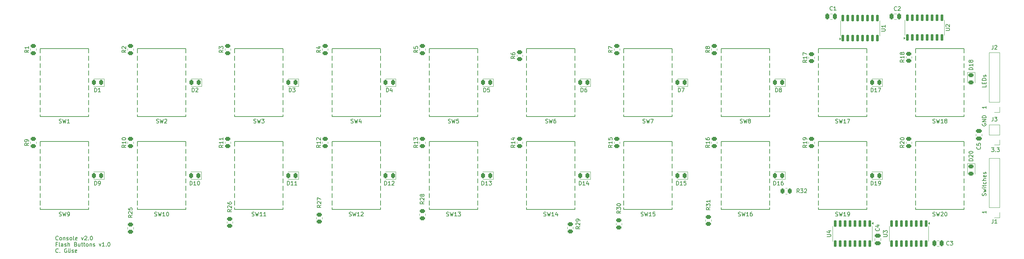
<source format=gto>
G04 #@! TF.GenerationSoftware,KiCad,Pcbnew,8.0.4*
G04 #@! TF.CreationDate,2024-09-19T19:58:35+02:00*
G04 #@! TF.ProjectId,Buttons_Flash,42757474-6f6e-4735-9f46-6c6173682e6b,rev?*
G04 #@! TF.SameCoordinates,Original*
G04 #@! TF.FileFunction,Legend,Top*
G04 #@! TF.FilePolarity,Positive*
%FSLAX46Y46*%
G04 Gerber Fmt 4.6, Leading zero omitted, Abs format (unit mm)*
G04 Created by KiCad (PCBNEW 8.0.4) date 2024-09-19 19:58:35*
%MOMM*%
%LPD*%
G01*
G04 APERTURE LIST*
G04 Aperture macros list*
%AMRoundRect*
0 Rectangle with rounded corners*
0 $1 Rounding radius*
0 $2 $3 $4 $5 $6 $7 $8 $9 X,Y pos of 4 corners*
0 Add a 4 corners polygon primitive as box body*
4,1,4,$2,$3,$4,$5,$6,$7,$8,$9,$2,$3,0*
0 Add four circle primitives for the rounded corners*
1,1,$1+$1,$2,$3*
1,1,$1+$1,$4,$5*
1,1,$1+$1,$6,$7*
1,1,$1+$1,$8,$9*
0 Add four rect primitives between the rounded corners*
20,1,$1+$1,$2,$3,$4,$5,0*
20,1,$1+$1,$4,$5,$6,$7,0*
20,1,$1+$1,$6,$7,$8,$9,0*
20,1,$1+$1,$8,$9,$2,$3,0*%
G04 Aperture macros list end*
%ADD10C,0.150000*%
%ADD11C,0.152400*%
%ADD12C,0.120000*%
%ADD13C,1.117600*%
%ADD14O,1.524000X2.844800*%
%ADD15RoundRect,0.243750X0.243750X0.456250X-0.243750X0.456250X-0.243750X-0.456250X0.243750X-0.456250X0*%
%ADD16RoundRect,0.250000X0.450000X-0.262500X0.450000X0.262500X-0.450000X0.262500X-0.450000X-0.262500X0*%
%ADD17C,3.200000*%
%ADD18R,1.700000X1.700000*%
%ADD19O,1.700000X1.700000*%
%ADD20RoundRect,0.250000X-0.450000X0.262500X-0.450000X-0.262500X0.450000X-0.262500X0.450000X0.262500X0*%
%ADD21RoundRect,0.250000X0.475000X-0.250000X0.475000X0.250000X-0.475000X0.250000X-0.475000X-0.250000X0*%
%ADD22RoundRect,0.150000X-0.150000X0.725000X-0.150000X-0.725000X0.150000X-0.725000X0.150000X0.725000X0*%
%ADD23RoundRect,0.250000X0.250000X0.475000X-0.250000X0.475000X-0.250000X-0.475000X0.250000X-0.475000X0*%
%ADD24RoundRect,0.250000X0.262500X0.450000X-0.262500X0.450000X-0.262500X-0.450000X0.262500X-0.450000X0*%
%ADD25RoundRect,0.243750X-0.456250X0.243750X-0.456250X-0.243750X0.456250X-0.243750X0.456250X0.243750X0*%
%ADD26RoundRect,0.150000X0.150000X-0.725000X0.150000X0.725000X-0.150000X0.725000X-0.150000X-0.725000X0*%
%ADD27RoundRect,0.250000X-0.250000X-0.475000X0.250000X-0.475000X0.250000X0.475000X-0.250000X0.475000X0*%
G04 APERTURE END LIST*
D10*
X268869819Y-109139411D02*
X268869819Y-109710839D01*
X268869819Y-109425125D02*
X267869819Y-109425125D01*
X267869819Y-109425125D02*
X268012676Y-109520363D01*
X268012676Y-109520363D02*
X268107914Y-109615601D01*
X268107914Y-109615601D02*
X268155533Y-109710839D01*
X30408207Y-143554692D02*
X30360588Y-143602312D01*
X30360588Y-143602312D02*
X30217731Y-143649931D01*
X30217731Y-143649931D02*
X30122493Y-143649931D01*
X30122493Y-143649931D02*
X29979636Y-143602312D01*
X29979636Y-143602312D02*
X29884398Y-143507073D01*
X29884398Y-143507073D02*
X29836779Y-143411835D01*
X29836779Y-143411835D02*
X29789160Y-143221359D01*
X29789160Y-143221359D02*
X29789160Y-143078502D01*
X29789160Y-143078502D02*
X29836779Y-142888026D01*
X29836779Y-142888026D02*
X29884398Y-142792788D01*
X29884398Y-142792788D02*
X29979636Y-142697550D01*
X29979636Y-142697550D02*
X30122493Y-142649931D01*
X30122493Y-142649931D02*
X30217731Y-142649931D01*
X30217731Y-142649931D02*
X30360588Y-142697550D01*
X30360588Y-142697550D02*
X30408207Y-142745169D01*
X30979636Y-143649931D02*
X30884398Y-143602312D01*
X30884398Y-143602312D02*
X30836779Y-143554692D01*
X30836779Y-143554692D02*
X30789160Y-143459454D01*
X30789160Y-143459454D02*
X30789160Y-143173740D01*
X30789160Y-143173740D02*
X30836779Y-143078502D01*
X30836779Y-143078502D02*
X30884398Y-143030883D01*
X30884398Y-143030883D02*
X30979636Y-142983264D01*
X30979636Y-142983264D02*
X31122493Y-142983264D01*
X31122493Y-142983264D02*
X31217731Y-143030883D01*
X31217731Y-143030883D02*
X31265350Y-143078502D01*
X31265350Y-143078502D02*
X31312969Y-143173740D01*
X31312969Y-143173740D02*
X31312969Y-143459454D01*
X31312969Y-143459454D02*
X31265350Y-143554692D01*
X31265350Y-143554692D02*
X31217731Y-143602312D01*
X31217731Y-143602312D02*
X31122493Y-143649931D01*
X31122493Y-143649931D02*
X30979636Y-143649931D01*
X31741541Y-142983264D02*
X31741541Y-143649931D01*
X31741541Y-143078502D02*
X31789160Y-143030883D01*
X31789160Y-143030883D02*
X31884398Y-142983264D01*
X31884398Y-142983264D02*
X32027255Y-142983264D01*
X32027255Y-142983264D02*
X32122493Y-143030883D01*
X32122493Y-143030883D02*
X32170112Y-143126121D01*
X32170112Y-143126121D02*
X32170112Y-143649931D01*
X32598684Y-143602312D02*
X32693922Y-143649931D01*
X32693922Y-143649931D02*
X32884398Y-143649931D01*
X32884398Y-143649931D02*
X32979636Y-143602312D01*
X32979636Y-143602312D02*
X33027255Y-143507073D01*
X33027255Y-143507073D02*
X33027255Y-143459454D01*
X33027255Y-143459454D02*
X32979636Y-143364216D01*
X32979636Y-143364216D02*
X32884398Y-143316597D01*
X32884398Y-143316597D02*
X32741541Y-143316597D01*
X32741541Y-143316597D02*
X32646303Y-143268978D01*
X32646303Y-143268978D02*
X32598684Y-143173740D01*
X32598684Y-143173740D02*
X32598684Y-143126121D01*
X32598684Y-143126121D02*
X32646303Y-143030883D01*
X32646303Y-143030883D02*
X32741541Y-142983264D01*
X32741541Y-142983264D02*
X32884398Y-142983264D01*
X32884398Y-142983264D02*
X32979636Y-143030883D01*
X33598684Y-143649931D02*
X33503446Y-143602312D01*
X33503446Y-143602312D02*
X33455827Y-143554692D01*
X33455827Y-143554692D02*
X33408208Y-143459454D01*
X33408208Y-143459454D02*
X33408208Y-143173740D01*
X33408208Y-143173740D02*
X33455827Y-143078502D01*
X33455827Y-143078502D02*
X33503446Y-143030883D01*
X33503446Y-143030883D02*
X33598684Y-142983264D01*
X33598684Y-142983264D02*
X33741541Y-142983264D01*
X33741541Y-142983264D02*
X33836779Y-143030883D01*
X33836779Y-143030883D02*
X33884398Y-143078502D01*
X33884398Y-143078502D02*
X33932017Y-143173740D01*
X33932017Y-143173740D02*
X33932017Y-143459454D01*
X33932017Y-143459454D02*
X33884398Y-143554692D01*
X33884398Y-143554692D02*
X33836779Y-143602312D01*
X33836779Y-143602312D02*
X33741541Y-143649931D01*
X33741541Y-143649931D02*
X33598684Y-143649931D01*
X34503446Y-143649931D02*
X34408208Y-143602312D01*
X34408208Y-143602312D02*
X34360589Y-143507073D01*
X34360589Y-143507073D02*
X34360589Y-142649931D01*
X35265351Y-143602312D02*
X35170113Y-143649931D01*
X35170113Y-143649931D02*
X34979637Y-143649931D01*
X34979637Y-143649931D02*
X34884399Y-143602312D01*
X34884399Y-143602312D02*
X34836780Y-143507073D01*
X34836780Y-143507073D02*
X34836780Y-143126121D01*
X34836780Y-143126121D02*
X34884399Y-143030883D01*
X34884399Y-143030883D02*
X34979637Y-142983264D01*
X34979637Y-142983264D02*
X35170113Y-142983264D01*
X35170113Y-142983264D02*
X35265351Y-143030883D01*
X35265351Y-143030883D02*
X35312970Y-143126121D01*
X35312970Y-143126121D02*
X35312970Y-143221359D01*
X35312970Y-143221359D02*
X34836780Y-143316597D01*
X36408209Y-142983264D02*
X36646304Y-143649931D01*
X36646304Y-143649931D02*
X36884399Y-142983264D01*
X37217733Y-142745169D02*
X37265352Y-142697550D01*
X37265352Y-142697550D02*
X37360590Y-142649931D01*
X37360590Y-142649931D02*
X37598685Y-142649931D01*
X37598685Y-142649931D02*
X37693923Y-142697550D01*
X37693923Y-142697550D02*
X37741542Y-142745169D01*
X37741542Y-142745169D02*
X37789161Y-142840407D01*
X37789161Y-142840407D02*
X37789161Y-142935645D01*
X37789161Y-142935645D02*
X37741542Y-143078502D01*
X37741542Y-143078502D02*
X37170114Y-143649931D01*
X37170114Y-143649931D02*
X37789161Y-143649931D01*
X38217733Y-143554692D02*
X38265352Y-143602312D01*
X38265352Y-143602312D02*
X38217733Y-143649931D01*
X38217733Y-143649931D02*
X38170114Y-143602312D01*
X38170114Y-143602312D02*
X38217733Y-143554692D01*
X38217733Y-143554692D02*
X38217733Y-143649931D01*
X38884399Y-142649931D02*
X38979637Y-142649931D01*
X38979637Y-142649931D02*
X39074875Y-142697550D01*
X39074875Y-142697550D02*
X39122494Y-142745169D01*
X39122494Y-142745169D02*
X39170113Y-142840407D01*
X39170113Y-142840407D02*
X39217732Y-143030883D01*
X39217732Y-143030883D02*
X39217732Y-143268978D01*
X39217732Y-143268978D02*
X39170113Y-143459454D01*
X39170113Y-143459454D02*
X39122494Y-143554692D01*
X39122494Y-143554692D02*
X39074875Y-143602312D01*
X39074875Y-143602312D02*
X38979637Y-143649931D01*
X38979637Y-143649931D02*
X38884399Y-143649931D01*
X38884399Y-143649931D02*
X38789161Y-143602312D01*
X38789161Y-143602312D02*
X38741542Y-143554692D01*
X38741542Y-143554692D02*
X38693923Y-143459454D01*
X38693923Y-143459454D02*
X38646304Y-143268978D01*
X38646304Y-143268978D02*
X38646304Y-143030883D01*
X38646304Y-143030883D02*
X38693923Y-142840407D01*
X38693923Y-142840407D02*
X38741542Y-142745169D01*
X38741542Y-142745169D02*
X38789161Y-142697550D01*
X38789161Y-142697550D02*
X38884399Y-142649931D01*
X30170112Y-144736065D02*
X29836779Y-144736065D01*
X29836779Y-145259875D02*
X29836779Y-144259875D01*
X29836779Y-144259875D02*
X30312969Y-144259875D01*
X30836779Y-145259875D02*
X30741541Y-145212256D01*
X30741541Y-145212256D02*
X30693922Y-145117017D01*
X30693922Y-145117017D02*
X30693922Y-144259875D01*
X31646303Y-145259875D02*
X31646303Y-144736065D01*
X31646303Y-144736065D02*
X31598684Y-144640827D01*
X31598684Y-144640827D02*
X31503446Y-144593208D01*
X31503446Y-144593208D02*
X31312970Y-144593208D01*
X31312970Y-144593208D02*
X31217732Y-144640827D01*
X31646303Y-145212256D02*
X31551065Y-145259875D01*
X31551065Y-145259875D02*
X31312970Y-145259875D01*
X31312970Y-145259875D02*
X31217732Y-145212256D01*
X31217732Y-145212256D02*
X31170113Y-145117017D01*
X31170113Y-145117017D02*
X31170113Y-145021779D01*
X31170113Y-145021779D02*
X31217732Y-144926541D01*
X31217732Y-144926541D02*
X31312970Y-144878922D01*
X31312970Y-144878922D02*
X31551065Y-144878922D01*
X31551065Y-144878922D02*
X31646303Y-144831303D01*
X32074875Y-145212256D02*
X32170113Y-145259875D01*
X32170113Y-145259875D02*
X32360589Y-145259875D01*
X32360589Y-145259875D02*
X32455827Y-145212256D01*
X32455827Y-145212256D02*
X32503446Y-145117017D01*
X32503446Y-145117017D02*
X32503446Y-145069398D01*
X32503446Y-145069398D02*
X32455827Y-144974160D01*
X32455827Y-144974160D02*
X32360589Y-144926541D01*
X32360589Y-144926541D02*
X32217732Y-144926541D01*
X32217732Y-144926541D02*
X32122494Y-144878922D01*
X32122494Y-144878922D02*
X32074875Y-144783684D01*
X32074875Y-144783684D02*
X32074875Y-144736065D01*
X32074875Y-144736065D02*
X32122494Y-144640827D01*
X32122494Y-144640827D02*
X32217732Y-144593208D01*
X32217732Y-144593208D02*
X32360589Y-144593208D01*
X32360589Y-144593208D02*
X32455827Y-144640827D01*
X32932018Y-145259875D02*
X32932018Y-144259875D01*
X33360589Y-145259875D02*
X33360589Y-144736065D01*
X33360589Y-144736065D02*
X33312970Y-144640827D01*
X33312970Y-144640827D02*
X33217732Y-144593208D01*
X33217732Y-144593208D02*
X33074875Y-144593208D01*
X33074875Y-144593208D02*
X32979637Y-144640827D01*
X32979637Y-144640827D02*
X32932018Y-144688446D01*
X34932018Y-144736065D02*
X35074875Y-144783684D01*
X35074875Y-144783684D02*
X35122494Y-144831303D01*
X35122494Y-144831303D02*
X35170113Y-144926541D01*
X35170113Y-144926541D02*
X35170113Y-145069398D01*
X35170113Y-145069398D02*
X35122494Y-145164636D01*
X35122494Y-145164636D02*
X35074875Y-145212256D01*
X35074875Y-145212256D02*
X34979637Y-145259875D01*
X34979637Y-145259875D02*
X34598685Y-145259875D01*
X34598685Y-145259875D02*
X34598685Y-144259875D01*
X34598685Y-144259875D02*
X34932018Y-144259875D01*
X34932018Y-144259875D02*
X35027256Y-144307494D01*
X35027256Y-144307494D02*
X35074875Y-144355113D01*
X35074875Y-144355113D02*
X35122494Y-144450351D01*
X35122494Y-144450351D02*
X35122494Y-144545589D01*
X35122494Y-144545589D02*
X35074875Y-144640827D01*
X35074875Y-144640827D02*
X35027256Y-144688446D01*
X35027256Y-144688446D02*
X34932018Y-144736065D01*
X34932018Y-144736065D02*
X34598685Y-144736065D01*
X36027256Y-144593208D02*
X36027256Y-145259875D01*
X35598685Y-144593208D02*
X35598685Y-145117017D01*
X35598685Y-145117017D02*
X35646304Y-145212256D01*
X35646304Y-145212256D02*
X35741542Y-145259875D01*
X35741542Y-145259875D02*
X35884399Y-145259875D01*
X35884399Y-145259875D02*
X35979637Y-145212256D01*
X35979637Y-145212256D02*
X36027256Y-145164636D01*
X36360590Y-144593208D02*
X36741542Y-144593208D01*
X36503447Y-144259875D02*
X36503447Y-145117017D01*
X36503447Y-145117017D02*
X36551066Y-145212256D01*
X36551066Y-145212256D02*
X36646304Y-145259875D01*
X36646304Y-145259875D02*
X36741542Y-145259875D01*
X36932019Y-144593208D02*
X37312971Y-144593208D01*
X37074876Y-144259875D02*
X37074876Y-145117017D01*
X37074876Y-145117017D02*
X37122495Y-145212256D01*
X37122495Y-145212256D02*
X37217733Y-145259875D01*
X37217733Y-145259875D02*
X37312971Y-145259875D01*
X37789162Y-145259875D02*
X37693924Y-145212256D01*
X37693924Y-145212256D02*
X37646305Y-145164636D01*
X37646305Y-145164636D02*
X37598686Y-145069398D01*
X37598686Y-145069398D02*
X37598686Y-144783684D01*
X37598686Y-144783684D02*
X37646305Y-144688446D01*
X37646305Y-144688446D02*
X37693924Y-144640827D01*
X37693924Y-144640827D02*
X37789162Y-144593208D01*
X37789162Y-144593208D02*
X37932019Y-144593208D01*
X37932019Y-144593208D02*
X38027257Y-144640827D01*
X38027257Y-144640827D02*
X38074876Y-144688446D01*
X38074876Y-144688446D02*
X38122495Y-144783684D01*
X38122495Y-144783684D02*
X38122495Y-145069398D01*
X38122495Y-145069398D02*
X38074876Y-145164636D01*
X38074876Y-145164636D02*
X38027257Y-145212256D01*
X38027257Y-145212256D02*
X37932019Y-145259875D01*
X37932019Y-145259875D02*
X37789162Y-145259875D01*
X38551067Y-144593208D02*
X38551067Y-145259875D01*
X38551067Y-144688446D02*
X38598686Y-144640827D01*
X38598686Y-144640827D02*
X38693924Y-144593208D01*
X38693924Y-144593208D02*
X38836781Y-144593208D01*
X38836781Y-144593208D02*
X38932019Y-144640827D01*
X38932019Y-144640827D02*
X38979638Y-144736065D01*
X38979638Y-144736065D02*
X38979638Y-145259875D01*
X39408210Y-145212256D02*
X39503448Y-145259875D01*
X39503448Y-145259875D02*
X39693924Y-145259875D01*
X39693924Y-145259875D02*
X39789162Y-145212256D01*
X39789162Y-145212256D02*
X39836781Y-145117017D01*
X39836781Y-145117017D02*
X39836781Y-145069398D01*
X39836781Y-145069398D02*
X39789162Y-144974160D01*
X39789162Y-144974160D02*
X39693924Y-144926541D01*
X39693924Y-144926541D02*
X39551067Y-144926541D01*
X39551067Y-144926541D02*
X39455829Y-144878922D01*
X39455829Y-144878922D02*
X39408210Y-144783684D01*
X39408210Y-144783684D02*
X39408210Y-144736065D01*
X39408210Y-144736065D02*
X39455829Y-144640827D01*
X39455829Y-144640827D02*
X39551067Y-144593208D01*
X39551067Y-144593208D02*
X39693924Y-144593208D01*
X39693924Y-144593208D02*
X39789162Y-144640827D01*
X40932020Y-144593208D02*
X41170115Y-145259875D01*
X41170115Y-145259875D02*
X41408210Y-144593208D01*
X42312972Y-145259875D02*
X41741544Y-145259875D01*
X42027258Y-145259875D02*
X42027258Y-144259875D01*
X42027258Y-144259875D02*
X41932020Y-144402732D01*
X41932020Y-144402732D02*
X41836782Y-144497970D01*
X41836782Y-144497970D02*
X41741544Y-144545589D01*
X42741544Y-145164636D02*
X42789163Y-145212256D01*
X42789163Y-145212256D02*
X42741544Y-145259875D01*
X42741544Y-145259875D02*
X42693925Y-145212256D01*
X42693925Y-145212256D02*
X42741544Y-145164636D01*
X42741544Y-145164636D02*
X42741544Y-145259875D01*
X43408210Y-144259875D02*
X43503448Y-144259875D01*
X43503448Y-144259875D02*
X43598686Y-144307494D01*
X43598686Y-144307494D02*
X43646305Y-144355113D01*
X43646305Y-144355113D02*
X43693924Y-144450351D01*
X43693924Y-144450351D02*
X43741543Y-144640827D01*
X43741543Y-144640827D02*
X43741543Y-144878922D01*
X43741543Y-144878922D02*
X43693924Y-145069398D01*
X43693924Y-145069398D02*
X43646305Y-145164636D01*
X43646305Y-145164636D02*
X43598686Y-145212256D01*
X43598686Y-145212256D02*
X43503448Y-145259875D01*
X43503448Y-145259875D02*
X43408210Y-145259875D01*
X43408210Y-145259875D02*
X43312972Y-145212256D01*
X43312972Y-145212256D02*
X43265353Y-145164636D01*
X43265353Y-145164636D02*
X43217734Y-145069398D01*
X43217734Y-145069398D02*
X43170115Y-144878922D01*
X43170115Y-144878922D02*
X43170115Y-144640827D01*
X43170115Y-144640827D02*
X43217734Y-144450351D01*
X43217734Y-144450351D02*
X43265353Y-144355113D01*
X43265353Y-144355113D02*
X43312972Y-144307494D01*
X43312972Y-144307494D02*
X43408210Y-144259875D01*
X30408207Y-146774580D02*
X30360588Y-146822200D01*
X30360588Y-146822200D02*
X30217731Y-146869819D01*
X30217731Y-146869819D02*
X30122493Y-146869819D01*
X30122493Y-146869819D02*
X29979636Y-146822200D01*
X29979636Y-146822200D02*
X29884398Y-146726961D01*
X29884398Y-146726961D02*
X29836779Y-146631723D01*
X29836779Y-146631723D02*
X29789160Y-146441247D01*
X29789160Y-146441247D02*
X29789160Y-146298390D01*
X29789160Y-146298390D02*
X29836779Y-146107914D01*
X29836779Y-146107914D02*
X29884398Y-146012676D01*
X29884398Y-146012676D02*
X29979636Y-145917438D01*
X29979636Y-145917438D02*
X30122493Y-145869819D01*
X30122493Y-145869819D02*
X30217731Y-145869819D01*
X30217731Y-145869819D02*
X30360588Y-145917438D01*
X30360588Y-145917438D02*
X30408207Y-145965057D01*
X30836779Y-146774580D02*
X30884398Y-146822200D01*
X30884398Y-146822200D02*
X30836779Y-146869819D01*
X30836779Y-146869819D02*
X30789160Y-146822200D01*
X30789160Y-146822200D02*
X30836779Y-146774580D01*
X30836779Y-146774580D02*
X30836779Y-146869819D01*
X32598683Y-145917438D02*
X32503445Y-145869819D01*
X32503445Y-145869819D02*
X32360588Y-145869819D01*
X32360588Y-145869819D02*
X32217731Y-145917438D01*
X32217731Y-145917438D02*
X32122493Y-146012676D01*
X32122493Y-146012676D02*
X32074874Y-146107914D01*
X32074874Y-146107914D02*
X32027255Y-146298390D01*
X32027255Y-146298390D02*
X32027255Y-146441247D01*
X32027255Y-146441247D02*
X32074874Y-146631723D01*
X32074874Y-146631723D02*
X32122493Y-146726961D01*
X32122493Y-146726961D02*
X32217731Y-146822200D01*
X32217731Y-146822200D02*
X32360588Y-146869819D01*
X32360588Y-146869819D02*
X32455826Y-146869819D01*
X32455826Y-146869819D02*
X32598683Y-146822200D01*
X32598683Y-146822200D02*
X32646302Y-146774580D01*
X32646302Y-146774580D02*
X32646302Y-146441247D01*
X32646302Y-146441247D02*
X32455826Y-146441247D01*
X33503445Y-146203152D02*
X33503445Y-146869819D01*
X33074874Y-146203152D02*
X33074874Y-146726961D01*
X33074874Y-146726961D02*
X33122493Y-146822200D01*
X33122493Y-146822200D02*
X33217731Y-146869819D01*
X33217731Y-146869819D02*
X33360588Y-146869819D01*
X33360588Y-146869819D02*
X33455826Y-146822200D01*
X33455826Y-146822200D02*
X33503445Y-146774580D01*
X33122493Y-145869819D02*
X33170112Y-145917438D01*
X33170112Y-145917438D02*
X33122493Y-145965057D01*
X33122493Y-145965057D02*
X33074874Y-145917438D01*
X33074874Y-145917438D02*
X33122493Y-145869819D01*
X33122493Y-145869819D02*
X33122493Y-145965057D01*
X33503445Y-145869819D02*
X33551064Y-145917438D01*
X33551064Y-145917438D02*
X33503445Y-145965057D01*
X33503445Y-145965057D02*
X33455826Y-145917438D01*
X33455826Y-145917438D02*
X33503445Y-145869819D01*
X33503445Y-145869819D02*
X33503445Y-145965057D01*
X33932017Y-146822200D02*
X34027255Y-146869819D01*
X34027255Y-146869819D02*
X34217731Y-146869819D01*
X34217731Y-146869819D02*
X34312969Y-146822200D01*
X34312969Y-146822200D02*
X34360588Y-146726961D01*
X34360588Y-146726961D02*
X34360588Y-146679342D01*
X34360588Y-146679342D02*
X34312969Y-146584104D01*
X34312969Y-146584104D02*
X34217731Y-146536485D01*
X34217731Y-146536485D02*
X34074874Y-146536485D01*
X34074874Y-146536485D02*
X33979636Y-146488866D01*
X33979636Y-146488866D02*
X33932017Y-146393628D01*
X33932017Y-146393628D02*
X33932017Y-146346009D01*
X33932017Y-146346009D02*
X33979636Y-146250771D01*
X33979636Y-146250771D02*
X34074874Y-146203152D01*
X34074874Y-146203152D02*
X34217731Y-146203152D01*
X34217731Y-146203152D02*
X34312969Y-146250771D01*
X35170112Y-146822200D02*
X35074874Y-146869819D01*
X35074874Y-146869819D02*
X34884398Y-146869819D01*
X34884398Y-146869819D02*
X34789160Y-146822200D01*
X34789160Y-146822200D02*
X34741541Y-146726961D01*
X34741541Y-146726961D02*
X34741541Y-146346009D01*
X34741541Y-146346009D02*
X34789160Y-146250771D01*
X34789160Y-146250771D02*
X34884398Y-146203152D01*
X34884398Y-146203152D02*
X35074874Y-146203152D01*
X35074874Y-146203152D02*
X35170112Y-146250771D01*
X35170112Y-146250771D02*
X35217731Y-146346009D01*
X35217731Y-146346009D02*
X35217731Y-146441247D01*
X35217731Y-146441247D02*
X34741541Y-146536485D01*
X268869819Y-103687030D02*
X268869819Y-104163220D01*
X268869819Y-104163220D02*
X267869819Y-104163220D01*
X268346009Y-103353696D02*
X268346009Y-103020363D01*
X268869819Y-102877506D02*
X268869819Y-103353696D01*
X268869819Y-103353696D02*
X267869819Y-103353696D01*
X267869819Y-103353696D02*
X267869819Y-102877506D01*
X268869819Y-102448934D02*
X267869819Y-102448934D01*
X267869819Y-102448934D02*
X267869819Y-102210839D01*
X267869819Y-102210839D02*
X267917438Y-102067982D01*
X267917438Y-102067982D02*
X268012676Y-101972744D01*
X268012676Y-101972744D02*
X268107914Y-101925125D01*
X268107914Y-101925125D02*
X268298390Y-101877506D01*
X268298390Y-101877506D02*
X268441247Y-101877506D01*
X268441247Y-101877506D02*
X268631723Y-101925125D01*
X268631723Y-101925125D02*
X268726961Y-101972744D01*
X268726961Y-101972744D02*
X268822200Y-102067982D01*
X268822200Y-102067982D02*
X268869819Y-102210839D01*
X268869819Y-102210839D02*
X268869819Y-102448934D01*
X268822200Y-101496553D02*
X268869819Y-101401315D01*
X268869819Y-101401315D02*
X268869819Y-101210839D01*
X268869819Y-101210839D02*
X268822200Y-101115601D01*
X268822200Y-101115601D02*
X268726961Y-101067982D01*
X268726961Y-101067982D02*
X268679342Y-101067982D01*
X268679342Y-101067982D02*
X268584104Y-101115601D01*
X268584104Y-101115601D02*
X268536485Y-101210839D01*
X268536485Y-101210839D02*
X268536485Y-101353696D01*
X268536485Y-101353696D02*
X268488866Y-101448934D01*
X268488866Y-101448934D02*
X268393628Y-101496553D01*
X268393628Y-101496553D02*
X268346009Y-101496553D01*
X268346009Y-101496553D02*
X268250771Y-101448934D01*
X268250771Y-101448934D02*
X268203152Y-101353696D01*
X268203152Y-101353696D02*
X268203152Y-101210839D01*
X268203152Y-101210839D02*
X268250771Y-101115601D01*
X270241541Y-119869819D02*
X270860588Y-119869819D01*
X270860588Y-119869819D02*
X270527255Y-120250771D01*
X270527255Y-120250771D02*
X270670112Y-120250771D01*
X270670112Y-120250771D02*
X270765350Y-120298390D01*
X270765350Y-120298390D02*
X270812969Y-120346009D01*
X270812969Y-120346009D02*
X270860588Y-120441247D01*
X270860588Y-120441247D02*
X270860588Y-120679342D01*
X270860588Y-120679342D02*
X270812969Y-120774580D01*
X270812969Y-120774580D02*
X270765350Y-120822200D01*
X270765350Y-120822200D02*
X270670112Y-120869819D01*
X270670112Y-120869819D02*
X270384398Y-120869819D01*
X270384398Y-120869819D02*
X270289160Y-120822200D01*
X270289160Y-120822200D02*
X270241541Y-120774580D01*
X271289160Y-120774580D02*
X271336779Y-120822200D01*
X271336779Y-120822200D02*
X271289160Y-120869819D01*
X271289160Y-120869819D02*
X271241541Y-120822200D01*
X271241541Y-120822200D02*
X271289160Y-120774580D01*
X271289160Y-120774580D02*
X271289160Y-120869819D01*
X271670112Y-119869819D02*
X272289159Y-119869819D01*
X272289159Y-119869819D02*
X271955826Y-120250771D01*
X271955826Y-120250771D02*
X272098683Y-120250771D01*
X272098683Y-120250771D02*
X272193921Y-120298390D01*
X272193921Y-120298390D02*
X272241540Y-120346009D01*
X272241540Y-120346009D02*
X272289159Y-120441247D01*
X272289159Y-120441247D02*
X272289159Y-120679342D01*
X272289159Y-120679342D02*
X272241540Y-120774580D01*
X272241540Y-120774580D02*
X272193921Y-120822200D01*
X272193921Y-120822200D02*
X272098683Y-120869819D01*
X272098683Y-120869819D02*
X271812969Y-120869819D01*
X271812969Y-120869819D02*
X271717731Y-120822200D01*
X271717731Y-120822200D02*
X271670112Y-120774580D01*
X268869819Y-136139411D02*
X268869819Y-136710839D01*
X268869819Y-136425125D02*
X267869819Y-136425125D01*
X267869819Y-136425125D02*
X268012676Y-136520363D01*
X268012676Y-136520363D02*
X268107914Y-136615601D01*
X268107914Y-136615601D02*
X268155533Y-136710839D01*
X268822200Y-132210839D02*
X268869819Y-132067982D01*
X268869819Y-132067982D02*
X268869819Y-131829887D01*
X268869819Y-131829887D02*
X268822200Y-131734649D01*
X268822200Y-131734649D02*
X268774580Y-131687030D01*
X268774580Y-131687030D02*
X268679342Y-131639411D01*
X268679342Y-131639411D02*
X268584104Y-131639411D01*
X268584104Y-131639411D02*
X268488866Y-131687030D01*
X268488866Y-131687030D02*
X268441247Y-131734649D01*
X268441247Y-131734649D02*
X268393628Y-131829887D01*
X268393628Y-131829887D02*
X268346009Y-132020363D01*
X268346009Y-132020363D02*
X268298390Y-132115601D01*
X268298390Y-132115601D02*
X268250771Y-132163220D01*
X268250771Y-132163220D02*
X268155533Y-132210839D01*
X268155533Y-132210839D02*
X268060295Y-132210839D01*
X268060295Y-132210839D02*
X267965057Y-132163220D01*
X267965057Y-132163220D02*
X267917438Y-132115601D01*
X267917438Y-132115601D02*
X267869819Y-132020363D01*
X267869819Y-132020363D02*
X267869819Y-131782268D01*
X267869819Y-131782268D02*
X267917438Y-131639411D01*
X268203152Y-131306077D02*
X268869819Y-131115601D01*
X268869819Y-131115601D02*
X268393628Y-130925125D01*
X268393628Y-130925125D02*
X268869819Y-130734649D01*
X268869819Y-130734649D02*
X268203152Y-130544173D01*
X268869819Y-130163220D02*
X268203152Y-130163220D01*
X267869819Y-130163220D02*
X267917438Y-130210839D01*
X267917438Y-130210839D02*
X267965057Y-130163220D01*
X267965057Y-130163220D02*
X267917438Y-130115601D01*
X267917438Y-130115601D02*
X267869819Y-130163220D01*
X267869819Y-130163220D02*
X267965057Y-130163220D01*
X268203152Y-129829887D02*
X268203152Y-129448935D01*
X267869819Y-129687030D02*
X268726961Y-129687030D01*
X268726961Y-129687030D02*
X268822200Y-129639411D01*
X268822200Y-129639411D02*
X268869819Y-129544173D01*
X268869819Y-129544173D02*
X268869819Y-129448935D01*
X268822200Y-128687030D02*
X268869819Y-128782268D01*
X268869819Y-128782268D02*
X268869819Y-128972744D01*
X268869819Y-128972744D02*
X268822200Y-129067982D01*
X268822200Y-129067982D02*
X268774580Y-129115601D01*
X268774580Y-129115601D02*
X268679342Y-129163220D01*
X268679342Y-129163220D02*
X268393628Y-129163220D01*
X268393628Y-129163220D02*
X268298390Y-129115601D01*
X268298390Y-129115601D02*
X268250771Y-129067982D01*
X268250771Y-129067982D02*
X268203152Y-128972744D01*
X268203152Y-128972744D02*
X268203152Y-128782268D01*
X268203152Y-128782268D02*
X268250771Y-128687030D01*
X268869819Y-128258458D02*
X267869819Y-128258458D01*
X268869819Y-127829887D02*
X268346009Y-127829887D01*
X268346009Y-127829887D02*
X268250771Y-127877506D01*
X268250771Y-127877506D02*
X268203152Y-127972744D01*
X268203152Y-127972744D02*
X268203152Y-128115601D01*
X268203152Y-128115601D02*
X268250771Y-128210839D01*
X268250771Y-128210839D02*
X268298390Y-128258458D01*
X268822200Y-126972744D02*
X268869819Y-127067982D01*
X268869819Y-127067982D02*
X268869819Y-127258458D01*
X268869819Y-127258458D02*
X268822200Y-127353696D01*
X268822200Y-127353696D02*
X268726961Y-127401315D01*
X268726961Y-127401315D02*
X268346009Y-127401315D01*
X268346009Y-127401315D02*
X268250771Y-127353696D01*
X268250771Y-127353696D02*
X268203152Y-127258458D01*
X268203152Y-127258458D02*
X268203152Y-127067982D01*
X268203152Y-127067982D02*
X268250771Y-126972744D01*
X268250771Y-126972744D02*
X268346009Y-126925125D01*
X268346009Y-126925125D02*
X268441247Y-126925125D01*
X268441247Y-126925125D02*
X268536485Y-127401315D01*
X268822200Y-126544172D02*
X268869819Y-126448934D01*
X268869819Y-126448934D02*
X268869819Y-126258458D01*
X268869819Y-126258458D02*
X268822200Y-126163220D01*
X268822200Y-126163220D02*
X268726961Y-126115601D01*
X268726961Y-126115601D02*
X268679342Y-126115601D01*
X268679342Y-126115601D02*
X268584104Y-126163220D01*
X268584104Y-126163220D02*
X268536485Y-126258458D01*
X268536485Y-126258458D02*
X268536485Y-126401315D01*
X268536485Y-126401315D02*
X268488866Y-126496553D01*
X268488866Y-126496553D02*
X268393628Y-126544172D01*
X268393628Y-126544172D02*
X268346009Y-126544172D01*
X268346009Y-126544172D02*
X268250771Y-126496553D01*
X268250771Y-126496553D02*
X268203152Y-126401315D01*
X268203152Y-126401315D02*
X268203152Y-126258458D01*
X268203152Y-126258458D02*
X268250771Y-126163220D01*
X267917438Y-113639411D02*
X267869819Y-113734649D01*
X267869819Y-113734649D02*
X267869819Y-113877506D01*
X267869819Y-113877506D02*
X267917438Y-114020363D01*
X267917438Y-114020363D02*
X268012676Y-114115601D01*
X268012676Y-114115601D02*
X268107914Y-114163220D01*
X268107914Y-114163220D02*
X268298390Y-114210839D01*
X268298390Y-114210839D02*
X268441247Y-114210839D01*
X268441247Y-114210839D02*
X268631723Y-114163220D01*
X268631723Y-114163220D02*
X268726961Y-114115601D01*
X268726961Y-114115601D02*
X268822200Y-114020363D01*
X268822200Y-114020363D02*
X268869819Y-113877506D01*
X268869819Y-113877506D02*
X268869819Y-113782268D01*
X268869819Y-113782268D02*
X268822200Y-113639411D01*
X268822200Y-113639411D02*
X268774580Y-113591792D01*
X268774580Y-113591792D02*
X268441247Y-113591792D01*
X268441247Y-113591792D02*
X268441247Y-113782268D01*
X268869819Y-113163220D02*
X267869819Y-113163220D01*
X267869819Y-113163220D02*
X268869819Y-112591792D01*
X268869819Y-112591792D02*
X267869819Y-112591792D01*
X268869819Y-112115601D02*
X267869819Y-112115601D01*
X267869819Y-112115601D02*
X267869819Y-111877506D01*
X267869819Y-111877506D02*
X267917438Y-111734649D01*
X267917438Y-111734649D02*
X268012676Y-111639411D01*
X268012676Y-111639411D02*
X268107914Y-111591792D01*
X268107914Y-111591792D02*
X268298390Y-111544173D01*
X268298390Y-111544173D02*
X268441247Y-111544173D01*
X268441247Y-111544173D02*
X268631723Y-111591792D01*
X268631723Y-111591792D02*
X268726961Y-111639411D01*
X268726961Y-111639411D02*
X268822200Y-111734649D01*
X268822200Y-111734649D02*
X268869819Y-111877506D01*
X268869819Y-111877506D02*
X268869819Y-112115601D01*
X55666667Y-113407200D02*
X55809524Y-113454819D01*
X55809524Y-113454819D02*
X56047619Y-113454819D01*
X56047619Y-113454819D02*
X56142857Y-113407200D01*
X56142857Y-113407200D02*
X56190476Y-113359580D01*
X56190476Y-113359580D02*
X56238095Y-113264342D01*
X56238095Y-113264342D02*
X56238095Y-113169104D01*
X56238095Y-113169104D02*
X56190476Y-113073866D01*
X56190476Y-113073866D02*
X56142857Y-113026247D01*
X56142857Y-113026247D02*
X56047619Y-112978628D01*
X56047619Y-112978628D02*
X55857143Y-112931009D01*
X55857143Y-112931009D02*
X55761905Y-112883390D01*
X55761905Y-112883390D02*
X55714286Y-112835771D01*
X55714286Y-112835771D02*
X55666667Y-112740533D01*
X55666667Y-112740533D02*
X55666667Y-112645295D01*
X55666667Y-112645295D02*
X55714286Y-112550057D01*
X55714286Y-112550057D02*
X55761905Y-112502438D01*
X55761905Y-112502438D02*
X55857143Y-112454819D01*
X55857143Y-112454819D02*
X56095238Y-112454819D01*
X56095238Y-112454819D02*
X56238095Y-112502438D01*
X56571429Y-112454819D02*
X56809524Y-113454819D01*
X56809524Y-113454819D02*
X57000000Y-112740533D01*
X57000000Y-112740533D02*
X57190476Y-113454819D01*
X57190476Y-113454819D02*
X57428572Y-112454819D01*
X57761905Y-112550057D02*
X57809524Y-112502438D01*
X57809524Y-112502438D02*
X57904762Y-112454819D01*
X57904762Y-112454819D02*
X58142857Y-112454819D01*
X58142857Y-112454819D02*
X58238095Y-112502438D01*
X58238095Y-112502438D02*
X58285714Y-112550057D01*
X58285714Y-112550057D02*
X58333333Y-112645295D01*
X58333333Y-112645295D02*
X58333333Y-112740533D01*
X58333333Y-112740533D02*
X58285714Y-112883390D01*
X58285714Y-112883390D02*
X57714286Y-113454819D01*
X57714286Y-113454819D02*
X58333333Y-113454819D01*
X230190476Y-137407200D02*
X230333333Y-137454819D01*
X230333333Y-137454819D02*
X230571428Y-137454819D01*
X230571428Y-137454819D02*
X230666666Y-137407200D01*
X230666666Y-137407200D02*
X230714285Y-137359580D01*
X230714285Y-137359580D02*
X230761904Y-137264342D01*
X230761904Y-137264342D02*
X230761904Y-137169104D01*
X230761904Y-137169104D02*
X230714285Y-137073866D01*
X230714285Y-137073866D02*
X230666666Y-137026247D01*
X230666666Y-137026247D02*
X230571428Y-136978628D01*
X230571428Y-136978628D02*
X230380952Y-136931009D01*
X230380952Y-136931009D02*
X230285714Y-136883390D01*
X230285714Y-136883390D02*
X230238095Y-136835771D01*
X230238095Y-136835771D02*
X230190476Y-136740533D01*
X230190476Y-136740533D02*
X230190476Y-136645295D01*
X230190476Y-136645295D02*
X230238095Y-136550057D01*
X230238095Y-136550057D02*
X230285714Y-136502438D01*
X230285714Y-136502438D02*
X230380952Y-136454819D01*
X230380952Y-136454819D02*
X230619047Y-136454819D01*
X230619047Y-136454819D02*
X230761904Y-136502438D01*
X231095238Y-136454819D02*
X231333333Y-137454819D01*
X231333333Y-137454819D02*
X231523809Y-136740533D01*
X231523809Y-136740533D02*
X231714285Y-137454819D01*
X231714285Y-137454819D02*
X231952381Y-136454819D01*
X232857142Y-137454819D02*
X232285714Y-137454819D01*
X232571428Y-137454819D02*
X232571428Y-136454819D01*
X232571428Y-136454819D02*
X232476190Y-136597676D01*
X232476190Y-136597676D02*
X232380952Y-136692914D01*
X232380952Y-136692914D02*
X232285714Y-136740533D01*
X233333333Y-137454819D02*
X233523809Y-137454819D01*
X233523809Y-137454819D02*
X233619047Y-137407200D01*
X233619047Y-137407200D02*
X233666666Y-137359580D01*
X233666666Y-137359580D02*
X233761904Y-137216723D01*
X233761904Y-137216723D02*
X233809523Y-137026247D01*
X233809523Y-137026247D02*
X233809523Y-136645295D01*
X233809523Y-136645295D02*
X233761904Y-136550057D01*
X233761904Y-136550057D02*
X233714285Y-136502438D01*
X233714285Y-136502438D02*
X233619047Y-136454819D01*
X233619047Y-136454819D02*
X233428571Y-136454819D01*
X233428571Y-136454819D02*
X233333333Y-136502438D01*
X233333333Y-136502438D02*
X233285714Y-136550057D01*
X233285714Y-136550057D02*
X233238095Y-136645295D01*
X233238095Y-136645295D02*
X233238095Y-136883390D01*
X233238095Y-136883390D02*
X233285714Y-136978628D01*
X233285714Y-136978628D02*
X233333333Y-137026247D01*
X233333333Y-137026247D02*
X233428571Y-137073866D01*
X233428571Y-137073866D02*
X233619047Y-137073866D01*
X233619047Y-137073866D02*
X233714285Y-137026247D01*
X233714285Y-137026247D02*
X233761904Y-136978628D01*
X233761904Y-136978628D02*
X233809523Y-136883390D01*
X80190476Y-137407200D02*
X80333333Y-137454819D01*
X80333333Y-137454819D02*
X80571428Y-137454819D01*
X80571428Y-137454819D02*
X80666666Y-137407200D01*
X80666666Y-137407200D02*
X80714285Y-137359580D01*
X80714285Y-137359580D02*
X80761904Y-137264342D01*
X80761904Y-137264342D02*
X80761904Y-137169104D01*
X80761904Y-137169104D02*
X80714285Y-137073866D01*
X80714285Y-137073866D02*
X80666666Y-137026247D01*
X80666666Y-137026247D02*
X80571428Y-136978628D01*
X80571428Y-136978628D02*
X80380952Y-136931009D01*
X80380952Y-136931009D02*
X80285714Y-136883390D01*
X80285714Y-136883390D02*
X80238095Y-136835771D01*
X80238095Y-136835771D02*
X80190476Y-136740533D01*
X80190476Y-136740533D02*
X80190476Y-136645295D01*
X80190476Y-136645295D02*
X80238095Y-136550057D01*
X80238095Y-136550057D02*
X80285714Y-136502438D01*
X80285714Y-136502438D02*
X80380952Y-136454819D01*
X80380952Y-136454819D02*
X80619047Y-136454819D01*
X80619047Y-136454819D02*
X80761904Y-136502438D01*
X81095238Y-136454819D02*
X81333333Y-137454819D01*
X81333333Y-137454819D02*
X81523809Y-136740533D01*
X81523809Y-136740533D02*
X81714285Y-137454819D01*
X81714285Y-137454819D02*
X81952381Y-136454819D01*
X82857142Y-137454819D02*
X82285714Y-137454819D01*
X82571428Y-137454819D02*
X82571428Y-136454819D01*
X82571428Y-136454819D02*
X82476190Y-136597676D01*
X82476190Y-136597676D02*
X82380952Y-136692914D01*
X82380952Y-136692914D02*
X82285714Y-136740533D01*
X83809523Y-137454819D02*
X83238095Y-137454819D01*
X83523809Y-137454819D02*
X83523809Y-136454819D01*
X83523809Y-136454819D02*
X83428571Y-136597676D01*
X83428571Y-136597676D02*
X83333333Y-136692914D01*
X83333333Y-136692914D02*
X83238095Y-136740533D01*
X180666667Y-113407200D02*
X180809524Y-113454819D01*
X180809524Y-113454819D02*
X181047619Y-113454819D01*
X181047619Y-113454819D02*
X181142857Y-113407200D01*
X181142857Y-113407200D02*
X181190476Y-113359580D01*
X181190476Y-113359580D02*
X181238095Y-113264342D01*
X181238095Y-113264342D02*
X181238095Y-113169104D01*
X181238095Y-113169104D02*
X181190476Y-113073866D01*
X181190476Y-113073866D02*
X181142857Y-113026247D01*
X181142857Y-113026247D02*
X181047619Y-112978628D01*
X181047619Y-112978628D02*
X180857143Y-112931009D01*
X180857143Y-112931009D02*
X180761905Y-112883390D01*
X180761905Y-112883390D02*
X180714286Y-112835771D01*
X180714286Y-112835771D02*
X180666667Y-112740533D01*
X180666667Y-112740533D02*
X180666667Y-112645295D01*
X180666667Y-112645295D02*
X180714286Y-112550057D01*
X180714286Y-112550057D02*
X180761905Y-112502438D01*
X180761905Y-112502438D02*
X180857143Y-112454819D01*
X180857143Y-112454819D02*
X181095238Y-112454819D01*
X181095238Y-112454819D02*
X181238095Y-112502438D01*
X181571429Y-112454819D02*
X181809524Y-113454819D01*
X181809524Y-113454819D02*
X182000000Y-112740533D01*
X182000000Y-112740533D02*
X182190476Y-113454819D01*
X182190476Y-113454819D02*
X182428572Y-112454819D01*
X182714286Y-112454819D02*
X183380952Y-112454819D01*
X183380952Y-112454819D02*
X182952381Y-113454819D01*
X205190476Y-137407200D02*
X205333333Y-137454819D01*
X205333333Y-137454819D02*
X205571428Y-137454819D01*
X205571428Y-137454819D02*
X205666666Y-137407200D01*
X205666666Y-137407200D02*
X205714285Y-137359580D01*
X205714285Y-137359580D02*
X205761904Y-137264342D01*
X205761904Y-137264342D02*
X205761904Y-137169104D01*
X205761904Y-137169104D02*
X205714285Y-137073866D01*
X205714285Y-137073866D02*
X205666666Y-137026247D01*
X205666666Y-137026247D02*
X205571428Y-136978628D01*
X205571428Y-136978628D02*
X205380952Y-136931009D01*
X205380952Y-136931009D02*
X205285714Y-136883390D01*
X205285714Y-136883390D02*
X205238095Y-136835771D01*
X205238095Y-136835771D02*
X205190476Y-136740533D01*
X205190476Y-136740533D02*
X205190476Y-136645295D01*
X205190476Y-136645295D02*
X205238095Y-136550057D01*
X205238095Y-136550057D02*
X205285714Y-136502438D01*
X205285714Y-136502438D02*
X205380952Y-136454819D01*
X205380952Y-136454819D02*
X205619047Y-136454819D01*
X205619047Y-136454819D02*
X205761904Y-136502438D01*
X206095238Y-136454819D02*
X206333333Y-137454819D01*
X206333333Y-137454819D02*
X206523809Y-136740533D01*
X206523809Y-136740533D02*
X206714285Y-137454819D01*
X206714285Y-137454819D02*
X206952381Y-136454819D01*
X207857142Y-137454819D02*
X207285714Y-137454819D01*
X207571428Y-137454819D02*
X207571428Y-136454819D01*
X207571428Y-136454819D02*
X207476190Y-136597676D01*
X207476190Y-136597676D02*
X207380952Y-136692914D01*
X207380952Y-136692914D02*
X207285714Y-136740533D01*
X208714285Y-136454819D02*
X208523809Y-136454819D01*
X208523809Y-136454819D02*
X208428571Y-136502438D01*
X208428571Y-136502438D02*
X208380952Y-136550057D01*
X208380952Y-136550057D02*
X208285714Y-136692914D01*
X208285714Y-136692914D02*
X208238095Y-136883390D01*
X208238095Y-136883390D02*
X208238095Y-137264342D01*
X208238095Y-137264342D02*
X208285714Y-137359580D01*
X208285714Y-137359580D02*
X208333333Y-137407200D01*
X208333333Y-137407200D02*
X208428571Y-137454819D01*
X208428571Y-137454819D02*
X208619047Y-137454819D01*
X208619047Y-137454819D02*
X208714285Y-137407200D01*
X208714285Y-137407200D02*
X208761904Y-137359580D01*
X208761904Y-137359580D02*
X208809523Y-137264342D01*
X208809523Y-137264342D02*
X208809523Y-137026247D01*
X208809523Y-137026247D02*
X208761904Y-136931009D01*
X208761904Y-136931009D02*
X208714285Y-136883390D01*
X208714285Y-136883390D02*
X208619047Y-136835771D01*
X208619047Y-136835771D02*
X208428571Y-136835771D01*
X208428571Y-136835771D02*
X208333333Y-136883390D01*
X208333333Y-136883390D02*
X208285714Y-136931009D01*
X208285714Y-136931009D02*
X208238095Y-137026247D01*
X105666667Y-113407200D02*
X105809524Y-113454819D01*
X105809524Y-113454819D02*
X106047619Y-113454819D01*
X106047619Y-113454819D02*
X106142857Y-113407200D01*
X106142857Y-113407200D02*
X106190476Y-113359580D01*
X106190476Y-113359580D02*
X106238095Y-113264342D01*
X106238095Y-113264342D02*
X106238095Y-113169104D01*
X106238095Y-113169104D02*
X106190476Y-113073866D01*
X106190476Y-113073866D02*
X106142857Y-113026247D01*
X106142857Y-113026247D02*
X106047619Y-112978628D01*
X106047619Y-112978628D02*
X105857143Y-112931009D01*
X105857143Y-112931009D02*
X105761905Y-112883390D01*
X105761905Y-112883390D02*
X105714286Y-112835771D01*
X105714286Y-112835771D02*
X105666667Y-112740533D01*
X105666667Y-112740533D02*
X105666667Y-112645295D01*
X105666667Y-112645295D02*
X105714286Y-112550057D01*
X105714286Y-112550057D02*
X105761905Y-112502438D01*
X105761905Y-112502438D02*
X105857143Y-112454819D01*
X105857143Y-112454819D02*
X106095238Y-112454819D01*
X106095238Y-112454819D02*
X106238095Y-112502438D01*
X106571429Y-112454819D02*
X106809524Y-113454819D01*
X106809524Y-113454819D02*
X107000000Y-112740533D01*
X107000000Y-112740533D02*
X107190476Y-113454819D01*
X107190476Y-113454819D02*
X107428572Y-112454819D01*
X108238095Y-112788152D02*
X108238095Y-113454819D01*
X108000000Y-112407200D02*
X107761905Y-113121485D01*
X107761905Y-113121485D02*
X108380952Y-113121485D01*
X155666667Y-113407200D02*
X155809524Y-113454819D01*
X155809524Y-113454819D02*
X156047619Y-113454819D01*
X156047619Y-113454819D02*
X156142857Y-113407200D01*
X156142857Y-113407200D02*
X156190476Y-113359580D01*
X156190476Y-113359580D02*
X156238095Y-113264342D01*
X156238095Y-113264342D02*
X156238095Y-113169104D01*
X156238095Y-113169104D02*
X156190476Y-113073866D01*
X156190476Y-113073866D02*
X156142857Y-113026247D01*
X156142857Y-113026247D02*
X156047619Y-112978628D01*
X156047619Y-112978628D02*
X155857143Y-112931009D01*
X155857143Y-112931009D02*
X155761905Y-112883390D01*
X155761905Y-112883390D02*
X155714286Y-112835771D01*
X155714286Y-112835771D02*
X155666667Y-112740533D01*
X155666667Y-112740533D02*
X155666667Y-112645295D01*
X155666667Y-112645295D02*
X155714286Y-112550057D01*
X155714286Y-112550057D02*
X155761905Y-112502438D01*
X155761905Y-112502438D02*
X155857143Y-112454819D01*
X155857143Y-112454819D02*
X156095238Y-112454819D01*
X156095238Y-112454819D02*
X156238095Y-112502438D01*
X156571429Y-112454819D02*
X156809524Y-113454819D01*
X156809524Y-113454819D02*
X157000000Y-112740533D01*
X157000000Y-112740533D02*
X157190476Y-113454819D01*
X157190476Y-113454819D02*
X157428572Y-112454819D01*
X158238095Y-112454819D02*
X158047619Y-112454819D01*
X158047619Y-112454819D02*
X157952381Y-112502438D01*
X157952381Y-112502438D02*
X157904762Y-112550057D01*
X157904762Y-112550057D02*
X157809524Y-112692914D01*
X157809524Y-112692914D02*
X157761905Y-112883390D01*
X157761905Y-112883390D02*
X157761905Y-113264342D01*
X157761905Y-113264342D02*
X157809524Y-113359580D01*
X157809524Y-113359580D02*
X157857143Y-113407200D01*
X157857143Y-113407200D02*
X157952381Y-113454819D01*
X157952381Y-113454819D02*
X158142857Y-113454819D01*
X158142857Y-113454819D02*
X158238095Y-113407200D01*
X158238095Y-113407200D02*
X158285714Y-113359580D01*
X158285714Y-113359580D02*
X158333333Y-113264342D01*
X158333333Y-113264342D02*
X158333333Y-113026247D01*
X158333333Y-113026247D02*
X158285714Y-112931009D01*
X158285714Y-112931009D02*
X158238095Y-112883390D01*
X158238095Y-112883390D02*
X158142857Y-112835771D01*
X158142857Y-112835771D02*
X157952381Y-112835771D01*
X157952381Y-112835771D02*
X157857143Y-112883390D01*
X157857143Y-112883390D02*
X157809524Y-112931009D01*
X157809524Y-112931009D02*
X157761905Y-113026247D01*
X205666667Y-113407200D02*
X205809524Y-113454819D01*
X205809524Y-113454819D02*
X206047619Y-113454819D01*
X206047619Y-113454819D02*
X206142857Y-113407200D01*
X206142857Y-113407200D02*
X206190476Y-113359580D01*
X206190476Y-113359580D02*
X206238095Y-113264342D01*
X206238095Y-113264342D02*
X206238095Y-113169104D01*
X206238095Y-113169104D02*
X206190476Y-113073866D01*
X206190476Y-113073866D02*
X206142857Y-113026247D01*
X206142857Y-113026247D02*
X206047619Y-112978628D01*
X206047619Y-112978628D02*
X205857143Y-112931009D01*
X205857143Y-112931009D02*
X205761905Y-112883390D01*
X205761905Y-112883390D02*
X205714286Y-112835771D01*
X205714286Y-112835771D02*
X205666667Y-112740533D01*
X205666667Y-112740533D02*
X205666667Y-112645295D01*
X205666667Y-112645295D02*
X205714286Y-112550057D01*
X205714286Y-112550057D02*
X205761905Y-112502438D01*
X205761905Y-112502438D02*
X205857143Y-112454819D01*
X205857143Y-112454819D02*
X206095238Y-112454819D01*
X206095238Y-112454819D02*
X206238095Y-112502438D01*
X206571429Y-112454819D02*
X206809524Y-113454819D01*
X206809524Y-113454819D02*
X207000000Y-112740533D01*
X207000000Y-112740533D02*
X207190476Y-113454819D01*
X207190476Y-113454819D02*
X207428572Y-112454819D01*
X207952381Y-112883390D02*
X207857143Y-112835771D01*
X207857143Y-112835771D02*
X207809524Y-112788152D01*
X207809524Y-112788152D02*
X207761905Y-112692914D01*
X207761905Y-112692914D02*
X207761905Y-112645295D01*
X207761905Y-112645295D02*
X207809524Y-112550057D01*
X207809524Y-112550057D02*
X207857143Y-112502438D01*
X207857143Y-112502438D02*
X207952381Y-112454819D01*
X207952381Y-112454819D02*
X208142857Y-112454819D01*
X208142857Y-112454819D02*
X208238095Y-112502438D01*
X208238095Y-112502438D02*
X208285714Y-112550057D01*
X208285714Y-112550057D02*
X208333333Y-112645295D01*
X208333333Y-112645295D02*
X208333333Y-112692914D01*
X208333333Y-112692914D02*
X208285714Y-112788152D01*
X208285714Y-112788152D02*
X208238095Y-112835771D01*
X208238095Y-112835771D02*
X208142857Y-112883390D01*
X208142857Y-112883390D02*
X207952381Y-112883390D01*
X207952381Y-112883390D02*
X207857143Y-112931009D01*
X207857143Y-112931009D02*
X207809524Y-112978628D01*
X207809524Y-112978628D02*
X207761905Y-113073866D01*
X207761905Y-113073866D02*
X207761905Y-113264342D01*
X207761905Y-113264342D02*
X207809524Y-113359580D01*
X207809524Y-113359580D02*
X207857143Y-113407200D01*
X207857143Y-113407200D02*
X207952381Y-113454819D01*
X207952381Y-113454819D02*
X208142857Y-113454819D01*
X208142857Y-113454819D02*
X208238095Y-113407200D01*
X208238095Y-113407200D02*
X208285714Y-113359580D01*
X208285714Y-113359580D02*
X208333333Y-113264342D01*
X208333333Y-113264342D02*
X208333333Y-113073866D01*
X208333333Y-113073866D02*
X208285714Y-112978628D01*
X208285714Y-112978628D02*
X208238095Y-112931009D01*
X208238095Y-112931009D02*
X208142857Y-112883390D01*
X55190476Y-137407200D02*
X55333333Y-137454819D01*
X55333333Y-137454819D02*
X55571428Y-137454819D01*
X55571428Y-137454819D02*
X55666666Y-137407200D01*
X55666666Y-137407200D02*
X55714285Y-137359580D01*
X55714285Y-137359580D02*
X55761904Y-137264342D01*
X55761904Y-137264342D02*
X55761904Y-137169104D01*
X55761904Y-137169104D02*
X55714285Y-137073866D01*
X55714285Y-137073866D02*
X55666666Y-137026247D01*
X55666666Y-137026247D02*
X55571428Y-136978628D01*
X55571428Y-136978628D02*
X55380952Y-136931009D01*
X55380952Y-136931009D02*
X55285714Y-136883390D01*
X55285714Y-136883390D02*
X55238095Y-136835771D01*
X55238095Y-136835771D02*
X55190476Y-136740533D01*
X55190476Y-136740533D02*
X55190476Y-136645295D01*
X55190476Y-136645295D02*
X55238095Y-136550057D01*
X55238095Y-136550057D02*
X55285714Y-136502438D01*
X55285714Y-136502438D02*
X55380952Y-136454819D01*
X55380952Y-136454819D02*
X55619047Y-136454819D01*
X55619047Y-136454819D02*
X55761904Y-136502438D01*
X56095238Y-136454819D02*
X56333333Y-137454819D01*
X56333333Y-137454819D02*
X56523809Y-136740533D01*
X56523809Y-136740533D02*
X56714285Y-137454819D01*
X56714285Y-137454819D02*
X56952381Y-136454819D01*
X57857142Y-137454819D02*
X57285714Y-137454819D01*
X57571428Y-137454819D02*
X57571428Y-136454819D01*
X57571428Y-136454819D02*
X57476190Y-136597676D01*
X57476190Y-136597676D02*
X57380952Y-136692914D01*
X57380952Y-136692914D02*
X57285714Y-136740533D01*
X58476190Y-136454819D02*
X58571428Y-136454819D01*
X58571428Y-136454819D02*
X58666666Y-136502438D01*
X58666666Y-136502438D02*
X58714285Y-136550057D01*
X58714285Y-136550057D02*
X58761904Y-136645295D01*
X58761904Y-136645295D02*
X58809523Y-136835771D01*
X58809523Y-136835771D02*
X58809523Y-137073866D01*
X58809523Y-137073866D02*
X58761904Y-137264342D01*
X58761904Y-137264342D02*
X58714285Y-137359580D01*
X58714285Y-137359580D02*
X58666666Y-137407200D01*
X58666666Y-137407200D02*
X58571428Y-137454819D01*
X58571428Y-137454819D02*
X58476190Y-137454819D01*
X58476190Y-137454819D02*
X58380952Y-137407200D01*
X58380952Y-137407200D02*
X58333333Y-137359580D01*
X58333333Y-137359580D02*
X58285714Y-137264342D01*
X58285714Y-137264342D02*
X58238095Y-137073866D01*
X58238095Y-137073866D02*
X58238095Y-136835771D01*
X58238095Y-136835771D02*
X58285714Y-136645295D01*
X58285714Y-136645295D02*
X58333333Y-136550057D01*
X58333333Y-136550057D02*
X58380952Y-136502438D01*
X58380952Y-136502438D02*
X58476190Y-136454819D01*
X230190476Y-113407200D02*
X230333333Y-113454819D01*
X230333333Y-113454819D02*
X230571428Y-113454819D01*
X230571428Y-113454819D02*
X230666666Y-113407200D01*
X230666666Y-113407200D02*
X230714285Y-113359580D01*
X230714285Y-113359580D02*
X230761904Y-113264342D01*
X230761904Y-113264342D02*
X230761904Y-113169104D01*
X230761904Y-113169104D02*
X230714285Y-113073866D01*
X230714285Y-113073866D02*
X230666666Y-113026247D01*
X230666666Y-113026247D02*
X230571428Y-112978628D01*
X230571428Y-112978628D02*
X230380952Y-112931009D01*
X230380952Y-112931009D02*
X230285714Y-112883390D01*
X230285714Y-112883390D02*
X230238095Y-112835771D01*
X230238095Y-112835771D02*
X230190476Y-112740533D01*
X230190476Y-112740533D02*
X230190476Y-112645295D01*
X230190476Y-112645295D02*
X230238095Y-112550057D01*
X230238095Y-112550057D02*
X230285714Y-112502438D01*
X230285714Y-112502438D02*
X230380952Y-112454819D01*
X230380952Y-112454819D02*
X230619047Y-112454819D01*
X230619047Y-112454819D02*
X230761904Y-112502438D01*
X231095238Y-112454819D02*
X231333333Y-113454819D01*
X231333333Y-113454819D02*
X231523809Y-112740533D01*
X231523809Y-112740533D02*
X231714285Y-113454819D01*
X231714285Y-113454819D02*
X231952381Y-112454819D01*
X232857142Y-113454819D02*
X232285714Y-113454819D01*
X232571428Y-113454819D02*
X232571428Y-112454819D01*
X232571428Y-112454819D02*
X232476190Y-112597676D01*
X232476190Y-112597676D02*
X232380952Y-112692914D01*
X232380952Y-112692914D02*
X232285714Y-112740533D01*
X233190476Y-112454819D02*
X233857142Y-112454819D01*
X233857142Y-112454819D02*
X233428571Y-113454819D01*
X130666667Y-113407200D02*
X130809524Y-113454819D01*
X130809524Y-113454819D02*
X131047619Y-113454819D01*
X131047619Y-113454819D02*
X131142857Y-113407200D01*
X131142857Y-113407200D02*
X131190476Y-113359580D01*
X131190476Y-113359580D02*
X131238095Y-113264342D01*
X131238095Y-113264342D02*
X131238095Y-113169104D01*
X131238095Y-113169104D02*
X131190476Y-113073866D01*
X131190476Y-113073866D02*
X131142857Y-113026247D01*
X131142857Y-113026247D02*
X131047619Y-112978628D01*
X131047619Y-112978628D02*
X130857143Y-112931009D01*
X130857143Y-112931009D02*
X130761905Y-112883390D01*
X130761905Y-112883390D02*
X130714286Y-112835771D01*
X130714286Y-112835771D02*
X130666667Y-112740533D01*
X130666667Y-112740533D02*
X130666667Y-112645295D01*
X130666667Y-112645295D02*
X130714286Y-112550057D01*
X130714286Y-112550057D02*
X130761905Y-112502438D01*
X130761905Y-112502438D02*
X130857143Y-112454819D01*
X130857143Y-112454819D02*
X131095238Y-112454819D01*
X131095238Y-112454819D02*
X131238095Y-112502438D01*
X131571429Y-112454819D02*
X131809524Y-113454819D01*
X131809524Y-113454819D02*
X132000000Y-112740533D01*
X132000000Y-112740533D02*
X132190476Y-113454819D01*
X132190476Y-113454819D02*
X132428572Y-112454819D01*
X133285714Y-112454819D02*
X132809524Y-112454819D01*
X132809524Y-112454819D02*
X132761905Y-112931009D01*
X132761905Y-112931009D02*
X132809524Y-112883390D01*
X132809524Y-112883390D02*
X132904762Y-112835771D01*
X132904762Y-112835771D02*
X133142857Y-112835771D01*
X133142857Y-112835771D02*
X133238095Y-112883390D01*
X133238095Y-112883390D02*
X133285714Y-112931009D01*
X133285714Y-112931009D02*
X133333333Y-113026247D01*
X133333333Y-113026247D02*
X133333333Y-113264342D01*
X133333333Y-113264342D02*
X133285714Y-113359580D01*
X133285714Y-113359580D02*
X133238095Y-113407200D01*
X133238095Y-113407200D02*
X133142857Y-113454819D01*
X133142857Y-113454819D02*
X132904762Y-113454819D01*
X132904762Y-113454819D02*
X132809524Y-113407200D01*
X132809524Y-113407200D02*
X132761905Y-113359580D01*
X180190476Y-137407200D02*
X180333333Y-137454819D01*
X180333333Y-137454819D02*
X180571428Y-137454819D01*
X180571428Y-137454819D02*
X180666666Y-137407200D01*
X180666666Y-137407200D02*
X180714285Y-137359580D01*
X180714285Y-137359580D02*
X180761904Y-137264342D01*
X180761904Y-137264342D02*
X180761904Y-137169104D01*
X180761904Y-137169104D02*
X180714285Y-137073866D01*
X180714285Y-137073866D02*
X180666666Y-137026247D01*
X180666666Y-137026247D02*
X180571428Y-136978628D01*
X180571428Y-136978628D02*
X180380952Y-136931009D01*
X180380952Y-136931009D02*
X180285714Y-136883390D01*
X180285714Y-136883390D02*
X180238095Y-136835771D01*
X180238095Y-136835771D02*
X180190476Y-136740533D01*
X180190476Y-136740533D02*
X180190476Y-136645295D01*
X180190476Y-136645295D02*
X180238095Y-136550057D01*
X180238095Y-136550057D02*
X180285714Y-136502438D01*
X180285714Y-136502438D02*
X180380952Y-136454819D01*
X180380952Y-136454819D02*
X180619047Y-136454819D01*
X180619047Y-136454819D02*
X180761904Y-136502438D01*
X181095238Y-136454819D02*
X181333333Y-137454819D01*
X181333333Y-137454819D02*
X181523809Y-136740533D01*
X181523809Y-136740533D02*
X181714285Y-137454819D01*
X181714285Y-137454819D02*
X181952381Y-136454819D01*
X182857142Y-137454819D02*
X182285714Y-137454819D01*
X182571428Y-137454819D02*
X182571428Y-136454819D01*
X182571428Y-136454819D02*
X182476190Y-136597676D01*
X182476190Y-136597676D02*
X182380952Y-136692914D01*
X182380952Y-136692914D02*
X182285714Y-136740533D01*
X183761904Y-136454819D02*
X183285714Y-136454819D01*
X183285714Y-136454819D02*
X183238095Y-136931009D01*
X183238095Y-136931009D02*
X183285714Y-136883390D01*
X183285714Y-136883390D02*
X183380952Y-136835771D01*
X183380952Y-136835771D02*
X183619047Y-136835771D01*
X183619047Y-136835771D02*
X183714285Y-136883390D01*
X183714285Y-136883390D02*
X183761904Y-136931009D01*
X183761904Y-136931009D02*
X183809523Y-137026247D01*
X183809523Y-137026247D02*
X183809523Y-137264342D01*
X183809523Y-137264342D02*
X183761904Y-137359580D01*
X183761904Y-137359580D02*
X183714285Y-137407200D01*
X183714285Y-137407200D02*
X183619047Y-137454819D01*
X183619047Y-137454819D02*
X183380952Y-137454819D01*
X183380952Y-137454819D02*
X183285714Y-137407200D01*
X183285714Y-137407200D02*
X183238095Y-137359580D01*
X155190476Y-137407200D02*
X155333333Y-137454819D01*
X155333333Y-137454819D02*
X155571428Y-137454819D01*
X155571428Y-137454819D02*
X155666666Y-137407200D01*
X155666666Y-137407200D02*
X155714285Y-137359580D01*
X155714285Y-137359580D02*
X155761904Y-137264342D01*
X155761904Y-137264342D02*
X155761904Y-137169104D01*
X155761904Y-137169104D02*
X155714285Y-137073866D01*
X155714285Y-137073866D02*
X155666666Y-137026247D01*
X155666666Y-137026247D02*
X155571428Y-136978628D01*
X155571428Y-136978628D02*
X155380952Y-136931009D01*
X155380952Y-136931009D02*
X155285714Y-136883390D01*
X155285714Y-136883390D02*
X155238095Y-136835771D01*
X155238095Y-136835771D02*
X155190476Y-136740533D01*
X155190476Y-136740533D02*
X155190476Y-136645295D01*
X155190476Y-136645295D02*
X155238095Y-136550057D01*
X155238095Y-136550057D02*
X155285714Y-136502438D01*
X155285714Y-136502438D02*
X155380952Y-136454819D01*
X155380952Y-136454819D02*
X155619047Y-136454819D01*
X155619047Y-136454819D02*
X155761904Y-136502438D01*
X156095238Y-136454819D02*
X156333333Y-137454819D01*
X156333333Y-137454819D02*
X156523809Y-136740533D01*
X156523809Y-136740533D02*
X156714285Y-137454819D01*
X156714285Y-137454819D02*
X156952381Y-136454819D01*
X157857142Y-137454819D02*
X157285714Y-137454819D01*
X157571428Y-137454819D02*
X157571428Y-136454819D01*
X157571428Y-136454819D02*
X157476190Y-136597676D01*
X157476190Y-136597676D02*
X157380952Y-136692914D01*
X157380952Y-136692914D02*
X157285714Y-136740533D01*
X158714285Y-136788152D02*
X158714285Y-137454819D01*
X158476190Y-136407200D02*
X158238095Y-137121485D01*
X158238095Y-137121485D02*
X158857142Y-137121485D01*
X105190476Y-137407200D02*
X105333333Y-137454819D01*
X105333333Y-137454819D02*
X105571428Y-137454819D01*
X105571428Y-137454819D02*
X105666666Y-137407200D01*
X105666666Y-137407200D02*
X105714285Y-137359580D01*
X105714285Y-137359580D02*
X105761904Y-137264342D01*
X105761904Y-137264342D02*
X105761904Y-137169104D01*
X105761904Y-137169104D02*
X105714285Y-137073866D01*
X105714285Y-137073866D02*
X105666666Y-137026247D01*
X105666666Y-137026247D02*
X105571428Y-136978628D01*
X105571428Y-136978628D02*
X105380952Y-136931009D01*
X105380952Y-136931009D02*
X105285714Y-136883390D01*
X105285714Y-136883390D02*
X105238095Y-136835771D01*
X105238095Y-136835771D02*
X105190476Y-136740533D01*
X105190476Y-136740533D02*
X105190476Y-136645295D01*
X105190476Y-136645295D02*
X105238095Y-136550057D01*
X105238095Y-136550057D02*
X105285714Y-136502438D01*
X105285714Y-136502438D02*
X105380952Y-136454819D01*
X105380952Y-136454819D02*
X105619047Y-136454819D01*
X105619047Y-136454819D02*
X105761904Y-136502438D01*
X106095238Y-136454819D02*
X106333333Y-137454819D01*
X106333333Y-137454819D02*
X106523809Y-136740533D01*
X106523809Y-136740533D02*
X106714285Y-137454819D01*
X106714285Y-137454819D02*
X106952381Y-136454819D01*
X107857142Y-137454819D02*
X107285714Y-137454819D01*
X107571428Y-137454819D02*
X107571428Y-136454819D01*
X107571428Y-136454819D02*
X107476190Y-136597676D01*
X107476190Y-136597676D02*
X107380952Y-136692914D01*
X107380952Y-136692914D02*
X107285714Y-136740533D01*
X108238095Y-136550057D02*
X108285714Y-136502438D01*
X108285714Y-136502438D02*
X108380952Y-136454819D01*
X108380952Y-136454819D02*
X108619047Y-136454819D01*
X108619047Y-136454819D02*
X108714285Y-136502438D01*
X108714285Y-136502438D02*
X108761904Y-136550057D01*
X108761904Y-136550057D02*
X108809523Y-136645295D01*
X108809523Y-136645295D02*
X108809523Y-136740533D01*
X108809523Y-136740533D02*
X108761904Y-136883390D01*
X108761904Y-136883390D02*
X108190476Y-137454819D01*
X108190476Y-137454819D02*
X108809523Y-137454819D01*
X130190476Y-137407200D02*
X130333333Y-137454819D01*
X130333333Y-137454819D02*
X130571428Y-137454819D01*
X130571428Y-137454819D02*
X130666666Y-137407200D01*
X130666666Y-137407200D02*
X130714285Y-137359580D01*
X130714285Y-137359580D02*
X130761904Y-137264342D01*
X130761904Y-137264342D02*
X130761904Y-137169104D01*
X130761904Y-137169104D02*
X130714285Y-137073866D01*
X130714285Y-137073866D02*
X130666666Y-137026247D01*
X130666666Y-137026247D02*
X130571428Y-136978628D01*
X130571428Y-136978628D02*
X130380952Y-136931009D01*
X130380952Y-136931009D02*
X130285714Y-136883390D01*
X130285714Y-136883390D02*
X130238095Y-136835771D01*
X130238095Y-136835771D02*
X130190476Y-136740533D01*
X130190476Y-136740533D02*
X130190476Y-136645295D01*
X130190476Y-136645295D02*
X130238095Y-136550057D01*
X130238095Y-136550057D02*
X130285714Y-136502438D01*
X130285714Y-136502438D02*
X130380952Y-136454819D01*
X130380952Y-136454819D02*
X130619047Y-136454819D01*
X130619047Y-136454819D02*
X130761904Y-136502438D01*
X131095238Y-136454819D02*
X131333333Y-137454819D01*
X131333333Y-137454819D02*
X131523809Y-136740533D01*
X131523809Y-136740533D02*
X131714285Y-137454819D01*
X131714285Y-137454819D02*
X131952381Y-136454819D01*
X132857142Y-137454819D02*
X132285714Y-137454819D01*
X132571428Y-137454819D02*
X132571428Y-136454819D01*
X132571428Y-136454819D02*
X132476190Y-136597676D01*
X132476190Y-136597676D02*
X132380952Y-136692914D01*
X132380952Y-136692914D02*
X132285714Y-136740533D01*
X133190476Y-136454819D02*
X133809523Y-136454819D01*
X133809523Y-136454819D02*
X133476190Y-136835771D01*
X133476190Y-136835771D02*
X133619047Y-136835771D01*
X133619047Y-136835771D02*
X133714285Y-136883390D01*
X133714285Y-136883390D02*
X133761904Y-136931009D01*
X133761904Y-136931009D02*
X133809523Y-137026247D01*
X133809523Y-137026247D02*
X133809523Y-137264342D01*
X133809523Y-137264342D02*
X133761904Y-137359580D01*
X133761904Y-137359580D02*
X133714285Y-137407200D01*
X133714285Y-137407200D02*
X133619047Y-137454819D01*
X133619047Y-137454819D02*
X133333333Y-137454819D01*
X133333333Y-137454819D02*
X133238095Y-137407200D01*
X133238095Y-137407200D02*
X133190476Y-137359580D01*
X30666667Y-113407200D02*
X30809524Y-113454819D01*
X30809524Y-113454819D02*
X31047619Y-113454819D01*
X31047619Y-113454819D02*
X31142857Y-113407200D01*
X31142857Y-113407200D02*
X31190476Y-113359580D01*
X31190476Y-113359580D02*
X31238095Y-113264342D01*
X31238095Y-113264342D02*
X31238095Y-113169104D01*
X31238095Y-113169104D02*
X31190476Y-113073866D01*
X31190476Y-113073866D02*
X31142857Y-113026247D01*
X31142857Y-113026247D02*
X31047619Y-112978628D01*
X31047619Y-112978628D02*
X30857143Y-112931009D01*
X30857143Y-112931009D02*
X30761905Y-112883390D01*
X30761905Y-112883390D02*
X30714286Y-112835771D01*
X30714286Y-112835771D02*
X30666667Y-112740533D01*
X30666667Y-112740533D02*
X30666667Y-112645295D01*
X30666667Y-112645295D02*
X30714286Y-112550057D01*
X30714286Y-112550057D02*
X30761905Y-112502438D01*
X30761905Y-112502438D02*
X30857143Y-112454819D01*
X30857143Y-112454819D02*
X31095238Y-112454819D01*
X31095238Y-112454819D02*
X31238095Y-112502438D01*
X31571429Y-112454819D02*
X31809524Y-113454819D01*
X31809524Y-113454819D02*
X32000000Y-112740533D01*
X32000000Y-112740533D02*
X32190476Y-113454819D01*
X32190476Y-113454819D02*
X32428572Y-112454819D01*
X33333333Y-113454819D02*
X32761905Y-113454819D01*
X33047619Y-113454819D02*
X33047619Y-112454819D01*
X33047619Y-112454819D02*
X32952381Y-112597676D01*
X32952381Y-112597676D02*
X32857143Y-112692914D01*
X32857143Y-112692914D02*
X32761905Y-112740533D01*
X30666667Y-137407200D02*
X30809524Y-137454819D01*
X30809524Y-137454819D02*
X31047619Y-137454819D01*
X31047619Y-137454819D02*
X31142857Y-137407200D01*
X31142857Y-137407200D02*
X31190476Y-137359580D01*
X31190476Y-137359580D02*
X31238095Y-137264342D01*
X31238095Y-137264342D02*
X31238095Y-137169104D01*
X31238095Y-137169104D02*
X31190476Y-137073866D01*
X31190476Y-137073866D02*
X31142857Y-137026247D01*
X31142857Y-137026247D02*
X31047619Y-136978628D01*
X31047619Y-136978628D02*
X30857143Y-136931009D01*
X30857143Y-136931009D02*
X30761905Y-136883390D01*
X30761905Y-136883390D02*
X30714286Y-136835771D01*
X30714286Y-136835771D02*
X30666667Y-136740533D01*
X30666667Y-136740533D02*
X30666667Y-136645295D01*
X30666667Y-136645295D02*
X30714286Y-136550057D01*
X30714286Y-136550057D02*
X30761905Y-136502438D01*
X30761905Y-136502438D02*
X30857143Y-136454819D01*
X30857143Y-136454819D02*
X31095238Y-136454819D01*
X31095238Y-136454819D02*
X31238095Y-136502438D01*
X31571429Y-136454819D02*
X31809524Y-137454819D01*
X31809524Y-137454819D02*
X32000000Y-136740533D01*
X32000000Y-136740533D02*
X32190476Y-137454819D01*
X32190476Y-137454819D02*
X32428572Y-136454819D01*
X32857143Y-137454819D02*
X33047619Y-137454819D01*
X33047619Y-137454819D02*
X33142857Y-137407200D01*
X33142857Y-137407200D02*
X33190476Y-137359580D01*
X33190476Y-137359580D02*
X33285714Y-137216723D01*
X33285714Y-137216723D02*
X33333333Y-137026247D01*
X33333333Y-137026247D02*
X33333333Y-136645295D01*
X33333333Y-136645295D02*
X33285714Y-136550057D01*
X33285714Y-136550057D02*
X33238095Y-136502438D01*
X33238095Y-136502438D02*
X33142857Y-136454819D01*
X33142857Y-136454819D02*
X32952381Y-136454819D01*
X32952381Y-136454819D02*
X32857143Y-136502438D01*
X32857143Y-136502438D02*
X32809524Y-136550057D01*
X32809524Y-136550057D02*
X32761905Y-136645295D01*
X32761905Y-136645295D02*
X32761905Y-136883390D01*
X32761905Y-136883390D02*
X32809524Y-136978628D01*
X32809524Y-136978628D02*
X32857143Y-137026247D01*
X32857143Y-137026247D02*
X32952381Y-137073866D01*
X32952381Y-137073866D02*
X33142857Y-137073866D01*
X33142857Y-137073866D02*
X33238095Y-137026247D01*
X33238095Y-137026247D02*
X33285714Y-136978628D01*
X33285714Y-136978628D02*
X33333333Y-136883390D01*
X255190476Y-113407200D02*
X255333333Y-113454819D01*
X255333333Y-113454819D02*
X255571428Y-113454819D01*
X255571428Y-113454819D02*
X255666666Y-113407200D01*
X255666666Y-113407200D02*
X255714285Y-113359580D01*
X255714285Y-113359580D02*
X255761904Y-113264342D01*
X255761904Y-113264342D02*
X255761904Y-113169104D01*
X255761904Y-113169104D02*
X255714285Y-113073866D01*
X255714285Y-113073866D02*
X255666666Y-113026247D01*
X255666666Y-113026247D02*
X255571428Y-112978628D01*
X255571428Y-112978628D02*
X255380952Y-112931009D01*
X255380952Y-112931009D02*
X255285714Y-112883390D01*
X255285714Y-112883390D02*
X255238095Y-112835771D01*
X255238095Y-112835771D02*
X255190476Y-112740533D01*
X255190476Y-112740533D02*
X255190476Y-112645295D01*
X255190476Y-112645295D02*
X255238095Y-112550057D01*
X255238095Y-112550057D02*
X255285714Y-112502438D01*
X255285714Y-112502438D02*
X255380952Y-112454819D01*
X255380952Y-112454819D02*
X255619047Y-112454819D01*
X255619047Y-112454819D02*
X255761904Y-112502438D01*
X256095238Y-112454819D02*
X256333333Y-113454819D01*
X256333333Y-113454819D02*
X256523809Y-112740533D01*
X256523809Y-112740533D02*
X256714285Y-113454819D01*
X256714285Y-113454819D02*
X256952381Y-112454819D01*
X257857142Y-113454819D02*
X257285714Y-113454819D01*
X257571428Y-113454819D02*
X257571428Y-112454819D01*
X257571428Y-112454819D02*
X257476190Y-112597676D01*
X257476190Y-112597676D02*
X257380952Y-112692914D01*
X257380952Y-112692914D02*
X257285714Y-112740533D01*
X258428571Y-112883390D02*
X258333333Y-112835771D01*
X258333333Y-112835771D02*
X258285714Y-112788152D01*
X258285714Y-112788152D02*
X258238095Y-112692914D01*
X258238095Y-112692914D02*
X258238095Y-112645295D01*
X258238095Y-112645295D02*
X258285714Y-112550057D01*
X258285714Y-112550057D02*
X258333333Y-112502438D01*
X258333333Y-112502438D02*
X258428571Y-112454819D01*
X258428571Y-112454819D02*
X258619047Y-112454819D01*
X258619047Y-112454819D02*
X258714285Y-112502438D01*
X258714285Y-112502438D02*
X258761904Y-112550057D01*
X258761904Y-112550057D02*
X258809523Y-112645295D01*
X258809523Y-112645295D02*
X258809523Y-112692914D01*
X258809523Y-112692914D02*
X258761904Y-112788152D01*
X258761904Y-112788152D02*
X258714285Y-112835771D01*
X258714285Y-112835771D02*
X258619047Y-112883390D01*
X258619047Y-112883390D02*
X258428571Y-112883390D01*
X258428571Y-112883390D02*
X258333333Y-112931009D01*
X258333333Y-112931009D02*
X258285714Y-112978628D01*
X258285714Y-112978628D02*
X258238095Y-113073866D01*
X258238095Y-113073866D02*
X258238095Y-113264342D01*
X258238095Y-113264342D02*
X258285714Y-113359580D01*
X258285714Y-113359580D02*
X258333333Y-113407200D01*
X258333333Y-113407200D02*
X258428571Y-113454819D01*
X258428571Y-113454819D02*
X258619047Y-113454819D01*
X258619047Y-113454819D02*
X258714285Y-113407200D01*
X258714285Y-113407200D02*
X258761904Y-113359580D01*
X258761904Y-113359580D02*
X258809523Y-113264342D01*
X258809523Y-113264342D02*
X258809523Y-113073866D01*
X258809523Y-113073866D02*
X258761904Y-112978628D01*
X258761904Y-112978628D02*
X258714285Y-112931009D01*
X258714285Y-112931009D02*
X258619047Y-112883390D01*
X255190476Y-137407200D02*
X255333333Y-137454819D01*
X255333333Y-137454819D02*
X255571428Y-137454819D01*
X255571428Y-137454819D02*
X255666666Y-137407200D01*
X255666666Y-137407200D02*
X255714285Y-137359580D01*
X255714285Y-137359580D02*
X255761904Y-137264342D01*
X255761904Y-137264342D02*
X255761904Y-137169104D01*
X255761904Y-137169104D02*
X255714285Y-137073866D01*
X255714285Y-137073866D02*
X255666666Y-137026247D01*
X255666666Y-137026247D02*
X255571428Y-136978628D01*
X255571428Y-136978628D02*
X255380952Y-136931009D01*
X255380952Y-136931009D02*
X255285714Y-136883390D01*
X255285714Y-136883390D02*
X255238095Y-136835771D01*
X255238095Y-136835771D02*
X255190476Y-136740533D01*
X255190476Y-136740533D02*
X255190476Y-136645295D01*
X255190476Y-136645295D02*
X255238095Y-136550057D01*
X255238095Y-136550057D02*
X255285714Y-136502438D01*
X255285714Y-136502438D02*
X255380952Y-136454819D01*
X255380952Y-136454819D02*
X255619047Y-136454819D01*
X255619047Y-136454819D02*
X255761904Y-136502438D01*
X256095238Y-136454819D02*
X256333333Y-137454819D01*
X256333333Y-137454819D02*
X256523809Y-136740533D01*
X256523809Y-136740533D02*
X256714285Y-137454819D01*
X256714285Y-137454819D02*
X256952381Y-136454819D01*
X257285714Y-136550057D02*
X257333333Y-136502438D01*
X257333333Y-136502438D02*
X257428571Y-136454819D01*
X257428571Y-136454819D02*
X257666666Y-136454819D01*
X257666666Y-136454819D02*
X257761904Y-136502438D01*
X257761904Y-136502438D02*
X257809523Y-136550057D01*
X257809523Y-136550057D02*
X257857142Y-136645295D01*
X257857142Y-136645295D02*
X257857142Y-136740533D01*
X257857142Y-136740533D02*
X257809523Y-136883390D01*
X257809523Y-136883390D02*
X257238095Y-137454819D01*
X257238095Y-137454819D02*
X257857142Y-137454819D01*
X258476190Y-136454819D02*
X258571428Y-136454819D01*
X258571428Y-136454819D02*
X258666666Y-136502438D01*
X258666666Y-136502438D02*
X258714285Y-136550057D01*
X258714285Y-136550057D02*
X258761904Y-136645295D01*
X258761904Y-136645295D02*
X258809523Y-136835771D01*
X258809523Y-136835771D02*
X258809523Y-137073866D01*
X258809523Y-137073866D02*
X258761904Y-137264342D01*
X258761904Y-137264342D02*
X258714285Y-137359580D01*
X258714285Y-137359580D02*
X258666666Y-137407200D01*
X258666666Y-137407200D02*
X258571428Y-137454819D01*
X258571428Y-137454819D02*
X258476190Y-137454819D01*
X258476190Y-137454819D02*
X258380952Y-137407200D01*
X258380952Y-137407200D02*
X258333333Y-137359580D01*
X258333333Y-137359580D02*
X258285714Y-137264342D01*
X258285714Y-137264342D02*
X258238095Y-137073866D01*
X258238095Y-137073866D02*
X258238095Y-136835771D01*
X258238095Y-136835771D02*
X258285714Y-136645295D01*
X258285714Y-136645295D02*
X258333333Y-136550057D01*
X258333333Y-136550057D02*
X258380952Y-136502438D01*
X258380952Y-136502438D02*
X258476190Y-136454819D01*
X80666667Y-113407200D02*
X80809524Y-113454819D01*
X80809524Y-113454819D02*
X81047619Y-113454819D01*
X81047619Y-113454819D02*
X81142857Y-113407200D01*
X81142857Y-113407200D02*
X81190476Y-113359580D01*
X81190476Y-113359580D02*
X81238095Y-113264342D01*
X81238095Y-113264342D02*
X81238095Y-113169104D01*
X81238095Y-113169104D02*
X81190476Y-113073866D01*
X81190476Y-113073866D02*
X81142857Y-113026247D01*
X81142857Y-113026247D02*
X81047619Y-112978628D01*
X81047619Y-112978628D02*
X80857143Y-112931009D01*
X80857143Y-112931009D02*
X80761905Y-112883390D01*
X80761905Y-112883390D02*
X80714286Y-112835771D01*
X80714286Y-112835771D02*
X80666667Y-112740533D01*
X80666667Y-112740533D02*
X80666667Y-112645295D01*
X80666667Y-112645295D02*
X80714286Y-112550057D01*
X80714286Y-112550057D02*
X80761905Y-112502438D01*
X80761905Y-112502438D02*
X80857143Y-112454819D01*
X80857143Y-112454819D02*
X81095238Y-112454819D01*
X81095238Y-112454819D02*
X81238095Y-112502438D01*
X81571429Y-112454819D02*
X81809524Y-113454819D01*
X81809524Y-113454819D02*
X82000000Y-112740533D01*
X82000000Y-112740533D02*
X82190476Y-113454819D01*
X82190476Y-113454819D02*
X82428572Y-112454819D01*
X82714286Y-112454819D02*
X83333333Y-112454819D01*
X83333333Y-112454819D02*
X83000000Y-112835771D01*
X83000000Y-112835771D02*
X83142857Y-112835771D01*
X83142857Y-112835771D02*
X83238095Y-112883390D01*
X83238095Y-112883390D02*
X83285714Y-112931009D01*
X83285714Y-112931009D02*
X83333333Y-113026247D01*
X83333333Y-113026247D02*
X83333333Y-113264342D01*
X83333333Y-113264342D02*
X83285714Y-113359580D01*
X83285714Y-113359580D02*
X83238095Y-113407200D01*
X83238095Y-113407200D02*
X83142857Y-113454819D01*
X83142857Y-113454819D02*
X82857143Y-113454819D01*
X82857143Y-113454819D02*
X82761905Y-113407200D01*
X82761905Y-113407200D02*
X82714286Y-113359580D01*
X114285714Y-129454819D02*
X114285714Y-128454819D01*
X114285714Y-128454819D02*
X114523809Y-128454819D01*
X114523809Y-128454819D02*
X114666666Y-128502438D01*
X114666666Y-128502438D02*
X114761904Y-128597676D01*
X114761904Y-128597676D02*
X114809523Y-128692914D01*
X114809523Y-128692914D02*
X114857142Y-128883390D01*
X114857142Y-128883390D02*
X114857142Y-129026247D01*
X114857142Y-129026247D02*
X114809523Y-129216723D01*
X114809523Y-129216723D02*
X114761904Y-129311961D01*
X114761904Y-129311961D02*
X114666666Y-129407200D01*
X114666666Y-129407200D02*
X114523809Y-129454819D01*
X114523809Y-129454819D02*
X114285714Y-129454819D01*
X115809523Y-129454819D02*
X115238095Y-129454819D01*
X115523809Y-129454819D02*
X115523809Y-128454819D01*
X115523809Y-128454819D02*
X115428571Y-128597676D01*
X115428571Y-128597676D02*
X115333333Y-128692914D01*
X115333333Y-128692914D02*
X115238095Y-128740533D01*
X116190476Y-128550057D02*
X116238095Y-128502438D01*
X116238095Y-128502438D02*
X116333333Y-128454819D01*
X116333333Y-128454819D02*
X116571428Y-128454819D01*
X116571428Y-128454819D02*
X116666666Y-128502438D01*
X116666666Y-128502438D02*
X116714285Y-128550057D01*
X116714285Y-128550057D02*
X116761904Y-128645295D01*
X116761904Y-128645295D02*
X116761904Y-128740533D01*
X116761904Y-128740533D02*
X116714285Y-128883390D01*
X116714285Y-128883390D02*
X116142857Y-129454819D01*
X116142857Y-129454819D02*
X116761904Y-129454819D01*
X222804819Y-119142857D02*
X222328628Y-119476190D01*
X222804819Y-119714285D02*
X221804819Y-119714285D01*
X221804819Y-119714285D02*
X221804819Y-119333333D01*
X221804819Y-119333333D02*
X221852438Y-119238095D01*
X221852438Y-119238095D02*
X221900057Y-119190476D01*
X221900057Y-119190476D02*
X221995295Y-119142857D01*
X221995295Y-119142857D02*
X222138152Y-119142857D01*
X222138152Y-119142857D02*
X222233390Y-119190476D01*
X222233390Y-119190476D02*
X222281009Y-119238095D01*
X222281009Y-119238095D02*
X222328628Y-119333333D01*
X222328628Y-119333333D02*
X222328628Y-119714285D01*
X222804819Y-118190476D02*
X222804819Y-118761904D01*
X222804819Y-118476190D02*
X221804819Y-118476190D01*
X221804819Y-118476190D02*
X221947676Y-118571428D01*
X221947676Y-118571428D02*
X222042914Y-118666666D01*
X222042914Y-118666666D02*
X222090533Y-118761904D01*
X222804819Y-117714285D02*
X222804819Y-117523809D01*
X222804819Y-117523809D02*
X222757200Y-117428571D01*
X222757200Y-117428571D02*
X222709580Y-117380952D01*
X222709580Y-117380952D02*
X222566723Y-117285714D01*
X222566723Y-117285714D02*
X222376247Y-117238095D01*
X222376247Y-117238095D02*
X221995295Y-117238095D01*
X221995295Y-117238095D02*
X221900057Y-117285714D01*
X221900057Y-117285714D02*
X221852438Y-117333333D01*
X221852438Y-117333333D02*
X221804819Y-117428571D01*
X221804819Y-117428571D02*
X221804819Y-117619047D01*
X221804819Y-117619047D02*
X221852438Y-117714285D01*
X221852438Y-117714285D02*
X221900057Y-117761904D01*
X221900057Y-117761904D02*
X221995295Y-117809523D01*
X221995295Y-117809523D02*
X222233390Y-117809523D01*
X222233390Y-117809523D02*
X222328628Y-117761904D01*
X222328628Y-117761904D02*
X222376247Y-117714285D01*
X222376247Y-117714285D02*
X222423866Y-117619047D01*
X222423866Y-117619047D02*
X222423866Y-117428571D01*
X222423866Y-117428571D02*
X222376247Y-117333333D01*
X222376247Y-117333333D02*
X222328628Y-117285714D01*
X222328628Y-117285714D02*
X222233390Y-117238095D01*
X139285714Y-129454819D02*
X139285714Y-128454819D01*
X139285714Y-128454819D02*
X139523809Y-128454819D01*
X139523809Y-128454819D02*
X139666666Y-128502438D01*
X139666666Y-128502438D02*
X139761904Y-128597676D01*
X139761904Y-128597676D02*
X139809523Y-128692914D01*
X139809523Y-128692914D02*
X139857142Y-128883390D01*
X139857142Y-128883390D02*
X139857142Y-129026247D01*
X139857142Y-129026247D02*
X139809523Y-129216723D01*
X139809523Y-129216723D02*
X139761904Y-129311961D01*
X139761904Y-129311961D02*
X139666666Y-129407200D01*
X139666666Y-129407200D02*
X139523809Y-129454819D01*
X139523809Y-129454819D02*
X139285714Y-129454819D01*
X140809523Y-129454819D02*
X140238095Y-129454819D01*
X140523809Y-129454819D02*
X140523809Y-128454819D01*
X140523809Y-128454819D02*
X140428571Y-128597676D01*
X140428571Y-128597676D02*
X140333333Y-128692914D01*
X140333333Y-128692914D02*
X140238095Y-128740533D01*
X141142857Y-128454819D02*
X141761904Y-128454819D01*
X141761904Y-128454819D02*
X141428571Y-128835771D01*
X141428571Y-128835771D02*
X141571428Y-128835771D01*
X141571428Y-128835771D02*
X141666666Y-128883390D01*
X141666666Y-128883390D02*
X141714285Y-128931009D01*
X141714285Y-128931009D02*
X141761904Y-129026247D01*
X141761904Y-129026247D02*
X141761904Y-129264342D01*
X141761904Y-129264342D02*
X141714285Y-129359580D01*
X141714285Y-129359580D02*
X141666666Y-129407200D01*
X141666666Y-129407200D02*
X141571428Y-129454819D01*
X141571428Y-129454819D02*
X141285714Y-129454819D01*
X141285714Y-129454819D02*
X141190476Y-129407200D01*
X141190476Y-129407200D02*
X141142857Y-129359580D01*
X270666666Y-93454819D02*
X270666666Y-94169104D01*
X270666666Y-94169104D02*
X270619047Y-94311961D01*
X270619047Y-94311961D02*
X270523809Y-94407200D01*
X270523809Y-94407200D02*
X270380952Y-94454819D01*
X270380952Y-94454819D02*
X270285714Y-94454819D01*
X271095238Y-93550057D02*
X271142857Y-93502438D01*
X271142857Y-93502438D02*
X271238095Y-93454819D01*
X271238095Y-93454819D02*
X271476190Y-93454819D01*
X271476190Y-93454819D02*
X271571428Y-93502438D01*
X271571428Y-93502438D02*
X271619047Y-93550057D01*
X271619047Y-93550057D02*
X271666666Y-93645295D01*
X271666666Y-93645295D02*
X271666666Y-93740533D01*
X271666666Y-93740533D02*
X271619047Y-93883390D01*
X271619047Y-93883390D02*
X271047619Y-94454819D01*
X271047619Y-94454819D02*
X271666666Y-94454819D01*
X97954819Y-134642857D02*
X97478628Y-134976190D01*
X97954819Y-135214285D02*
X96954819Y-135214285D01*
X96954819Y-135214285D02*
X96954819Y-134833333D01*
X96954819Y-134833333D02*
X97002438Y-134738095D01*
X97002438Y-134738095D02*
X97050057Y-134690476D01*
X97050057Y-134690476D02*
X97145295Y-134642857D01*
X97145295Y-134642857D02*
X97288152Y-134642857D01*
X97288152Y-134642857D02*
X97383390Y-134690476D01*
X97383390Y-134690476D02*
X97431009Y-134738095D01*
X97431009Y-134738095D02*
X97478628Y-134833333D01*
X97478628Y-134833333D02*
X97478628Y-135214285D01*
X97050057Y-134261904D02*
X97002438Y-134214285D01*
X97002438Y-134214285D02*
X96954819Y-134119047D01*
X96954819Y-134119047D02*
X96954819Y-133880952D01*
X96954819Y-133880952D02*
X97002438Y-133785714D01*
X97002438Y-133785714D02*
X97050057Y-133738095D01*
X97050057Y-133738095D02*
X97145295Y-133690476D01*
X97145295Y-133690476D02*
X97240533Y-133690476D01*
X97240533Y-133690476D02*
X97383390Y-133738095D01*
X97383390Y-133738095D02*
X97954819Y-134309523D01*
X97954819Y-134309523D02*
X97954819Y-133690476D01*
X96954819Y-133357142D02*
X96954819Y-132690476D01*
X96954819Y-132690476D02*
X97954819Y-133119047D01*
X172804819Y-94666666D02*
X172328628Y-94999999D01*
X172804819Y-95238094D02*
X171804819Y-95238094D01*
X171804819Y-95238094D02*
X171804819Y-94857142D01*
X171804819Y-94857142D02*
X171852438Y-94761904D01*
X171852438Y-94761904D02*
X171900057Y-94714285D01*
X171900057Y-94714285D02*
X171995295Y-94666666D01*
X171995295Y-94666666D02*
X172138152Y-94666666D01*
X172138152Y-94666666D02*
X172233390Y-94714285D01*
X172233390Y-94714285D02*
X172281009Y-94761904D01*
X172281009Y-94761904D02*
X172328628Y-94857142D01*
X172328628Y-94857142D02*
X172328628Y-95238094D01*
X171804819Y-94333332D02*
X171804819Y-93666666D01*
X171804819Y-93666666D02*
X172804819Y-94095237D01*
X267359580Y-119616666D02*
X267407200Y-119664285D01*
X267407200Y-119664285D02*
X267454819Y-119807142D01*
X267454819Y-119807142D02*
X267454819Y-119902380D01*
X267454819Y-119902380D02*
X267407200Y-120045237D01*
X267407200Y-120045237D02*
X267311961Y-120140475D01*
X267311961Y-120140475D02*
X267216723Y-120188094D01*
X267216723Y-120188094D02*
X267026247Y-120235713D01*
X267026247Y-120235713D02*
X266883390Y-120235713D01*
X266883390Y-120235713D02*
X266692914Y-120188094D01*
X266692914Y-120188094D02*
X266597676Y-120140475D01*
X266597676Y-120140475D02*
X266502438Y-120045237D01*
X266502438Y-120045237D02*
X266454819Y-119902380D01*
X266454819Y-119902380D02*
X266454819Y-119807142D01*
X266454819Y-119807142D02*
X266502438Y-119664285D01*
X266502438Y-119664285D02*
X266550057Y-119616666D01*
X266454819Y-118711904D02*
X266454819Y-119188094D01*
X266454819Y-119188094D02*
X266931009Y-119235713D01*
X266931009Y-119235713D02*
X266883390Y-119188094D01*
X266883390Y-119188094D02*
X266835771Y-119092856D01*
X266835771Y-119092856D02*
X266835771Y-118854761D01*
X266835771Y-118854761D02*
X266883390Y-118759523D01*
X266883390Y-118759523D02*
X266931009Y-118711904D01*
X266931009Y-118711904D02*
X267026247Y-118664285D01*
X267026247Y-118664285D02*
X267264342Y-118664285D01*
X267264342Y-118664285D02*
X267359580Y-118711904D01*
X267359580Y-118711904D02*
X267407200Y-118759523D01*
X267407200Y-118759523D02*
X267454819Y-118854761D01*
X267454819Y-118854761D02*
X267454819Y-119092856D01*
X267454819Y-119092856D02*
X267407200Y-119188094D01*
X267407200Y-119188094D02*
X267359580Y-119235713D01*
X22804819Y-94666666D02*
X22328628Y-94999999D01*
X22804819Y-95238094D02*
X21804819Y-95238094D01*
X21804819Y-95238094D02*
X21804819Y-94857142D01*
X21804819Y-94857142D02*
X21852438Y-94761904D01*
X21852438Y-94761904D02*
X21900057Y-94714285D01*
X21900057Y-94714285D02*
X21995295Y-94666666D01*
X21995295Y-94666666D02*
X22138152Y-94666666D01*
X22138152Y-94666666D02*
X22233390Y-94714285D01*
X22233390Y-94714285D02*
X22281009Y-94761904D01*
X22281009Y-94761904D02*
X22328628Y-94857142D01*
X22328628Y-94857142D02*
X22328628Y-95238094D01*
X22804819Y-93714285D02*
X22804819Y-94285713D01*
X22804819Y-93999999D02*
X21804819Y-93999999D01*
X21804819Y-93999999D02*
X21947676Y-94095237D01*
X21947676Y-94095237D02*
X22042914Y-94190475D01*
X22042914Y-94190475D02*
X22090533Y-94285713D01*
X64285714Y-129454819D02*
X64285714Y-128454819D01*
X64285714Y-128454819D02*
X64523809Y-128454819D01*
X64523809Y-128454819D02*
X64666666Y-128502438D01*
X64666666Y-128502438D02*
X64761904Y-128597676D01*
X64761904Y-128597676D02*
X64809523Y-128692914D01*
X64809523Y-128692914D02*
X64857142Y-128883390D01*
X64857142Y-128883390D02*
X64857142Y-129026247D01*
X64857142Y-129026247D02*
X64809523Y-129216723D01*
X64809523Y-129216723D02*
X64761904Y-129311961D01*
X64761904Y-129311961D02*
X64666666Y-129407200D01*
X64666666Y-129407200D02*
X64523809Y-129454819D01*
X64523809Y-129454819D02*
X64285714Y-129454819D01*
X65809523Y-129454819D02*
X65238095Y-129454819D01*
X65523809Y-129454819D02*
X65523809Y-128454819D01*
X65523809Y-128454819D02*
X65428571Y-128597676D01*
X65428571Y-128597676D02*
X65333333Y-128692914D01*
X65333333Y-128692914D02*
X65238095Y-128740533D01*
X66428571Y-128454819D02*
X66523809Y-128454819D01*
X66523809Y-128454819D02*
X66619047Y-128502438D01*
X66619047Y-128502438D02*
X66666666Y-128550057D01*
X66666666Y-128550057D02*
X66714285Y-128645295D01*
X66714285Y-128645295D02*
X66761904Y-128835771D01*
X66761904Y-128835771D02*
X66761904Y-129073866D01*
X66761904Y-129073866D02*
X66714285Y-129264342D01*
X66714285Y-129264342D02*
X66666666Y-129359580D01*
X66666666Y-129359580D02*
X66619047Y-129407200D01*
X66619047Y-129407200D02*
X66523809Y-129454819D01*
X66523809Y-129454819D02*
X66428571Y-129454819D01*
X66428571Y-129454819D02*
X66333333Y-129407200D01*
X66333333Y-129407200D02*
X66285714Y-129359580D01*
X66285714Y-129359580D02*
X66238095Y-129264342D01*
X66238095Y-129264342D02*
X66190476Y-129073866D01*
X66190476Y-129073866D02*
X66190476Y-128835771D01*
X66190476Y-128835771D02*
X66238095Y-128645295D01*
X66238095Y-128645295D02*
X66285714Y-128550057D01*
X66285714Y-128550057D02*
X66333333Y-128502438D01*
X66333333Y-128502438D02*
X66428571Y-128454819D01*
X197804819Y-94666666D02*
X197328628Y-94999999D01*
X197804819Y-95238094D02*
X196804819Y-95238094D01*
X196804819Y-95238094D02*
X196804819Y-94857142D01*
X196804819Y-94857142D02*
X196852438Y-94761904D01*
X196852438Y-94761904D02*
X196900057Y-94714285D01*
X196900057Y-94714285D02*
X196995295Y-94666666D01*
X196995295Y-94666666D02*
X197138152Y-94666666D01*
X197138152Y-94666666D02*
X197233390Y-94714285D01*
X197233390Y-94714285D02*
X197281009Y-94761904D01*
X197281009Y-94761904D02*
X197328628Y-94857142D01*
X197328628Y-94857142D02*
X197328628Y-95238094D01*
X197233390Y-94095237D02*
X197185771Y-94190475D01*
X197185771Y-94190475D02*
X197138152Y-94238094D01*
X197138152Y-94238094D02*
X197042914Y-94285713D01*
X197042914Y-94285713D02*
X196995295Y-94285713D01*
X196995295Y-94285713D02*
X196900057Y-94238094D01*
X196900057Y-94238094D02*
X196852438Y-94190475D01*
X196852438Y-94190475D02*
X196804819Y-94095237D01*
X196804819Y-94095237D02*
X196804819Y-93904761D01*
X196804819Y-93904761D02*
X196852438Y-93809523D01*
X196852438Y-93809523D02*
X196900057Y-93761904D01*
X196900057Y-93761904D02*
X196995295Y-93714285D01*
X196995295Y-93714285D02*
X197042914Y-93714285D01*
X197042914Y-93714285D02*
X197138152Y-93761904D01*
X197138152Y-93761904D02*
X197185771Y-93809523D01*
X197185771Y-93809523D02*
X197233390Y-93904761D01*
X197233390Y-93904761D02*
X197233390Y-94095237D01*
X197233390Y-94095237D02*
X197281009Y-94190475D01*
X197281009Y-94190475D02*
X197328628Y-94238094D01*
X197328628Y-94238094D02*
X197423866Y-94285713D01*
X197423866Y-94285713D02*
X197614342Y-94285713D01*
X197614342Y-94285713D02*
X197709580Y-94238094D01*
X197709580Y-94238094D02*
X197757200Y-94190475D01*
X197757200Y-94190475D02*
X197804819Y-94095237D01*
X197804819Y-94095237D02*
X197804819Y-93904761D01*
X197804819Y-93904761D02*
X197757200Y-93809523D01*
X197757200Y-93809523D02*
X197709580Y-93761904D01*
X197709580Y-93761904D02*
X197614342Y-93714285D01*
X197614342Y-93714285D02*
X197423866Y-93714285D01*
X197423866Y-93714285D02*
X197328628Y-93761904D01*
X197328628Y-93761904D02*
X197281009Y-93809523D01*
X197281009Y-93809523D02*
X197233390Y-93904761D01*
X270666666Y-111954819D02*
X270666666Y-112669104D01*
X270666666Y-112669104D02*
X270619047Y-112811961D01*
X270619047Y-112811961D02*
X270523809Y-112907200D01*
X270523809Y-112907200D02*
X270380952Y-112954819D01*
X270380952Y-112954819D02*
X270285714Y-112954819D01*
X271047619Y-111954819D02*
X271666666Y-111954819D01*
X271666666Y-111954819D02*
X271333333Y-112335771D01*
X271333333Y-112335771D02*
X271476190Y-112335771D01*
X271476190Y-112335771D02*
X271571428Y-112383390D01*
X271571428Y-112383390D02*
X271619047Y-112431009D01*
X271619047Y-112431009D02*
X271666666Y-112526247D01*
X271666666Y-112526247D02*
X271666666Y-112764342D01*
X271666666Y-112764342D02*
X271619047Y-112859580D01*
X271619047Y-112859580D02*
X271571428Y-112907200D01*
X271571428Y-112907200D02*
X271476190Y-112954819D01*
X271476190Y-112954819D02*
X271190476Y-112954819D01*
X271190476Y-112954819D02*
X271095238Y-112907200D01*
X271095238Y-112907200D02*
X271047619Y-112859580D01*
X97804819Y-119142857D02*
X97328628Y-119476190D01*
X97804819Y-119714285D02*
X96804819Y-119714285D01*
X96804819Y-119714285D02*
X96804819Y-119333333D01*
X96804819Y-119333333D02*
X96852438Y-119238095D01*
X96852438Y-119238095D02*
X96900057Y-119190476D01*
X96900057Y-119190476D02*
X96995295Y-119142857D01*
X96995295Y-119142857D02*
X97138152Y-119142857D01*
X97138152Y-119142857D02*
X97233390Y-119190476D01*
X97233390Y-119190476D02*
X97281009Y-119238095D01*
X97281009Y-119238095D02*
X97328628Y-119333333D01*
X97328628Y-119333333D02*
X97328628Y-119714285D01*
X97804819Y-118190476D02*
X97804819Y-118761904D01*
X97804819Y-118476190D02*
X96804819Y-118476190D01*
X96804819Y-118476190D02*
X96947676Y-118571428D01*
X96947676Y-118571428D02*
X97042914Y-118666666D01*
X97042914Y-118666666D02*
X97090533Y-118761904D01*
X96900057Y-117809523D02*
X96852438Y-117761904D01*
X96852438Y-117761904D02*
X96804819Y-117666666D01*
X96804819Y-117666666D02*
X96804819Y-117428571D01*
X96804819Y-117428571D02*
X96852438Y-117333333D01*
X96852438Y-117333333D02*
X96900057Y-117285714D01*
X96900057Y-117285714D02*
X96995295Y-117238095D01*
X96995295Y-117238095D02*
X97090533Y-117238095D01*
X97090533Y-117238095D02*
X97233390Y-117285714D01*
X97233390Y-117285714D02*
X97804819Y-117857142D01*
X97804819Y-117857142D02*
X97804819Y-117238095D01*
X227954819Y-142761904D02*
X228764342Y-142761904D01*
X228764342Y-142761904D02*
X228859580Y-142714285D01*
X228859580Y-142714285D02*
X228907200Y-142666666D01*
X228907200Y-142666666D02*
X228954819Y-142571428D01*
X228954819Y-142571428D02*
X228954819Y-142380952D01*
X228954819Y-142380952D02*
X228907200Y-142285714D01*
X228907200Y-142285714D02*
X228859580Y-142238095D01*
X228859580Y-142238095D02*
X228764342Y-142190476D01*
X228764342Y-142190476D02*
X227954819Y-142190476D01*
X228288152Y-141285714D02*
X228954819Y-141285714D01*
X227907200Y-141523809D02*
X228621485Y-141761904D01*
X228621485Y-141761904D02*
X228621485Y-141142857D01*
X64824405Y-105454819D02*
X64824405Y-104454819D01*
X64824405Y-104454819D02*
X65062500Y-104454819D01*
X65062500Y-104454819D02*
X65205357Y-104502438D01*
X65205357Y-104502438D02*
X65300595Y-104597676D01*
X65300595Y-104597676D02*
X65348214Y-104692914D01*
X65348214Y-104692914D02*
X65395833Y-104883390D01*
X65395833Y-104883390D02*
X65395833Y-105026247D01*
X65395833Y-105026247D02*
X65348214Y-105216723D01*
X65348214Y-105216723D02*
X65300595Y-105311961D01*
X65300595Y-105311961D02*
X65205357Y-105407200D01*
X65205357Y-105407200D02*
X65062500Y-105454819D01*
X65062500Y-105454819D02*
X64824405Y-105454819D01*
X65776786Y-104550057D02*
X65824405Y-104502438D01*
X65824405Y-104502438D02*
X65919643Y-104454819D01*
X65919643Y-104454819D02*
X66157738Y-104454819D01*
X66157738Y-104454819D02*
X66252976Y-104502438D01*
X66252976Y-104502438D02*
X66300595Y-104550057D01*
X66300595Y-104550057D02*
X66348214Y-104645295D01*
X66348214Y-104645295D02*
X66348214Y-104740533D01*
X66348214Y-104740533D02*
X66300595Y-104883390D01*
X66300595Y-104883390D02*
X65729167Y-105454819D01*
X65729167Y-105454819D02*
X66348214Y-105454819D01*
X49454819Y-137230357D02*
X48978628Y-137563690D01*
X49454819Y-137801785D02*
X48454819Y-137801785D01*
X48454819Y-137801785D02*
X48454819Y-137420833D01*
X48454819Y-137420833D02*
X48502438Y-137325595D01*
X48502438Y-137325595D02*
X48550057Y-137277976D01*
X48550057Y-137277976D02*
X48645295Y-137230357D01*
X48645295Y-137230357D02*
X48788152Y-137230357D01*
X48788152Y-137230357D02*
X48883390Y-137277976D01*
X48883390Y-137277976D02*
X48931009Y-137325595D01*
X48931009Y-137325595D02*
X48978628Y-137420833D01*
X48978628Y-137420833D02*
X48978628Y-137801785D01*
X48550057Y-136849404D02*
X48502438Y-136801785D01*
X48502438Y-136801785D02*
X48454819Y-136706547D01*
X48454819Y-136706547D02*
X48454819Y-136468452D01*
X48454819Y-136468452D02*
X48502438Y-136373214D01*
X48502438Y-136373214D02*
X48550057Y-136325595D01*
X48550057Y-136325595D02*
X48645295Y-136277976D01*
X48645295Y-136277976D02*
X48740533Y-136277976D01*
X48740533Y-136277976D02*
X48883390Y-136325595D01*
X48883390Y-136325595D02*
X49454819Y-136897023D01*
X49454819Y-136897023D02*
X49454819Y-136277976D01*
X48454819Y-135373214D02*
X48454819Y-135849404D01*
X48454819Y-135849404D02*
X48931009Y-135897023D01*
X48931009Y-135897023D02*
X48883390Y-135849404D01*
X48883390Y-135849404D02*
X48835771Y-135754166D01*
X48835771Y-135754166D02*
X48835771Y-135516071D01*
X48835771Y-135516071D02*
X48883390Y-135420833D01*
X48883390Y-135420833D02*
X48931009Y-135373214D01*
X48931009Y-135373214D02*
X49026247Y-135325595D01*
X49026247Y-135325595D02*
X49264342Y-135325595D01*
X49264342Y-135325595D02*
X49359580Y-135373214D01*
X49359580Y-135373214D02*
X49407200Y-135420833D01*
X49407200Y-135420833D02*
X49454819Y-135516071D01*
X49454819Y-135516071D02*
X49454819Y-135754166D01*
X49454819Y-135754166D02*
X49407200Y-135849404D01*
X49407200Y-135849404D02*
X49359580Y-135897023D01*
X189761905Y-105454819D02*
X189761905Y-104454819D01*
X189761905Y-104454819D02*
X190000000Y-104454819D01*
X190000000Y-104454819D02*
X190142857Y-104502438D01*
X190142857Y-104502438D02*
X190238095Y-104597676D01*
X190238095Y-104597676D02*
X190285714Y-104692914D01*
X190285714Y-104692914D02*
X190333333Y-104883390D01*
X190333333Y-104883390D02*
X190333333Y-105026247D01*
X190333333Y-105026247D02*
X190285714Y-105216723D01*
X190285714Y-105216723D02*
X190238095Y-105311961D01*
X190238095Y-105311961D02*
X190142857Y-105407200D01*
X190142857Y-105407200D02*
X190000000Y-105454819D01*
X190000000Y-105454819D02*
X189761905Y-105454819D01*
X190666667Y-104454819D02*
X191333333Y-104454819D01*
X191333333Y-104454819D02*
X190904762Y-105454819D01*
X214285714Y-129454819D02*
X214285714Y-128454819D01*
X214285714Y-128454819D02*
X214523809Y-128454819D01*
X214523809Y-128454819D02*
X214666666Y-128502438D01*
X214666666Y-128502438D02*
X214761904Y-128597676D01*
X214761904Y-128597676D02*
X214809523Y-128692914D01*
X214809523Y-128692914D02*
X214857142Y-128883390D01*
X214857142Y-128883390D02*
X214857142Y-129026247D01*
X214857142Y-129026247D02*
X214809523Y-129216723D01*
X214809523Y-129216723D02*
X214761904Y-129311961D01*
X214761904Y-129311961D02*
X214666666Y-129407200D01*
X214666666Y-129407200D02*
X214523809Y-129454819D01*
X214523809Y-129454819D02*
X214285714Y-129454819D01*
X215809523Y-129454819D02*
X215238095Y-129454819D01*
X215523809Y-129454819D02*
X215523809Y-128454819D01*
X215523809Y-128454819D02*
X215428571Y-128597676D01*
X215428571Y-128597676D02*
X215333333Y-128692914D01*
X215333333Y-128692914D02*
X215238095Y-128740533D01*
X216666666Y-128454819D02*
X216476190Y-128454819D01*
X216476190Y-128454819D02*
X216380952Y-128502438D01*
X216380952Y-128502438D02*
X216333333Y-128550057D01*
X216333333Y-128550057D02*
X216238095Y-128692914D01*
X216238095Y-128692914D02*
X216190476Y-128883390D01*
X216190476Y-128883390D02*
X216190476Y-129264342D01*
X216190476Y-129264342D02*
X216238095Y-129359580D01*
X216238095Y-129359580D02*
X216285714Y-129407200D01*
X216285714Y-129407200D02*
X216380952Y-129454819D01*
X216380952Y-129454819D02*
X216571428Y-129454819D01*
X216571428Y-129454819D02*
X216666666Y-129407200D01*
X216666666Y-129407200D02*
X216714285Y-129359580D01*
X216714285Y-129359580D02*
X216761904Y-129264342D01*
X216761904Y-129264342D02*
X216761904Y-129026247D01*
X216761904Y-129026247D02*
X216714285Y-128931009D01*
X216714285Y-128931009D02*
X216666666Y-128883390D01*
X216666666Y-128883390D02*
X216571428Y-128835771D01*
X216571428Y-128835771D02*
X216380952Y-128835771D01*
X216380952Y-128835771D02*
X216285714Y-128883390D01*
X216285714Y-128883390D02*
X216238095Y-128931009D01*
X216238095Y-128931009D02*
X216190476Y-129026247D01*
X222804819Y-97230357D02*
X222328628Y-97563690D01*
X222804819Y-97801785D02*
X221804819Y-97801785D01*
X221804819Y-97801785D02*
X221804819Y-97420833D01*
X221804819Y-97420833D02*
X221852438Y-97325595D01*
X221852438Y-97325595D02*
X221900057Y-97277976D01*
X221900057Y-97277976D02*
X221995295Y-97230357D01*
X221995295Y-97230357D02*
X222138152Y-97230357D01*
X222138152Y-97230357D02*
X222233390Y-97277976D01*
X222233390Y-97277976D02*
X222281009Y-97325595D01*
X222281009Y-97325595D02*
X222328628Y-97420833D01*
X222328628Y-97420833D02*
X222328628Y-97801785D01*
X222804819Y-96277976D02*
X222804819Y-96849404D01*
X222804819Y-96563690D02*
X221804819Y-96563690D01*
X221804819Y-96563690D02*
X221947676Y-96658928D01*
X221947676Y-96658928D02*
X222042914Y-96754166D01*
X222042914Y-96754166D02*
X222090533Y-96849404D01*
X221804819Y-95944642D02*
X221804819Y-95277976D01*
X221804819Y-95277976D02*
X222804819Y-95706547D01*
X245883333Y-84359580D02*
X245835714Y-84407200D01*
X245835714Y-84407200D02*
X245692857Y-84454819D01*
X245692857Y-84454819D02*
X245597619Y-84454819D01*
X245597619Y-84454819D02*
X245454762Y-84407200D01*
X245454762Y-84407200D02*
X245359524Y-84311961D01*
X245359524Y-84311961D02*
X245311905Y-84216723D01*
X245311905Y-84216723D02*
X245264286Y-84026247D01*
X245264286Y-84026247D02*
X245264286Y-83883390D01*
X245264286Y-83883390D02*
X245311905Y-83692914D01*
X245311905Y-83692914D02*
X245359524Y-83597676D01*
X245359524Y-83597676D02*
X245454762Y-83502438D01*
X245454762Y-83502438D02*
X245597619Y-83454819D01*
X245597619Y-83454819D02*
X245692857Y-83454819D01*
X245692857Y-83454819D02*
X245835714Y-83502438D01*
X245835714Y-83502438D02*
X245883333Y-83550057D01*
X246264286Y-83550057D02*
X246311905Y-83502438D01*
X246311905Y-83502438D02*
X246407143Y-83454819D01*
X246407143Y-83454819D02*
X246645238Y-83454819D01*
X246645238Y-83454819D02*
X246740476Y-83502438D01*
X246740476Y-83502438D02*
X246788095Y-83550057D01*
X246788095Y-83550057D02*
X246835714Y-83645295D01*
X246835714Y-83645295D02*
X246835714Y-83740533D01*
X246835714Y-83740533D02*
X246788095Y-83883390D01*
X246788095Y-83883390D02*
X246216667Y-84454819D01*
X246216667Y-84454819D02*
X246835714Y-84454819D01*
X122804819Y-119142857D02*
X122328628Y-119476190D01*
X122804819Y-119714285D02*
X121804819Y-119714285D01*
X121804819Y-119714285D02*
X121804819Y-119333333D01*
X121804819Y-119333333D02*
X121852438Y-119238095D01*
X121852438Y-119238095D02*
X121900057Y-119190476D01*
X121900057Y-119190476D02*
X121995295Y-119142857D01*
X121995295Y-119142857D02*
X122138152Y-119142857D01*
X122138152Y-119142857D02*
X122233390Y-119190476D01*
X122233390Y-119190476D02*
X122281009Y-119238095D01*
X122281009Y-119238095D02*
X122328628Y-119333333D01*
X122328628Y-119333333D02*
X122328628Y-119714285D01*
X122804819Y-118190476D02*
X122804819Y-118761904D01*
X122804819Y-118476190D02*
X121804819Y-118476190D01*
X121804819Y-118476190D02*
X121947676Y-118571428D01*
X121947676Y-118571428D02*
X122042914Y-118666666D01*
X122042914Y-118666666D02*
X122090533Y-118761904D01*
X121804819Y-117857142D02*
X121804819Y-117238095D01*
X121804819Y-117238095D02*
X122185771Y-117571428D01*
X122185771Y-117571428D02*
X122185771Y-117428571D01*
X122185771Y-117428571D02*
X122233390Y-117333333D01*
X122233390Y-117333333D02*
X122281009Y-117285714D01*
X122281009Y-117285714D02*
X122376247Y-117238095D01*
X122376247Y-117238095D02*
X122614342Y-117238095D01*
X122614342Y-117238095D02*
X122709580Y-117285714D01*
X122709580Y-117285714D02*
X122757200Y-117333333D01*
X122757200Y-117333333D02*
X122804819Y-117428571D01*
X122804819Y-117428571D02*
X122804819Y-117714285D01*
X122804819Y-117714285D02*
X122757200Y-117809523D01*
X122757200Y-117809523D02*
X122709580Y-117857142D01*
X220857142Y-131454819D02*
X220523809Y-130978628D01*
X220285714Y-131454819D02*
X220285714Y-130454819D01*
X220285714Y-130454819D02*
X220666666Y-130454819D01*
X220666666Y-130454819D02*
X220761904Y-130502438D01*
X220761904Y-130502438D02*
X220809523Y-130550057D01*
X220809523Y-130550057D02*
X220857142Y-130645295D01*
X220857142Y-130645295D02*
X220857142Y-130788152D01*
X220857142Y-130788152D02*
X220809523Y-130883390D01*
X220809523Y-130883390D02*
X220761904Y-130931009D01*
X220761904Y-130931009D02*
X220666666Y-130978628D01*
X220666666Y-130978628D02*
X220285714Y-130978628D01*
X221190476Y-130454819D02*
X221809523Y-130454819D01*
X221809523Y-130454819D02*
X221476190Y-130835771D01*
X221476190Y-130835771D02*
X221619047Y-130835771D01*
X221619047Y-130835771D02*
X221714285Y-130883390D01*
X221714285Y-130883390D02*
X221761904Y-130931009D01*
X221761904Y-130931009D02*
X221809523Y-131026247D01*
X221809523Y-131026247D02*
X221809523Y-131264342D01*
X221809523Y-131264342D02*
X221761904Y-131359580D01*
X221761904Y-131359580D02*
X221714285Y-131407200D01*
X221714285Y-131407200D02*
X221619047Y-131454819D01*
X221619047Y-131454819D02*
X221333333Y-131454819D01*
X221333333Y-131454819D02*
X221238095Y-131407200D01*
X221238095Y-131407200D02*
X221190476Y-131359580D01*
X222190476Y-130550057D02*
X222238095Y-130502438D01*
X222238095Y-130502438D02*
X222333333Y-130454819D01*
X222333333Y-130454819D02*
X222571428Y-130454819D01*
X222571428Y-130454819D02*
X222666666Y-130502438D01*
X222666666Y-130502438D02*
X222714285Y-130550057D01*
X222714285Y-130550057D02*
X222761904Y-130645295D01*
X222761904Y-130645295D02*
X222761904Y-130740533D01*
X222761904Y-130740533D02*
X222714285Y-130883390D01*
X222714285Y-130883390D02*
X222142857Y-131454819D01*
X222142857Y-131454819D02*
X222761904Y-131454819D01*
X265454819Y-99714285D02*
X264454819Y-99714285D01*
X264454819Y-99714285D02*
X264454819Y-99476190D01*
X264454819Y-99476190D02*
X264502438Y-99333333D01*
X264502438Y-99333333D02*
X264597676Y-99238095D01*
X264597676Y-99238095D02*
X264692914Y-99190476D01*
X264692914Y-99190476D02*
X264883390Y-99142857D01*
X264883390Y-99142857D02*
X265026247Y-99142857D01*
X265026247Y-99142857D02*
X265216723Y-99190476D01*
X265216723Y-99190476D02*
X265311961Y-99238095D01*
X265311961Y-99238095D02*
X265407200Y-99333333D01*
X265407200Y-99333333D02*
X265454819Y-99476190D01*
X265454819Y-99476190D02*
X265454819Y-99714285D01*
X265454819Y-98190476D02*
X265454819Y-98761904D01*
X265454819Y-98476190D02*
X264454819Y-98476190D01*
X264454819Y-98476190D02*
X264597676Y-98571428D01*
X264597676Y-98571428D02*
X264692914Y-98666666D01*
X264692914Y-98666666D02*
X264740533Y-98761904D01*
X264883390Y-97619047D02*
X264835771Y-97714285D01*
X264835771Y-97714285D02*
X264788152Y-97761904D01*
X264788152Y-97761904D02*
X264692914Y-97809523D01*
X264692914Y-97809523D02*
X264645295Y-97809523D01*
X264645295Y-97809523D02*
X264550057Y-97761904D01*
X264550057Y-97761904D02*
X264502438Y-97714285D01*
X264502438Y-97714285D02*
X264454819Y-97619047D01*
X264454819Y-97619047D02*
X264454819Y-97428571D01*
X264454819Y-97428571D02*
X264502438Y-97333333D01*
X264502438Y-97333333D02*
X264550057Y-97285714D01*
X264550057Y-97285714D02*
X264645295Y-97238095D01*
X264645295Y-97238095D02*
X264692914Y-97238095D01*
X264692914Y-97238095D02*
X264788152Y-97285714D01*
X264788152Y-97285714D02*
X264835771Y-97333333D01*
X264835771Y-97333333D02*
X264883390Y-97428571D01*
X264883390Y-97428571D02*
X264883390Y-97619047D01*
X264883390Y-97619047D02*
X264931009Y-97714285D01*
X264931009Y-97714285D02*
X264978628Y-97761904D01*
X264978628Y-97761904D02*
X265073866Y-97809523D01*
X265073866Y-97809523D02*
X265264342Y-97809523D01*
X265264342Y-97809523D02*
X265359580Y-97761904D01*
X265359580Y-97761904D02*
X265407200Y-97714285D01*
X265407200Y-97714285D02*
X265454819Y-97619047D01*
X265454819Y-97619047D02*
X265454819Y-97428571D01*
X265454819Y-97428571D02*
X265407200Y-97333333D01*
X265407200Y-97333333D02*
X265359580Y-97285714D01*
X265359580Y-97285714D02*
X265264342Y-97238095D01*
X265264342Y-97238095D02*
X265073866Y-97238095D01*
X265073866Y-97238095D02*
X264978628Y-97285714D01*
X264978628Y-97285714D02*
X264931009Y-97333333D01*
X264931009Y-97333333D02*
X264883390Y-97428571D01*
X258509818Y-89611904D02*
X259319341Y-89611904D01*
X259319341Y-89611904D02*
X259414579Y-89564285D01*
X259414579Y-89564285D02*
X259462199Y-89516666D01*
X259462199Y-89516666D02*
X259509818Y-89421428D01*
X259509818Y-89421428D02*
X259509818Y-89230952D01*
X259509818Y-89230952D02*
X259462199Y-89135714D01*
X259462199Y-89135714D02*
X259414579Y-89088095D01*
X259414579Y-89088095D02*
X259319341Y-89040476D01*
X259319341Y-89040476D02*
X258509818Y-89040476D01*
X258605056Y-88611904D02*
X258557437Y-88564285D01*
X258557437Y-88564285D02*
X258509818Y-88469047D01*
X258509818Y-88469047D02*
X258509818Y-88230952D01*
X258509818Y-88230952D02*
X258557437Y-88135714D01*
X258557437Y-88135714D02*
X258605056Y-88088095D01*
X258605056Y-88088095D02*
X258700294Y-88040476D01*
X258700294Y-88040476D02*
X258795532Y-88040476D01*
X258795532Y-88040476D02*
X258938389Y-88088095D01*
X258938389Y-88088095D02*
X259509818Y-88659523D01*
X259509818Y-88659523D02*
X259509818Y-88040476D01*
X39761905Y-129454819D02*
X39761905Y-128454819D01*
X39761905Y-128454819D02*
X40000000Y-128454819D01*
X40000000Y-128454819D02*
X40142857Y-128502438D01*
X40142857Y-128502438D02*
X40238095Y-128597676D01*
X40238095Y-128597676D02*
X40285714Y-128692914D01*
X40285714Y-128692914D02*
X40333333Y-128883390D01*
X40333333Y-128883390D02*
X40333333Y-129026247D01*
X40333333Y-129026247D02*
X40285714Y-129216723D01*
X40285714Y-129216723D02*
X40238095Y-129311961D01*
X40238095Y-129311961D02*
X40142857Y-129407200D01*
X40142857Y-129407200D02*
X40000000Y-129454819D01*
X40000000Y-129454819D02*
X39761905Y-129454819D01*
X40809524Y-129454819D02*
X41000000Y-129454819D01*
X41000000Y-129454819D02*
X41095238Y-129407200D01*
X41095238Y-129407200D02*
X41142857Y-129359580D01*
X41142857Y-129359580D02*
X41238095Y-129216723D01*
X41238095Y-129216723D02*
X41285714Y-129026247D01*
X41285714Y-129026247D02*
X41285714Y-128645295D01*
X41285714Y-128645295D02*
X41238095Y-128550057D01*
X41238095Y-128550057D02*
X41190476Y-128502438D01*
X41190476Y-128502438D02*
X41095238Y-128454819D01*
X41095238Y-128454819D02*
X40904762Y-128454819D01*
X40904762Y-128454819D02*
X40809524Y-128502438D01*
X40809524Y-128502438D02*
X40761905Y-128550057D01*
X40761905Y-128550057D02*
X40714286Y-128645295D01*
X40714286Y-128645295D02*
X40714286Y-128883390D01*
X40714286Y-128883390D02*
X40761905Y-128978628D01*
X40761905Y-128978628D02*
X40809524Y-129026247D01*
X40809524Y-129026247D02*
X40904762Y-129073866D01*
X40904762Y-129073866D02*
X41095238Y-129073866D01*
X41095238Y-129073866D02*
X41190476Y-129026247D01*
X41190476Y-129026247D02*
X41238095Y-128978628D01*
X41238095Y-128978628D02*
X41285714Y-128883390D01*
X122804819Y-94666666D02*
X122328628Y-94999999D01*
X122804819Y-95238094D02*
X121804819Y-95238094D01*
X121804819Y-95238094D02*
X121804819Y-94857142D01*
X121804819Y-94857142D02*
X121852438Y-94761904D01*
X121852438Y-94761904D02*
X121900057Y-94714285D01*
X121900057Y-94714285D02*
X121995295Y-94666666D01*
X121995295Y-94666666D02*
X122138152Y-94666666D01*
X122138152Y-94666666D02*
X122233390Y-94714285D01*
X122233390Y-94714285D02*
X122281009Y-94761904D01*
X122281009Y-94761904D02*
X122328628Y-94857142D01*
X122328628Y-94857142D02*
X122328628Y-95238094D01*
X121804819Y-93761904D02*
X121804819Y-94238094D01*
X121804819Y-94238094D02*
X122281009Y-94285713D01*
X122281009Y-94285713D02*
X122233390Y-94238094D01*
X122233390Y-94238094D02*
X122185771Y-94142856D01*
X122185771Y-94142856D02*
X122185771Y-93904761D01*
X122185771Y-93904761D02*
X122233390Y-93809523D01*
X122233390Y-93809523D02*
X122281009Y-93761904D01*
X122281009Y-93761904D02*
X122376247Y-93714285D01*
X122376247Y-93714285D02*
X122614342Y-93714285D01*
X122614342Y-93714285D02*
X122709580Y-93761904D01*
X122709580Y-93761904D02*
X122757200Y-93809523D01*
X122757200Y-93809523D02*
X122804819Y-93904761D01*
X122804819Y-93904761D02*
X122804819Y-94142856D01*
X122804819Y-94142856D02*
X122757200Y-94238094D01*
X122757200Y-94238094D02*
X122709580Y-94285713D01*
X74954819Y-135730357D02*
X74478628Y-136063690D01*
X74954819Y-136301785D02*
X73954819Y-136301785D01*
X73954819Y-136301785D02*
X73954819Y-135920833D01*
X73954819Y-135920833D02*
X74002438Y-135825595D01*
X74002438Y-135825595D02*
X74050057Y-135777976D01*
X74050057Y-135777976D02*
X74145295Y-135730357D01*
X74145295Y-135730357D02*
X74288152Y-135730357D01*
X74288152Y-135730357D02*
X74383390Y-135777976D01*
X74383390Y-135777976D02*
X74431009Y-135825595D01*
X74431009Y-135825595D02*
X74478628Y-135920833D01*
X74478628Y-135920833D02*
X74478628Y-136301785D01*
X74050057Y-135349404D02*
X74002438Y-135301785D01*
X74002438Y-135301785D02*
X73954819Y-135206547D01*
X73954819Y-135206547D02*
X73954819Y-134968452D01*
X73954819Y-134968452D02*
X74002438Y-134873214D01*
X74002438Y-134873214D02*
X74050057Y-134825595D01*
X74050057Y-134825595D02*
X74145295Y-134777976D01*
X74145295Y-134777976D02*
X74240533Y-134777976D01*
X74240533Y-134777976D02*
X74383390Y-134825595D01*
X74383390Y-134825595D02*
X74954819Y-135397023D01*
X74954819Y-135397023D02*
X74954819Y-134777976D01*
X73954819Y-133920833D02*
X73954819Y-134111309D01*
X73954819Y-134111309D02*
X74002438Y-134206547D01*
X74002438Y-134206547D02*
X74050057Y-134254166D01*
X74050057Y-134254166D02*
X74192914Y-134349404D01*
X74192914Y-134349404D02*
X74383390Y-134397023D01*
X74383390Y-134397023D02*
X74764342Y-134397023D01*
X74764342Y-134397023D02*
X74859580Y-134349404D01*
X74859580Y-134349404D02*
X74907200Y-134301785D01*
X74907200Y-134301785D02*
X74954819Y-134206547D01*
X74954819Y-134206547D02*
X74954819Y-134016071D01*
X74954819Y-134016071D02*
X74907200Y-133920833D01*
X74907200Y-133920833D02*
X74859580Y-133873214D01*
X74859580Y-133873214D02*
X74764342Y-133825595D01*
X74764342Y-133825595D02*
X74526247Y-133825595D01*
X74526247Y-133825595D02*
X74431009Y-133873214D01*
X74431009Y-133873214D02*
X74383390Y-133920833D01*
X74383390Y-133920833D02*
X74335771Y-134016071D01*
X74335771Y-134016071D02*
X74335771Y-134206547D01*
X74335771Y-134206547D02*
X74383390Y-134301785D01*
X74383390Y-134301785D02*
X74431009Y-134349404D01*
X74431009Y-134349404D02*
X74526247Y-134397023D01*
X172804819Y-119142857D02*
X172328628Y-119476190D01*
X172804819Y-119714285D02*
X171804819Y-119714285D01*
X171804819Y-119714285D02*
X171804819Y-119333333D01*
X171804819Y-119333333D02*
X171852438Y-119238095D01*
X171852438Y-119238095D02*
X171900057Y-119190476D01*
X171900057Y-119190476D02*
X171995295Y-119142857D01*
X171995295Y-119142857D02*
X172138152Y-119142857D01*
X172138152Y-119142857D02*
X172233390Y-119190476D01*
X172233390Y-119190476D02*
X172281009Y-119238095D01*
X172281009Y-119238095D02*
X172328628Y-119333333D01*
X172328628Y-119333333D02*
X172328628Y-119714285D01*
X172804819Y-118190476D02*
X172804819Y-118761904D01*
X172804819Y-118476190D02*
X171804819Y-118476190D01*
X171804819Y-118476190D02*
X171947676Y-118571428D01*
X171947676Y-118571428D02*
X172042914Y-118666666D01*
X172042914Y-118666666D02*
X172090533Y-118761904D01*
X171804819Y-117285714D02*
X171804819Y-117761904D01*
X171804819Y-117761904D02*
X172281009Y-117809523D01*
X172281009Y-117809523D02*
X172233390Y-117761904D01*
X172233390Y-117761904D02*
X172185771Y-117666666D01*
X172185771Y-117666666D02*
X172185771Y-117428571D01*
X172185771Y-117428571D02*
X172233390Y-117333333D01*
X172233390Y-117333333D02*
X172281009Y-117285714D01*
X172281009Y-117285714D02*
X172376247Y-117238095D01*
X172376247Y-117238095D02*
X172614342Y-117238095D01*
X172614342Y-117238095D02*
X172709580Y-117285714D01*
X172709580Y-117285714D02*
X172757200Y-117333333D01*
X172757200Y-117333333D02*
X172804819Y-117428571D01*
X172804819Y-117428571D02*
X172804819Y-117666666D01*
X172804819Y-117666666D02*
X172757200Y-117761904D01*
X172757200Y-117761904D02*
X172709580Y-117809523D01*
X47804819Y-119142857D02*
X47328628Y-119476190D01*
X47804819Y-119714285D02*
X46804819Y-119714285D01*
X46804819Y-119714285D02*
X46804819Y-119333333D01*
X46804819Y-119333333D02*
X46852438Y-119238095D01*
X46852438Y-119238095D02*
X46900057Y-119190476D01*
X46900057Y-119190476D02*
X46995295Y-119142857D01*
X46995295Y-119142857D02*
X47138152Y-119142857D01*
X47138152Y-119142857D02*
X47233390Y-119190476D01*
X47233390Y-119190476D02*
X47281009Y-119238095D01*
X47281009Y-119238095D02*
X47328628Y-119333333D01*
X47328628Y-119333333D02*
X47328628Y-119714285D01*
X47804819Y-118190476D02*
X47804819Y-118761904D01*
X47804819Y-118476190D02*
X46804819Y-118476190D01*
X46804819Y-118476190D02*
X46947676Y-118571428D01*
X46947676Y-118571428D02*
X47042914Y-118666666D01*
X47042914Y-118666666D02*
X47090533Y-118761904D01*
X46804819Y-117571428D02*
X46804819Y-117476190D01*
X46804819Y-117476190D02*
X46852438Y-117380952D01*
X46852438Y-117380952D02*
X46900057Y-117333333D01*
X46900057Y-117333333D02*
X46995295Y-117285714D01*
X46995295Y-117285714D02*
X47185771Y-117238095D01*
X47185771Y-117238095D02*
X47423866Y-117238095D01*
X47423866Y-117238095D02*
X47614342Y-117285714D01*
X47614342Y-117285714D02*
X47709580Y-117333333D01*
X47709580Y-117333333D02*
X47757200Y-117380952D01*
X47757200Y-117380952D02*
X47804819Y-117476190D01*
X47804819Y-117476190D02*
X47804819Y-117571428D01*
X47804819Y-117571428D02*
X47757200Y-117666666D01*
X47757200Y-117666666D02*
X47709580Y-117714285D01*
X47709580Y-117714285D02*
X47614342Y-117761904D01*
X47614342Y-117761904D02*
X47423866Y-117809523D01*
X47423866Y-117809523D02*
X47185771Y-117809523D01*
X47185771Y-117809523D02*
X46995295Y-117761904D01*
X46995295Y-117761904D02*
X46900057Y-117714285D01*
X46900057Y-117714285D02*
X46852438Y-117666666D01*
X46852438Y-117666666D02*
X46804819Y-117571428D01*
X239285714Y-105454819D02*
X239285714Y-104454819D01*
X239285714Y-104454819D02*
X239523809Y-104454819D01*
X239523809Y-104454819D02*
X239666666Y-104502438D01*
X239666666Y-104502438D02*
X239761904Y-104597676D01*
X239761904Y-104597676D02*
X239809523Y-104692914D01*
X239809523Y-104692914D02*
X239857142Y-104883390D01*
X239857142Y-104883390D02*
X239857142Y-105026247D01*
X239857142Y-105026247D02*
X239809523Y-105216723D01*
X239809523Y-105216723D02*
X239761904Y-105311961D01*
X239761904Y-105311961D02*
X239666666Y-105407200D01*
X239666666Y-105407200D02*
X239523809Y-105454819D01*
X239523809Y-105454819D02*
X239285714Y-105454819D01*
X240809523Y-105454819D02*
X240238095Y-105454819D01*
X240523809Y-105454819D02*
X240523809Y-104454819D01*
X240523809Y-104454819D02*
X240428571Y-104597676D01*
X240428571Y-104597676D02*
X240333333Y-104692914D01*
X240333333Y-104692914D02*
X240238095Y-104740533D01*
X241142857Y-104454819D02*
X241809523Y-104454819D01*
X241809523Y-104454819D02*
X241380952Y-105454819D01*
X114761905Y-105454819D02*
X114761905Y-104454819D01*
X114761905Y-104454819D02*
X115000000Y-104454819D01*
X115000000Y-104454819D02*
X115142857Y-104502438D01*
X115142857Y-104502438D02*
X115238095Y-104597676D01*
X115238095Y-104597676D02*
X115285714Y-104692914D01*
X115285714Y-104692914D02*
X115333333Y-104883390D01*
X115333333Y-104883390D02*
X115333333Y-105026247D01*
X115333333Y-105026247D02*
X115285714Y-105216723D01*
X115285714Y-105216723D02*
X115238095Y-105311961D01*
X115238095Y-105311961D02*
X115142857Y-105407200D01*
X115142857Y-105407200D02*
X115000000Y-105454819D01*
X115000000Y-105454819D02*
X114761905Y-105454819D01*
X116190476Y-104788152D02*
X116190476Y-105454819D01*
X115952381Y-104407200D02*
X115714286Y-105121485D01*
X115714286Y-105121485D02*
X116333333Y-105121485D01*
X242454819Y-142761904D02*
X243264342Y-142761904D01*
X243264342Y-142761904D02*
X243359580Y-142714285D01*
X243359580Y-142714285D02*
X243407200Y-142666666D01*
X243407200Y-142666666D02*
X243454819Y-142571428D01*
X243454819Y-142571428D02*
X243454819Y-142380952D01*
X243454819Y-142380952D02*
X243407200Y-142285714D01*
X243407200Y-142285714D02*
X243359580Y-142238095D01*
X243359580Y-142238095D02*
X243264342Y-142190476D01*
X243264342Y-142190476D02*
X242454819Y-142190476D01*
X242454819Y-141809523D02*
X242454819Y-141190476D01*
X242454819Y-141190476D02*
X242835771Y-141523809D01*
X242835771Y-141523809D02*
X242835771Y-141380952D01*
X242835771Y-141380952D02*
X242883390Y-141285714D01*
X242883390Y-141285714D02*
X242931009Y-141238095D01*
X242931009Y-141238095D02*
X243026247Y-141190476D01*
X243026247Y-141190476D02*
X243264342Y-141190476D01*
X243264342Y-141190476D02*
X243359580Y-141238095D01*
X243359580Y-141238095D02*
X243407200Y-141285714D01*
X243407200Y-141285714D02*
X243454819Y-141380952D01*
X243454819Y-141380952D02*
X243454819Y-141666666D01*
X243454819Y-141666666D02*
X243407200Y-141761904D01*
X243407200Y-141761904D02*
X243359580Y-141809523D01*
X174954819Y-136142857D02*
X174478628Y-136476190D01*
X174954819Y-136714285D02*
X173954819Y-136714285D01*
X173954819Y-136714285D02*
X173954819Y-136333333D01*
X173954819Y-136333333D02*
X174002438Y-136238095D01*
X174002438Y-136238095D02*
X174050057Y-136190476D01*
X174050057Y-136190476D02*
X174145295Y-136142857D01*
X174145295Y-136142857D02*
X174288152Y-136142857D01*
X174288152Y-136142857D02*
X174383390Y-136190476D01*
X174383390Y-136190476D02*
X174431009Y-136238095D01*
X174431009Y-136238095D02*
X174478628Y-136333333D01*
X174478628Y-136333333D02*
X174478628Y-136714285D01*
X173954819Y-135809523D02*
X173954819Y-135190476D01*
X173954819Y-135190476D02*
X174335771Y-135523809D01*
X174335771Y-135523809D02*
X174335771Y-135380952D01*
X174335771Y-135380952D02*
X174383390Y-135285714D01*
X174383390Y-135285714D02*
X174431009Y-135238095D01*
X174431009Y-135238095D02*
X174526247Y-135190476D01*
X174526247Y-135190476D02*
X174764342Y-135190476D01*
X174764342Y-135190476D02*
X174859580Y-135238095D01*
X174859580Y-135238095D02*
X174907200Y-135285714D01*
X174907200Y-135285714D02*
X174954819Y-135380952D01*
X174954819Y-135380952D02*
X174954819Y-135666666D01*
X174954819Y-135666666D02*
X174907200Y-135761904D01*
X174907200Y-135761904D02*
X174859580Y-135809523D01*
X173954819Y-134571428D02*
X173954819Y-134476190D01*
X173954819Y-134476190D02*
X174002438Y-134380952D01*
X174002438Y-134380952D02*
X174050057Y-134333333D01*
X174050057Y-134333333D02*
X174145295Y-134285714D01*
X174145295Y-134285714D02*
X174335771Y-134238095D01*
X174335771Y-134238095D02*
X174573866Y-134238095D01*
X174573866Y-134238095D02*
X174764342Y-134285714D01*
X174764342Y-134285714D02*
X174859580Y-134333333D01*
X174859580Y-134333333D02*
X174907200Y-134380952D01*
X174907200Y-134380952D02*
X174954819Y-134476190D01*
X174954819Y-134476190D02*
X174954819Y-134571428D01*
X174954819Y-134571428D02*
X174907200Y-134666666D01*
X174907200Y-134666666D02*
X174859580Y-134714285D01*
X174859580Y-134714285D02*
X174764342Y-134761904D01*
X174764342Y-134761904D02*
X174573866Y-134809523D01*
X174573866Y-134809523D02*
X174335771Y-134809523D01*
X174335771Y-134809523D02*
X174145295Y-134761904D01*
X174145295Y-134761904D02*
X174050057Y-134714285D01*
X174050057Y-134714285D02*
X174002438Y-134666666D01*
X174002438Y-134666666D02*
X173954819Y-134571428D01*
X124454819Y-133730357D02*
X123978628Y-134063690D01*
X124454819Y-134301785D02*
X123454819Y-134301785D01*
X123454819Y-134301785D02*
X123454819Y-133920833D01*
X123454819Y-133920833D02*
X123502438Y-133825595D01*
X123502438Y-133825595D02*
X123550057Y-133777976D01*
X123550057Y-133777976D02*
X123645295Y-133730357D01*
X123645295Y-133730357D02*
X123788152Y-133730357D01*
X123788152Y-133730357D02*
X123883390Y-133777976D01*
X123883390Y-133777976D02*
X123931009Y-133825595D01*
X123931009Y-133825595D02*
X123978628Y-133920833D01*
X123978628Y-133920833D02*
X123978628Y-134301785D01*
X123550057Y-133349404D02*
X123502438Y-133301785D01*
X123502438Y-133301785D02*
X123454819Y-133206547D01*
X123454819Y-133206547D02*
X123454819Y-132968452D01*
X123454819Y-132968452D02*
X123502438Y-132873214D01*
X123502438Y-132873214D02*
X123550057Y-132825595D01*
X123550057Y-132825595D02*
X123645295Y-132777976D01*
X123645295Y-132777976D02*
X123740533Y-132777976D01*
X123740533Y-132777976D02*
X123883390Y-132825595D01*
X123883390Y-132825595D02*
X124454819Y-133397023D01*
X124454819Y-133397023D02*
X124454819Y-132777976D01*
X123883390Y-132206547D02*
X123835771Y-132301785D01*
X123835771Y-132301785D02*
X123788152Y-132349404D01*
X123788152Y-132349404D02*
X123692914Y-132397023D01*
X123692914Y-132397023D02*
X123645295Y-132397023D01*
X123645295Y-132397023D02*
X123550057Y-132349404D01*
X123550057Y-132349404D02*
X123502438Y-132301785D01*
X123502438Y-132301785D02*
X123454819Y-132206547D01*
X123454819Y-132206547D02*
X123454819Y-132016071D01*
X123454819Y-132016071D02*
X123502438Y-131920833D01*
X123502438Y-131920833D02*
X123550057Y-131873214D01*
X123550057Y-131873214D02*
X123645295Y-131825595D01*
X123645295Y-131825595D02*
X123692914Y-131825595D01*
X123692914Y-131825595D02*
X123788152Y-131873214D01*
X123788152Y-131873214D02*
X123835771Y-131920833D01*
X123835771Y-131920833D02*
X123883390Y-132016071D01*
X123883390Y-132016071D02*
X123883390Y-132206547D01*
X123883390Y-132206547D02*
X123931009Y-132301785D01*
X123931009Y-132301785D02*
X123978628Y-132349404D01*
X123978628Y-132349404D02*
X124073866Y-132397023D01*
X124073866Y-132397023D02*
X124264342Y-132397023D01*
X124264342Y-132397023D02*
X124359580Y-132349404D01*
X124359580Y-132349404D02*
X124407200Y-132301785D01*
X124407200Y-132301785D02*
X124454819Y-132206547D01*
X124454819Y-132206547D02*
X124454819Y-132016071D01*
X124454819Y-132016071D02*
X124407200Y-131920833D01*
X124407200Y-131920833D02*
X124359580Y-131873214D01*
X124359580Y-131873214D02*
X124264342Y-131825595D01*
X124264342Y-131825595D02*
X124073866Y-131825595D01*
X124073866Y-131825595D02*
X123978628Y-131873214D01*
X123978628Y-131873214D02*
X123931009Y-131920833D01*
X123931009Y-131920833D02*
X123883390Y-132016071D01*
X197954819Y-135230357D02*
X197478628Y-135563690D01*
X197954819Y-135801785D02*
X196954819Y-135801785D01*
X196954819Y-135801785D02*
X196954819Y-135420833D01*
X196954819Y-135420833D02*
X197002438Y-135325595D01*
X197002438Y-135325595D02*
X197050057Y-135277976D01*
X197050057Y-135277976D02*
X197145295Y-135230357D01*
X197145295Y-135230357D02*
X197288152Y-135230357D01*
X197288152Y-135230357D02*
X197383390Y-135277976D01*
X197383390Y-135277976D02*
X197431009Y-135325595D01*
X197431009Y-135325595D02*
X197478628Y-135420833D01*
X197478628Y-135420833D02*
X197478628Y-135801785D01*
X196954819Y-134897023D02*
X196954819Y-134277976D01*
X196954819Y-134277976D02*
X197335771Y-134611309D01*
X197335771Y-134611309D02*
X197335771Y-134468452D01*
X197335771Y-134468452D02*
X197383390Y-134373214D01*
X197383390Y-134373214D02*
X197431009Y-134325595D01*
X197431009Y-134325595D02*
X197526247Y-134277976D01*
X197526247Y-134277976D02*
X197764342Y-134277976D01*
X197764342Y-134277976D02*
X197859580Y-134325595D01*
X197859580Y-134325595D02*
X197907200Y-134373214D01*
X197907200Y-134373214D02*
X197954819Y-134468452D01*
X197954819Y-134468452D02*
X197954819Y-134754166D01*
X197954819Y-134754166D02*
X197907200Y-134849404D01*
X197907200Y-134849404D02*
X197859580Y-134897023D01*
X197954819Y-133325595D02*
X197954819Y-133897023D01*
X197954819Y-133611309D02*
X196954819Y-133611309D01*
X196954819Y-133611309D02*
X197097676Y-133706547D01*
X197097676Y-133706547D02*
X197192914Y-133801785D01*
X197192914Y-133801785D02*
X197240533Y-133897023D01*
X89285714Y-129454819D02*
X89285714Y-128454819D01*
X89285714Y-128454819D02*
X89523809Y-128454819D01*
X89523809Y-128454819D02*
X89666666Y-128502438D01*
X89666666Y-128502438D02*
X89761904Y-128597676D01*
X89761904Y-128597676D02*
X89809523Y-128692914D01*
X89809523Y-128692914D02*
X89857142Y-128883390D01*
X89857142Y-128883390D02*
X89857142Y-129026247D01*
X89857142Y-129026247D02*
X89809523Y-129216723D01*
X89809523Y-129216723D02*
X89761904Y-129311961D01*
X89761904Y-129311961D02*
X89666666Y-129407200D01*
X89666666Y-129407200D02*
X89523809Y-129454819D01*
X89523809Y-129454819D02*
X89285714Y-129454819D01*
X90809523Y-129454819D02*
X90238095Y-129454819D01*
X90523809Y-129454819D02*
X90523809Y-128454819D01*
X90523809Y-128454819D02*
X90428571Y-128597676D01*
X90428571Y-128597676D02*
X90333333Y-128692914D01*
X90333333Y-128692914D02*
X90238095Y-128740533D01*
X91761904Y-129454819D02*
X91190476Y-129454819D01*
X91476190Y-129454819D02*
X91476190Y-128454819D01*
X91476190Y-128454819D02*
X91380952Y-128597676D01*
X91380952Y-128597676D02*
X91285714Y-128692914D01*
X91285714Y-128692914D02*
X91190476Y-128740533D01*
X259333333Y-144859580D02*
X259285714Y-144907200D01*
X259285714Y-144907200D02*
X259142857Y-144954819D01*
X259142857Y-144954819D02*
X259047619Y-144954819D01*
X259047619Y-144954819D02*
X258904762Y-144907200D01*
X258904762Y-144907200D02*
X258809524Y-144811961D01*
X258809524Y-144811961D02*
X258761905Y-144716723D01*
X258761905Y-144716723D02*
X258714286Y-144526247D01*
X258714286Y-144526247D02*
X258714286Y-144383390D01*
X258714286Y-144383390D02*
X258761905Y-144192914D01*
X258761905Y-144192914D02*
X258809524Y-144097676D01*
X258809524Y-144097676D02*
X258904762Y-144002438D01*
X258904762Y-144002438D02*
X259047619Y-143954819D01*
X259047619Y-143954819D02*
X259142857Y-143954819D01*
X259142857Y-143954819D02*
X259285714Y-144002438D01*
X259285714Y-144002438D02*
X259333333Y-144050057D01*
X259666667Y-143954819D02*
X260285714Y-143954819D01*
X260285714Y-143954819D02*
X259952381Y-144335771D01*
X259952381Y-144335771D02*
X260095238Y-144335771D01*
X260095238Y-144335771D02*
X260190476Y-144383390D01*
X260190476Y-144383390D02*
X260238095Y-144431009D01*
X260238095Y-144431009D02*
X260285714Y-144526247D01*
X260285714Y-144526247D02*
X260285714Y-144764342D01*
X260285714Y-144764342D02*
X260238095Y-144859580D01*
X260238095Y-144859580D02*
X260190476Y-144907200D01*
X260190476Y-144907200D02*
X260095238Y-144954819D01*
X260095238Y-144954819D02*
X259809524Y-144954819D01*
X259809524Y-144954819D02*
X259714286Y-144907200D01*
X259714286Y-144907200D02*
X259666667Y-144859580D01*
X72804819Y-119142857D02*
X72328628Y-119476190D01*
X72804819Y-119714285D02*
X71804819Y-119714285D01*
X71804819Y-119714285D02*
X71804819Y-119333333D01*
X71804819Y-119333333D02*
X71852438Y-119238095D01*
X71852438Y-119238095D02*
X71900057Y-119190476D01*
X71900057Y-119190476D02*
X71995295Y-119142857D01*
X71995295Y-119142857D02*
X72138152Y-119142857D01*
X72138152Y-119142857D02*
X72233390Y-119190476D01*
X72233390Y-119190476D02*
X72281009Y-119238095D01*
X72281009Y-119238095D02*
X72328628Y-119333333D01*
X72328628Y-119333333D02*
X72328628Y-119714285D01*
X72804819Y-118190476D02*
X72804819Y-118761904D01*
X72804819Y-118476190D02*
X71804819Y-118476190D01*
X71804819Y-118476190D02*
X71947676Y-118571428D01*
X71947676Y-118571428D02*
X72042914Y-118666666D01*
X72042914Y-118666666D02*
X72090533Y-118761904D01*
X72804819Y-117238095D02*
X72804819Y-117809523D01*
X72804819Y-117523809D02*
X71804819Y-117523809D01*
X71804819Y-117523809D02*
X71947676Y-117619047D01*
X71947676Y-117619047D02*
X72042914Y-117714285D01*
X72042914Y-117714285D02*
X72090533Y-117809523D01*
X164454819Y-140142857D02*
X163978628Y-140476190D01*
X164454819Y-140714285D02*
X163454819Y-140714285D01*
X163454819Y-140714285D02*
X163454819Y-140333333D01*
X163454819Y-140333333D02*
X163502438Y-140238095D01*
X163502438Y-140238095D02*
X163550057Y-140190476D01*
X163550057Y-140190476D02*
X163645295Y-140142857D01*
X163645295Y-140142857D02*
X163788152Y-140142857D01*
X163788152Y-140142857D02*
X163883390Y-140190476D01*
X163883390Y-140190476D02*
X163931009Y-140238095D01*
X163931009Y-140238095D02*
X163978628Y-140333333D01*
X163978628Y-140333333D02*
X163978628Y-140714285D01*
X163550057Y-139761904D02*
X163502438Y-139714285D01*
X163502438Y-139714285D02*
X163454819Y-139619047D01*
X163454819Y-139619047D02*
X163454819Y-139380952D01*
X163454819Y-139380952D02*
X163502438Y-139285714D01*
X163502438Y-139285714D02*
X163550057Y-139238095D01*
X163550057Y-139238095D02*
X163645295Y-139190476D01*
X163645295Y-139190476D02*
X163740533Y-139190476D01*
X163740533Y-139190476D02*
X163883390Y-139238095D01*
X163883390Y-139238095D02*
X164454819Y-139809523D01*
X164454819Y-139809523D02*
X164454819Y-139190476D01*
X164454819Y-138714285D02*
X164454819Y-138523809D01*
X164454819Y-138523809D02*
X164407200Y-138428571D01*
X164407200Y-138428571D02*
X164359580Y-138380952D01*
X164359580Y-138380952D02*
X164216723Y-138285714D01*
X164216723Y-138285714D02*
X164026247Y-138238095D01*
X164026247Y-138238095D02*
X163645295Y-138238095D01*
X163645295Y-138238095D02*
X163550057Y-138285714D01*
X163550057Y-138285714D02*
X163502438Y-138333333D01*
X163502438Y-138333333D02*
X163454819Y-138428571D01*
X163454819Y-138428571D02*
X163454819Y-138619047D01*
X163454819Y-138619047D02*
X163502438Y-138714285D01*
X163502438Y-138714285D02*
X163550057Y-138761904D01*
X163550057Y-138761904D02*
X163645295Y-138809523D01*
X163645295Y-138809523D02*
X163883390Y-138809523D01*
X163883390Y-138809523D02*
X163978628Y-138761904D01*
X163978628Y-138761904D02*
X164026247Y-138714285D01*
X164026247Y-138714285D02*
X164073866Y-138619047D01*
X164073866Y-138619047D02*
X164073866Y-138428571D01*
X164073866Y-138428571D02*
X164026247Y-138333333D01*
X164026247Y-138333333D02*
X163978628Y-138285714D01*
X163978628Y-138285714D02*
X163883390Y-138238095D01*
X241954819Y-89761904D02*
X242764342Y-89761904D01*
X242764342Y-89761904D02*
X242859580Y-89714285D01*
X242859580Y-89714285D02*
X242907200Y-89666666D01*
X242907200Y-89666666D02*
X242954819Y-89571428D01*
X242954819Y-89571428D02*
X242954819Y-89380952D01*
X242954819Y-89380952D02*
X242907200Y-89285714D01*
X242907200Y-89285714D02*
X242859580Y-89238095D01*
X242859580Y-89238095D02*
X242764342Y-89190476D01*
X242764342Y-89190476D02*
X241954819Y-89190476D01*
X242954819Y-88190476D02*
X242954819Y-88761904D01*
X242954819Y-88476190D02*
X241954819Y-88476190D01*
X241954819Y-88476190D02*
X242097676Y-88571428D01*
X242097676Y-88571428D02*
X242192914Y-88666666D01*
X242192914Y-88666666D02*
X242240533Y-88761904D01*
X164285714Y-129454819D02*
X164285714Y-128454819D01*
X164285714Y-128454819D02*
X164523809Y-128454819D01*
X164523809Y-128454819D02*
X164666666Y-128502438D01*
X164666666Y-128502438D02*
X164761904Y-128597676D01*
X164761904Y-128597676D02*
X164809523Y-128692914D01*
X164809523Y-128692914D02*
X164857142Y-128883390D01*
X164857142Y-128883390D02*
X164857142Y-129026247D01*
X164857142Y-129026247D02*
X164809523Y-129216723D01*
X164809523Y-129216723D02*
X164761904Y-129311961D01*
X164761904Y-129311961D02*
X164666666Y-129407200D01*
X164666666Y-129407200D02*
X164523809Y-129454819D01*
X164523809Y-129454819D02*
X164285714Y-129454819D01*
X165809523Y-129454819D02*
X165238095Y-129454819D01*
X165523809Y-129454819D02*
X165523809Y-128454819D01*
X165523809Y-128454819D02*
X165428571Y-128597676D01*
X165428571Y-128597676D02*
X165333333Y-128692914D01*
X165333333Y-128692914D02*
X165238095Y-128740533D01*
X166666666Y-128788152D02*
X166666666Y-129454819D01*
X166428571Y-128407200D02*
X166190476Y-129121485D01*
X166190476Y-129121485D02*
X166809523Y-129121485D01*
X147804819Y-119142857D02*
X147328628Y-119476190D01*
X147804819Y-119714285D02*
X146804819Y-119714285D01*
X146804819Y-119714285D02*
X146804819Y-119333333D01*
X146804819Y-119333333D02*
X146852438Y-119238095D01*
X146852438Y-119238095D02*
X146900057Y-119190476D01*
X146900057Y-119190476D02*
X146995295Y-119142857D01*
X146995295Y-119142857D02*
X147138152Y-119142857D01*
X147138152Y-119142857D02*
X147233390Y-119190476D01*
X147233390Y-119190476D02*
X147281009Y-119238095D01*
X147281009Y-119238095D02*
X147328628Y-119333333D01*
X147328628Y-119333333D02*
X147328628Y-119714285D01*
X147804819Y-118190476D02*
X147804819Y-118761904D01*
X147804819Y-118476190D02*
X146804819Y-118476190D01*
X146804819Y-118476190D02*
X146947676Y-118571428D01*
X146947676Y-118571428D02*
X147042914Y-118666666D01*
X147042914Y-118666666D02*
X147090533Y-118761904D01*
X147138152Y-117333333D02*
X147804819Y-117333333D01*
X146757200Y-117571428D02*
X147471485Y-117809523D01*
X147471485Y-117809523D02*
X147471485Y-117190476D01*
X197804819Y-119142857D02*
X197328628Y-119476190D01*
X197804819Y-119714285D02*
X196804819Y-119714285D01*
X196804819Y-119714285D02*
X196804819Y-119333333D01*
X196804819Y-119333333D02*
X196852438Y-119238095D01*
X196852438Y-119238095D02*
X196900057Y-119190476D01*
X196900057Y-119190476D02*
X196995295Y-119142857D01*
X196995295Y-119142857D02*
X197138152Y-119142857D01*
X197138152Y-119142857D02*
X197233390Y-119190476D01*
X197233390Y-119190476D02*
X197281009Y-119238095D01*
X197281009Y-119238095D02*
X197328628Y-119333333D01*
X197328628Y-119333333D02*
X197328628Y-119714285D01*
X197804819Y-118190476D02*
X197804819Y-118761904D01*
X197804819Y-118476190D02*
X196804819Y-118476190D01*
X196804819Y-118476190D02*
X196947676Y-118571428D01*
X196947676Y-118571428D02*
X197042914Y-118666666D01*
X197042914Y-118666666D02*
X197090533Y-118761904D01*
X196804819Y-117333333D02*
X196804819Y-117523809D01*
X196804819Y-117523809D02*
X196852438Y-117619047D01*
X196852438Y-117619047D02*
X196900057Y-117666666D01*
X196900057Y-117666666D02*
X197042914Y-117761904D01*
X197042914Y-117761904D02*
X197233390Y-117809523D01*
X197233390Y-117809523D02*
X197614342Y-117809523D01*
X197614342Y-117809523D02*
X197709580Y-117761904D01*
X197709580Y-117761904D02*
X197757200Y-117714285D01*
X197757200Y-117714285D02*
X197804819Y-117619047D01*
X197804819Y-117619047D02*
X197804819Y-117428571D01*
X197804819Y-117428571D02*
X197757200Y-117333333D01*
X197757200Y-117333333D02*
X197709580Y-117285714D01*
X197709580Y-117285714D02*
X197614342Y-117238095D01*
X197614342Y-117238095D02*
X197376247Y-117238095D01*
X197376247Y-117238095D02*
X197281009Y-117285714D01*
X197281009Y-117285714D02*
X197233390Y-117333333D01*
X197233390Y-117333333D02*
X197185771Y-117428571D01*
X197185771Y-117428571D02*
X197185771Y-117619047D01*
X197185771Y-117619047D02*
X197233390Y-117714285D01*
X197233390Y-117714285D02*
X197281009Y-117761904D01*
X197281009Y-117761904D02*
X197376247Y-117809523D01*
X147804819Y-96254166D02*
X147328628Y-96587499D01*
X147804819Y-96825594D02*
X146804819Y-96825594D01*
X146804819Y-96825594D02*
X146804819Y-96444642D01*
X146804819Y-96444642D02*
X146852438Y-96349404D01*
X146852438Y-96349404D02*
X146900057Y-96301785D01*
X146900057Y-96301785D02*
X146995295Y-96254166D01*
X146995295Y-96254166D02*
X147138152Y-96254166D01*
X147138152Y-96254166D02*
X147233390Y-96301785D01*
X147233390Y-96301785D02*
X147281009Y-96349404D01*
X147281009Y-96349404D02*
X147328628Y-96444642D01*
X147328628Y-96444642D02*
X147328628Y-96825594D01*
X146804819Y-95397023D02*
X146804819Y-95587499D01*
X146804819Y-95587499D02*
X146852438Y-95682737D01*
X146852438Y-95682737D02*
X146900057Y-95730356D01*
X146900057Y-95730356D02*
X147042914Y-95825594D01*
X147042914Y-95825594D02*
X147233390Y-95873213D01*
X147233390Y-95873213D02*
X147614342Y-95873213D01*
X147614342Y-95873213D02*
X147709580Y-95825594D01*
X147709580Y-95825594D02*
X147757200Y-95777975D01*
X147757200Y-95777975D02*
X147804819Y-95682737D01*
X147804819Y-95682737D02*
X147804819Y-95492261D01*
X147804819Y-95492261D02*
X147757200Y-95397023D01*
X147757200Y-95397023D02*
X147709580Y-95349404D01*
X147709580Y-95349404D02*
X147614342Y-95301785D01*
X147614342Y-95301785D02*
X147376247Y-95301785D01*
X147376247Y-95301785D02*
X147281009Y-95349404D01*
X147281009Y-95349404D02*
X147233390Y-95397023D01*
X147233390Y-95397023D02*
X147185771Y-95492261D01*
X147185771Y-95492261D02*
X147185771Y-95682737D01*
X147185771Y-95682737D02*
X147233390Y-95777975D01*
X147233390Y-95777975D02*
X147281009Y-95825594D01*
X147281009Y-95825594D02*
X147376247Y-95873213D01*
X265454819Y-123214285D02*
X264454819Y-123214285D01*
X264454819Y-123214285D02*
X264454819Y-122976190D01*
X264454819Y-122976190D02*
X264502438Y-122833333D01*
X264502438Y-122833333D02*
X264597676Y-122738095D01*
X264597676Y-122738095D02*
X264692914Y-122690476D01*
X264692914Y-122690476D02*
X264883390Y-122642857D01*
X264883390Y-122642857D02*
X265026247Y-122642857D01*
X265026247Y-122642857D02*
X265216723Y-122690476D01*
X265216723Y-122690476D02*
X265311961Y-122738095D01*
X265311961Y-122738095D02*
X265407200Y-122833333D01*
X265407200Y-122833333D02*
X265454819Y-122976190D01*
X265454819Y-122976190D02*
X265454819Y-123214285D01*
X264550057Y-122261904D02*
X264502438Y-122214285D01*
X264502438Y-122214285D02*
X264454819Y-122119047D01*
X264454819Y-122119047D02*
X264454819Y-121880952D01*
X264454819Y-121880952D02*
X264502438Y-121785714D01*
X264502438Y-121785714D02*
X264550057Y-121738095D01*
X264550057Y-121738095D02*
X264645295Y-121690476D01*
X264645295Y-121690476D02*
X264740533Y-121690476D01*
X264740533Y-121690476D02*
X264883390Y-121738095D01*
X264883390Y-121738095D02*
X265454819Y-122309523D01*
X265454819Y-122309523D02*
X265454819Y-121690476D01*
X264454819Y-121071428D02*
X264454819Y-120976190D01*
X264454819Y-120976190D02*
X264502438Y-120880952D01*
X264502438Y-120880952D02*
X264550057Y-120833333D01*
X264550057Y-120833333D02*
X264645295Y-120785714D01*
X264645295Y-120785714D02*
X264835771Y-120738095D01*
X264835771Y-120738095D02*
X265073866Y-120738095D01*
X265073866Y-120738095D02*
X265264342Y-120785714D01*
X265264342Y-120785714D02*
X265359580Y-120833333D01*
X265359580Y-120833333D02*
X265407200Y-120880952D01*
X265407200Y-120880952D02*
X265454819Y-120976190D01*
X265454819Y-120976190D02*
X265454819Y-121071428D01*
X265454819Y-121071428D02*
X265407200Y-121166666D01*
X265407200Y-121166666D02*
X265359580Y-121214285D01*
X265359580Y-121214285D02*
X265264342Y-121261904D01*
X265264342Y-121261904D02*
X265073866Y-121309523D01*
X265073866Y-121309523D02*
X264835771Y-121309523D01*
X264835771Y-121309523D02*
X264645295Y-121261904D01*
X264645295Y-121261904D02*
X264550057Y-121214285D01*
X264550057Y-121214285D02*
X264502438Y-121166666D01*
X264502438Y-121166666D02*
X264454819Y-121071428D01*
X72804819Y-94666666D02*
X72328628Y-94999999D01*
X72804819Y-95238094D02*
X71804819Y-95238094D01*
X71804819Y-95238094D02*
X71804819Y-94857142D01*
X71804819Y-94857142D02*
X71852438Y-94761904D01*
X71852438Y-94761904D02*
X71900057Y-94714285D01*
X71900057Y-94714285D02*
X71995295Y-94666666D01*
X71995295Y-94666666D02*
X72138152Y-94666666D01*
X72138152Y-94666666D02*
X72233390Y-94714285D01*
X72233390Y-94714285D02*
X72281009Y-94761904D01*
X72281009Y-94761904D02*
X72328628Y-94857142D01*
X72328628Y-94857142D02*
X72328628Y-95238094D01*
X71804819Y-94333332D02*
X71804819Y-93714285D01*
X71804819Y-93714285D02*
X72185771Y-94047618D01*
X72185771Y-94047618D02*
X72185771Y-93904761D01*
X72185771Y-93904761D02*
X72233390Y-93809523D01*
X72233390Y-93809523D02*
X72281009Y-93761904D01*
X72281009Y-93761904D02*
X72376247Y-93714285D01*
X72376247Y-93714285D02*
X72614342Y-93714285D01*
X72614342Y-93714285D02*
X72709580Y-93761904D01*
X72709580Y-93761904D02*
X72757200Y-93809523D01*
X72757200Y-93809523D02*
X72804819Y-93904761D01*
X72804819Y-93904761D02*
X72804819Y-94190475D01*
X72804819Y-94190475D02*
X72757200Y-94285713D01*
X72757200Y-94285713D02*
X72709580Y-94333332D01*
X39761905Y-105454819D02*
X39761905Y-104454819D01*
X39761905Y-104454819D02*
X40000000Y-104454819D01*
X40000000Y-104454819D02*
X40142857Y-104502438D01*
X40142857Y-104502438D02*
X40238095Y-104597676D01*
X40238095Y-104597676D02*
X40285714Y-104692914D01*
X40285714Y-104692914D02*
X40333333Y-104883390D01*
X40333333Y-104883390D02*
X40333333Y-105026247D01*
X40333333Y-105026247D02*
X40285714Y-105216723D01*
X40285714Y-105216723D02*
X40238095Y-105311961D01*
X40238095Y-105311961D02*
X40142857Y-105407200D01*
X40142857Y-105407200D02*
X40000000Y-105454819D01*
X40000000Y-105454819D02*
X39761905Y-105454819D01*
X41285714Y-105454819D02*
X40714286Y-105454819D01*
X41000000Y-105454819D02*
X41000000Y-104454819D01*
X41000000Y-104454819D02*
X40904762Y-104597676D01*
X40904762Y-104597676D02*
X40809524Y-104692914D01*
X40809524Y-104692914D02*
X40714286Y-104740533D01*
X270666666Y-138324819D02*
X270666666Y-139039104D01*
X270666666Y-139039104D02*
X270619047Y-139181961D01*
X270619047Y-139181961D02*
X270523809Y-139277200D01*
X270523809Y-139277200D02*
X270380952Y-139324819D01*
X270380952Y-139324819D02*
X270285714Y-139324819D01*
X271666666Y-139324819D02*
X271095238Y-139324819D01*
X271380952Y-139324819D02*
X271380952Y-138324819D01*
X271380952Y-138324819D02*
X271285714Y-138467676D01*
X271285714Y-138467676D02*
X271190476Y-138562914D01*
X271190476Y-138562914D02*
X271095238Y-138610533D01*
X164761905Y-105454819D02*
X164761905Y-104454819D01*
X164761905Y-104454819D02*
X165000000Y-104454819D01*
X165000000Y-104454819D02*
X165142857Y-104502438D01*
X165142857Y-104502438D02*
X165238095Y-104597676D01*
X165238095Y-104597676D02*
X165285714Y-104692914D01*
X165285714Y-104692914D02*
X165333333Y-104883390D01*
X165333333Y-104883390D02*
X165333333Y-105026247D01*
X165333333Y-105026247D02*
X165285714Y-105216723D01*
X165285714Y-105216723D02*
X165238095Y-105311961D01*
X165238095Y-105311961D02*
X165142857Y-105407200D01*
X165142857Y-105407200D02*
X165000000Y-105454819D01*
X165000000Y-105454819D02*
X164761905Y-105454819D01*
X166190476Y-104454819D02*
X166000000Y-104454819D01*
X166000000Y-104454819D02*
X165904762Y-104502438D01*
X165904762Y-104502438D02*
X165857143Y-104550057D01*
X165857143Y-104550057D02*
X165761905Y-104692914D01*
X165761905Y-104692914D02*
X165714286Y-104883390D01*
X165714286Y-104883390D02*
X165714286Y-105264342D01*
X165714286Y-105264342D02*
X165761905Y-105359580D01*
X165761905Y-105359580D02*
X165809524Y-105407200D01*
X165809524Y-105407200D02*
X165904762Y-105454819D01*
X165904762Y-105454819D02*
X166095238Y-105454819D01*
X166095238Y-105454819D02*
X166190476Y-105407200D01*
X166190476Y-105407200D02*
X166238095Y-105359580D01*
X166238095Y-105359580D02*
X166285714Y-105264342D01*
X166285714Y-105264342D02*
X166285714Y-105026247D01*
X166285714Y-105026247D02*
X166238095Y-104931009D01*
X166238095Y-104931009D02*
X166190476Y-104883390D01*
X166190476Y-104883390D02*
X166095238Y-104835771D01*
X166095238Y-104835771D02*
X165904762Y-104835771D01*
X165904762Y-104835771D02*
X165809524Y-104883390D01*
X165809524Y-104883390D02*
X165761905Y-104931009D01*
X165761905Y-104931009D02*
X165714286Y-105026247D01*
X22804819Y-118666666D02*
X22328628Y-118999999D01*
X22804819Y-119238094D02*
X21804819Y-119238094D01*
X21804819Y-119238094D02*
X21804819Y-118857142D01*
X21804819Y-118857142D02*
X21852438Y-118761904D01*
X21852438Y-118761904D02*
X21900057Y-118714285D01*
X21900057Y-118714285D02*
X21995295Y-118666666D01*
X21995295Y-118666666D02*
X22138152Y-118666666D01*
X22138152Y-118666666D02*
X22233390Y-118714285D01*
X22233390Y-118714285D02*
X22281009Y-118761904D01*
X22281009Y-118761904D02*
X22328628Y-118857142D01*
X22328628Y-118857142D02*
X22328628Y-119238094D01*
X22804819Y-118190475D02*
X22804819Y-117999999D01*
X22804819Y-117999999D02*
X22757200Y-117904761D01*
X22757200Y-117904761D02*
X22709580Y-117857142D01*
X22709580Y-117857142D02*
X22566723Y-117761904D01*
X22566723Y-117761904D02*
X22376247Y-117714285D01*
X22376247Y-117714285D02*
X21995295Y-117714285D01*
X21995295Y-117714285D02*
X21900057Y-117761904D01*
X21900057Y-117761904D02*
X21852438Y-117809523D01*
X21852438Y-117809523D02*
X21804819Y-117904761D01*
X21804819Y-117904761D02*
X21804819Y-118095237D01*
X21804819Y-118095237D02*
X21852438Y-118190475D01*
X21852438Y-118190475D02*
X21900057Y-118238094D01*
X21900057Y-118238094D02*
X21995295Y-118285713D01*
X21995295Y-118285713D02*
X22233390Y-118285713D01*
X22233390Y-118285713D02*
X22328628Y-118238094D01*
X22328628Y-118238094D02*
X22376247Y-118190475D01*
X22376247Y-118190475D02*
X22423866Y-118095237D01*
X22423866Y-118095237D02*
X22423866Y-117904761D01*
X22423866Y-117904761D02*
X22376247Y-117809523D01*
X22376247Y-117809523D02*
X22328628Y-117761904D01*
X22328628Y-117761904D02*
X22233390Y-117714285D01*
X97804819Y-94666666D02*
X97328628Y-94999999D01*
X97804819Y-95238094D02*
X96804819Y-95238094D01*
X96804819Y-95238094D02*
X96804819Y-94857142D01*
X96804819Y-94857142D02*
X96852438Y-94761904D01*
X96852438Y-94761904D02*
X96900057Y-94714285D01*
X96900057Y-94714285D02*
X96995295Y-94666666D01*
X96995295Y-94666666D02*
X97138152Y-94666666D01*
X97138152Y-94666666D02*
X97233390Y-94714285D01*
X97233390Y-94714285D02*
X97281009Y-94761904D01*
X97281009Y-94761904D02*
X97328628Y-94857142D01*
X97328628Y-94857142D02*
X97328628Y-95238094D01*
X97138152Y-93809523D02*
X97804819Y-93809523D01*
X96757200Y-94047618D02*
X97471485Y-94285713D01*
X97471485Y-94285713D02*
X97471485Y-93666666D01*
X47804819Y-94666666D02*
X47328628Y-94999999D01*
X47804819Y-95238094D02*
X46804819Y-95238094D01*
X46804819Y-95238094D02*
X46804819Y-94857142D01*
X46804819Y-94857142D02*
X46852438Y-94761904D01*
X46852438Y-94761904D02*
X46900057Y-94714285D01*
X46900057Y-94714285D02*
X46995295Y-94666666D01*
X46995295Y-94666666D02*
X47138152Y-94666666D01*
X47138152Y-94666666D02*
X47233390Y-94714285D01*
X47233390Y-94714285D02*
X47281009Y-94761904D01*
X47281009Y-94761904D02*
X47328628Y-94857142D01*
X47328628Y-94857142D02*
X47328628Y-95238094D01*
X46900057Y-94285713D02*
X46852438Y-94238094D01*
X46852438Y-94238094D02*
X46804819Y-94142856D01*
X46804819Y-94142856D02*
X46804819Y-93904761D01*
X46804819Y-93904761D02*
X46852438Y-93809523D01*
X46852438Y-93809523D02*
X46900057Y-93761904D01*
X46900057Y-93761904D02*
X46995295Y-93714285D01*
X46995295Y-93714285D02*
X47090533Y-93714285D01*
X47090533Y-93714285D02*
X47233390Y-93761904D01*
X47233390Y-93761904D02*
X47804819Y-94333332D01*
X47804819Y-94333332D02*
X47804819Y-93714285D01*
X229383333Y-84304580D02*
X229335714Y-84352200D01*
X229335714Y-84352200D02*
X229192857Y-84399819D01*
X229192857Y-84399819D02*
X229097619Y-84399819D01*
X229097619Y-84399819D02*
X228954762Y-84352200D01*
X228954762Y-84352200D02*
X228859524Y-84256961D01*
X228859524Y-84256961D02*
X228811905Y-84161723D01*
X228811905Y-84161723D02*
X228764286Y-83971247D01*
X228764286Y-83971247D02*
X228764286Y-83828390D01*
X228764286Y-83828390D02*
X228811905Y-83637914D01*
X228811905Y-83637914D02*
X228859524Y-83542676D01*
X228859524Y-83542676D02*
X228954762Y-83447438D01*
X228954762Y-83447438D02*
X229097619Y-83399819D01*
X229097619Y-83399819D02*
X229192857Y-83399819D01*
X229192857Y-83399819D02*
X229335714Y-83447438D01*
X229335714Y-83447438D02*
X229383333Y-83495057D01*
X230335714Y-84399819D02*
X229764286Y-84399819D01*
X230050000Y-84399819D02*
X230050000Y-83399819D01*
X230050000Y-83399819D02*
X229954762Y-83542676D01*
X229954762Y-83542676D02*
X229859524Y-83637914D01*
X229859524Y-83637914D02*
X229764286Y-83685533D01*
X239285714Y-129454819D02*
X239285714Y-128454819D01*
X239285714Y-128454819D02*
X239523809Y-128454819D01*
X239523809Y-128454819D02*
X239666666Y-128502438D01*
X239666666Y-128502438D02*
X239761904Y-128597676D01*
X239761904Y-128597676D02*
X239809523Y-128692914D01*
X239809523Y-128692914D02*
X239857142Y-128883390D01*
X239857142Y-128883390D02*
X239857142Y-129026247D01*
X239857142Y-129026247D02*
X239809523Y-129216723D01*
X239809523Y-129216723D02*
X239761904Y-129311961D01*
X239761904Y-129311961D02*
X239666666Y-129407200D01*
X239666666Y-129407200D02*
X239523809Y-129454819D01*
X239523809Y-129454819D02*
X239285714Y-129454819D01*
X240809523Y-129454819D02*
X240238095Y-129454819D01*
X240523809Y-129454819D02*
X240523809Y-128454819D01*
X240523809Y-128454819D02*
X240428571Y-128597676D01*
X240428571Y-128597676D02*
X240333333Y-128692914D01*
X240333333Y-128692914D02*
X240238095Y-128740533D01*
X241285714Y-129454819D02*
X241476190Y-129454819D01*
X241476190Y-129454819D02*
X241571428Y-129407200D01*
X241571428Y-129407200D02*
X241619047Y-129359580D01*
X241619047Y-129359580D02*
X241714285Y-129216723D01*
X241714285Y-129216723D02*
X241761904Y-129026247D01*
X241761904Y-129026247D02*
X241761904Y-128645295D01*
X241761904Y-128645295D02*
X241714285Y-128550057D01*
X241714285Y-128550057D02*
X241666666Y-128502438D01*
X241666666Y-128502438D02*
X241571428Y-128454819D01*
X241571428Y-128454819D02*
X241380952Y-128454819D01*
X241380952Y-128454819D02*
X241285714Y-128502438D01*
X241285714Y-128502438D02*
X241238095Y-128550057D01*
X241238095Y-128550057D02*
X241190476Y-128645295D01*
X241190476Y-128645295D02*
X241190476Y-128883390D01*
X241190476Y-128883390D02*
X241238095Y-128978628D01*
X241238095Y-128978628D02*
X241285714Y-129026247D01*
X241285714Y-129026247D02*
X241380952Y-129073866D01*
X241380952Y-129073866D02*
X241571428Y-129073866D01*
X241571428Y-129073866D02*
X241666666Y-129026247D01*
X241666666Y-129026247D02*
X241714285Y-128978628D01*
X241714285Y-128978628D02*
X241761904Y-128883390D01*
X89761905Y-105454819D02*
X89761905Y-104454819D01*
X89761905Y-104454819D02*
X90000000Y-104454819D01*
X90000000Y-104454819D02*
X90142857Y-104502438D01*
X90142857Y-104502438D02*
X90238095Y-104597676D01*
X90238095Y-104597676D02*
X90285714Y-104692914D01*
X90285714Y-104692914D02*
X90333333Y-104883390D01*
X90333333Y-104883390D02*
X90333333Y-105026247D01*
X90333333Y-105026247D02*
X90285714Y-105216723D01*
X90285714Y-105216723D02*
X90238095Y-105311961D01*
X90238095Y-105311961D02*
X90142857Y-105407200D01*
X90142857Y-105407200D02*
X90000000Y-105454819D01*
X90000000Y-105454819D02*
X89761905Y-105454819D01*
X90666667Y-104454819D02*
X91285714Y-104454819D01*
X91285714Y-104454819D02*
X90952381Y-104835771D01*
X90952381Y-104835771D02*
X91095238Y-104835771D01*
X91095238Y-104835771D02*
X91190476Y-104883390D01*
X91190476Y-104883390D02*
X91238095Y-104931009D01*
X91238095Y-104931009D02*
X91285714Y-105026247D01*
X91285714Y-105026247D02*
X91285714Y-105264342D01*
X91285714Y-105264342D02*
X91238095Y-105359580D01*
X91238095Y-105359580D02*
X91190476Y-105407200D01*
X91190476Y-105407200D02*
X91095238Y-105454819D01*
X91095238Y-105454819D02*
X90809524Y-105454819D01*
X90809524Y-105454819D02*
X90714286Y-105407200D01*
X90714286Y-105407200D02*
X90666667Y-105359580D01*
X189285714Y-129454819D02*
X189285714Y-128454819D01*
X189285714Y-128454819D02*
X189523809Y-128454819D01*
X189523809Y-128454819D02*
X189666666Y-128502438D01*
X189666666Y-128502438D02*
X189761904Y-128597676D01*
X189761904Y-128597676D02*
X189809523Y-128692914D01*
X189809523Y-128692914D02*
X189857142Y-128883390D01*
X189857142Y-128883390D02*
X189857142Y-129026247D01*
X189857142Y-129026247D02*
X189809523Y-129216723D01*
X189809523Y-129216723D02*
X189761904Y-129311961D01*
X189761904Y-129311961D02*
X189666666Y-129407200D01*
X189666666Y-129407200D02*
X189523809Y-129454819D01*
X189523809Y-129454819D02*
X189285714Y-129454819D01*
X190809523Y-129454819D02*
X190238095Y-129454819D01*
X190523809Y-129454819D02*
X190523809Y-128454819D01*
X190523809Y-128454819D02*
X190428571Y-128597676D01*
X190428571Y-128597676D02*
X190333333Y-128692914D01*
X190333333Y-128692914D02*
X190238095Y-128740533D01*
X191714285Y-128454819D02*
X191238095Y-128454819D01*
X191238095Y-128454819D02*
X191190476Y-128931009D01*
X191190476Y-128931009D02*
X191238095Y-128883390D01*
X191238095Y-128883390D02*
X191333333Y-128835771D01*
X191333333Y-128835771D02*
X191571428Y-128835771D01*
X191571428Y-128835771D02*
X191666666Y-128883390D01*
X191666666Y-128883390D02*
X191714285Y-128931009D01*
X191714285Y-128931009D02*
X191761904Y-129026247D01*
X191761904Y-129026247D02*
X191761904Y-129264342D01*
X191761904Y-129264342D02*
X191714285Y-129359580D01*
X191714285Y-129359580D02*
X191666666Y-129407200D01*
X191666666Y-129407200D02*
X191571428Y-129454819D01*
X191571428Y-129454819D02*
X191333333Y-129454819D01*
X191333333Y-129454819D02*
X191238095Y-129407200D01*
X191238095Y-129407200D02*
X191190476Y-129359580D01*
X247804819Y-119142857D02*
X247328628Y-119476190D01*
X247804819Y-119714285D02*
X246804819Y-119714285D01*
X246804819Y-119714285D02*
X246804819Y-119333333D01*
X246804819Y-119333333D02*
X246852438Y-119238095D01*
X246852438Y-119238095D02*
X246900057Y-119190476D01*
X246900057Y-119190476D02*
X246995295Y-119142857D01*
X246995295Y-119142857D02*
X247138152Y-119142857D01*
X247138152Y-119142857D02*
X247233390Y-119190476D01*
X247233390Y-119190476D02*
X247281009Y-119238095D01*
X247281009Y-119238095D02*
X247328628Y-119333333D01*
X247328628Y-119333333D02*
X247328628Y-119714285D01*
X246900057Y-118761904D02*
X246852438Y-118714285D01*
X246852438Y-118714285D02*
X246804819Y-118619047D01*
X246804819Y-118619047D02*
X246804819Y-118380952D01*
X246804819Y-118380952D02*
X246852438Y-118285714D01*
X246852438Y-118285714D02*
X246900057Y-118238095D01*
X246900057Y-118238095D02*
X246995295Y-118190476D01*
X246995295Y-118190476D02*
X247090533Y-118190476D01*
X247090533Y-118190476D02*
X247233390Y-118238095D01*
X247233390Y-118238095D02*
X247804819Y-118809523D01*
X247804819Y-118809523D02*
X247804819Y-118190476D01*
X246804819Y-117571428D02*
X246804819Y-117476190D01*
X246804819Y-117476190D02*
X246852438Y-117380952D01*
X246852438Y-117380952D02*
X246900057Y-117333333D01*
X246900057Y-117333333D02*
X246995295Y-117285714D01*
X246995295Y-117285714D02*
X247185771Y-117238095D01*
X247185771Y-117238095D02*
X247423866Y-117238095D01*
X247423866Y-117238095D02*
X247614342Y-117285714D01*
X247614342Y-117285714D02*
X247709580Y-117333333D01*
X247709580Y-117333333D02*
X247757200Y-117380952D01*
X247757200Y-117380952D02*
X247804819Y-117476190D01*
X247804819Y-117476190D02*
X247804819Y-117571428D01*
X247804819Y-117571428D02*
X247757200Y-117666666D01*
X247757200Y-117666666D02*
X247709580Y-117714285D01*
X247709580Y-117714285D02*
X247614342Y-117761904D01*
X247614342Y-117761904D02*
X247423866Y-117809523D01*
X247423866Y-117809523D02*
X247185771Y-117809523D01*
X247185771Y-117809523D02*
X246995295Y-117761904D01*
X246995295Y-117761904D02*
X246900057Y-117714285D01*
X246900057Y-117714285D02*
X246852438Y-117666666D01*
X246852438Y-117666666D02*
X246804819Y-117571428D01*
X139761905Y-105454819D02*
X139761905Y-104454819D01*
X139761905Y-104454819D02*
X140000000Y-104454819D01*
X140000000Y-104454819D02*
X140142857Y-104502438D01*
X140142857Y-104502438D02*
X140238095Y-104597676D01*
X140238095Y-104597676D02*
X140285714Y-104692914D01*
X140285714Y-104692914D02*
X140333333Y-104883390D01*
X140333333Y-104883390D02*
X140333333Y-105026247D01*
X140333333Y-105026247D02*
X140285714Y-105216723D01*
X140285714Y-105216723D02*
X140238095Y-105311961D01*
X140238095Y-105311961D02*
X140142857Y-105407200D01*
X140142857Y-105407200D02*
X140000000Y-105454819D01*
X140000000Y-105454819D02*
X139761905Y-105454819D01*
X141238095Y-104454819D02*
X140761905Y-104454819D01*
X140761905Y-104454819D02*
X140714286Y-104931009D01*
X140714286Y-104931009D02*
X140761905Y-104883390D01*
X140761905Y-104883390D02*
X140857143Y-104835771D01*
X140857143Y-104835771D02*
X141095238Y-104835771D01*
X141095238Y-104835771D02*
X141190476Y-104883390D01*
X141190476Y-104883390D02*
X141238095Y-104931009D01*
X141238095Y-104931009D02*
X141285714Y-105026247D01*
X141285714Y-105026247D02*
X141285714Y-105264342D01*
X141285714Y-105264342D02*
X141238095Y-105359580D01*
X141238095Y-105359580D02*
X141190476Y-105407200D01*
X141190476Y-105407200D02*
X141095238Y-105454819D01*
X141095238Y-105454819D02*
X140857143Y-105454819D01*
X140857143Y-105454819D02*
X140761905Y-105407200D01*
X140761905Y-105407200D02*
X140714286Y-105359580D01*
X241359580Y-140666666D02*
X241407200Y-140714285D01*
X241407200Y-140714285D02*
X241454819Y-140857142D01*
X241454819Y-140857142D02*
X241454819Y-140952380D01*
X241454819Y-140952380D02*
X241407200Y-141095237D01*
X241407200Y-141095237D02*
X241311961Y-141190475D01*
X241311961Y-141190475D02*
X241216723Y-141238094D01*
X241216723Y-141238094D02*
X241026247Y-141285713D01*
X241026247Y-141285713D02*
X240883390Y-141285713D01*
X240883390Y-141285713D02*
X240692914Y-141238094D01*
X240692914Y-141238094D02*
X240597676Y-141190475D01*
X240597676Y-141190475D02*
X240502438Y-141095237D01*
X240502438Y-141095237D02*
X240454819Y-140952380D01*
X240454819Y-140952380D02*
X240454819Y-140857142D01*
X240454819Y-140857142D02*
X240502438Y-140714285D01*
X240502438Y-140714285D02*
X240550057Y-140666666D01*
X240788152Y-139809523D02*
X241454819Y-139809523D01*
X240407200Y-140047618D02*
X241121485Y-140285713D01*
X241121485Y-140285713D02*
X241121485Y-139666666D01*
X214761905Y-105454819D02*
X214761905Y-104454819D01*
X214761905Y-104454819D02*
X215000000Y-104454819D01*
X215000000Y-104454819D02*
X215142857Y-104502438D01*
X215142857Y-104502438D02*
X215238095Y-104597676D01*
X215238095Y-104597676D02*
X215285714Y-104692914D01*
X215285714Y-104692914D02*
X215333333Y-104883390D01*
X215333333Y-104883390D02*
X215333333Y-105026247D01*
X215333333Y-105026247D02*
X215285714Y-105216723D01*
X215285714Y-105216723D02*
X215238095Y-105311961D01*
X215238095Y-105311961D02*
X215142857Y-105407200D01*
X215142857Y-105407200D02*
X215000000Y-105454819D01*
X215000000Y-105454819D02*
X214761905Y-105454819D01*
X215904762Y-104883390D02*
X215809524Y-104835771D01*
X215809524Y-104835771D02*
X215761905Y-104788152D01*
X215761905Y-104788152D02*
X215714286Y-104692914D01*
X215714286Y-104692914D02*
X215714286Y-104645295D01*
X215714286Y-104645295D02*
X215761905Y-104550057D01*
X215761905Y-104550057D02*
X215809524Y-104502438D01*
X215809524Y-104502438D02*
X215904762Y-104454819D01*
X215904762Y-104454819D02*
X216095238Y-104454819D01*
X216095238Y-104454819D02*
X216190476Y-104502438D01*
X216190476Y-104502438D02*
X216238095Y-104550057D01*
X216238095Y-104550057D02*
X216285714Y-104645295D01*
X216285714Y-104645295D02*
X216285714Y-104692914D01*
X216285714Y-104692914D02*
X216238095Y-104788152D01*
X216238095Y-104788152D02*
X216190476Y-104835771D01*
X216190476Y-104835771D02*
X216095238Y-104883390D01*
X216095238Y-104883390D02*
X215904762Y-104883390D01*
X215904762Y-104883390D02*
X215809524Y-104931009D01*
X215809524Y-104931009D02*
X215761905Y-104978628D01*
X215761905Y-104978628D02*
X215714286Y-105073866D01*
X215714286Y-105073866D02*
X215714286Y-105264342D01*
X215714286Y-105264342D02*
X215761905Y-105359580D01*
X215761905Y-105359580D02*
X215809524Y-105407200D01*
X215809524Y-105407200D02*
X215904762Y-105454819D01*
X215904762Y-105454819D02*
X216095238Y-105454819D01*
X216095238Y-105454819D02*
X216190476Y-105407200D01*
X216190476Y-105407200D02*
X216238095Y-105359580D01*
X216238095Y-105359580D02*
X216285714Y-105264342D01*
X216285714Y-105264342D02*
X216285714Y-105073866D01*
X216285714Y-105073866D02*
X216238095Y-104978628D01*
X216238095Y-104978628D02*
X216190476Y-104931009D01*
X216190476Y-104931009D02*
X216095238Y-104883390D01*
X247804819Y-97142857D02*
X247328628Y-97476190D01*
X247804819Y-97714285D02*
X246804819Y-97714285D01*
X246804819Y-97714285D02*
X246804819Y-97333333D01*
X246804819Y-97333333D02*
X246852438Y-97238095D01*
X246852438Y-97238095D02*
X246900057Y-97190476D01*
X246900057Y-97190476D02*
X246995295Y-97142857D01*
X246995295Y-97142857D02*
X247138152Y-97142857D01*
X247138152Y-97142857D02*
X247233390Y-97190476D01*
X247233390Y-97190476D02*
X247281009Y-97238095D01*
X247281009Y-97238095D02*
X247328628Y-97333333D01*
X247328628Y-97333333D02*
X247328628Y-97714285D01*
X247804819Y-96190476D02*
X247804819Y-96761904D01*
X247804819Y-96476190D02*
X246804819Y-96476190D01*
X246804819Y-96476190D02*
X246947676Y-96571428D01*
X246947676Y-96571428D02*
X247042914Y-96666666D01*
X247042914Y-96666666D02*
X247090533Y-96761904D01*
X247233390Y-95619047D02*
X247185771Y-95714285D01*
X247185771Y-95714285D02*
X247138152Y-95761904D01*
X247138152Y-95761904D02*
X247042914Y-95809523D01*
X247042914Y-95809523D02*
X246995295Y-95809523D01*
X246995295Y-95809523D02*
X246900057Y-95761904D01*
X246900057Y-95761904D02*
X246852438Y-95714285D01*
X246852438Y-95714285D02*
X246804819Y-95619047D01*
X246804819Y-95619047D02*
X246804819Y-95428571D01*
X246804819Y-95428571D02*
X246852438Y-95333333D01*
X246852438Y-95333333D02*
X246900057Y-95285714D01*
X246900057Y-95285714D02*
X246995295Y-95238095D01*
X246995295Y-95238095D02*
X247042914Y-95238095D01*
X247042914Y-95238095D02*
X247138152Y-95285714D01*
X247138152Y-95285714D02*
X247185771Y-95333333D01*
X247185771Y-95333333D02*
X247233390Y-95428571D01*
X247233390Y-95428571D02*
X247233390Y-95619047D01*
X247233390Y-95619047D02*
X247281009Y-95714285D01*
X247281009Y-95714285D02*
X247328628Y-95761904D01*
X247328628Y-95761904D02*
X247423866Y-95809523D01*
X247423866Y-95809523D02*
X247614342Y-95809523D01*
X247614342Y-95809523D02*
X247709580Y-95761904D01*
X247709580Y-95761904D02*
X247757200Y-95714285D01*
X247757200Y-95714285D02*
X247804819Y-95619047D01*
X247804819Y-95619047D02*
X247804819Y-95428571D01*
X247804819Y-95428571D02*
X247757200Y-95333333D01*
X247757200Y-95333333D02*
X247709580Y-95285714D01*
X247709580Y-95285714D02*
X247614342Y-95238095D01*
X247614342Y-95238095D02*
X247423866Y-95238095D01*
X247423866Y-95238095D02*
X247328628Y-95285714D01*
X247328628Y-95285714D02*
X247281009Y-95333333D01*
X247281009Y-95333333D02*
X247233390Y-95428571D01*
D11*
X50777000Y-94237000D02*
X50777000Y-95380000D01*
X50777000Y-96142000D02*
X50777000Y-97285000D01*
X50777000Y-98047000D02*
X50777000Y-99190000D01*
X50777000Y-99952000D02*
X50777000Y-101095000D01*
X50777000Y-101857000D02*
X50777000Y-103000000D01*
X50777000Y-103762000D02*
X50777000Y-104905000D01*
X50777000Y-105667000D02*
X50777000Y-106810000D01*
X50777000Y-107572000D02*
X50777000Y-108715000D01*
X50777000Y-109477000D02*
X50777000Y-110620000D01*
X50777000Y-111255000D02*
X50777000Y-111763000D01*
X50777000Y-111763000D02*
X63223000Y-111763000D01*
X63223000Y-94237000D02*
X50777000Y-94237000D01*
X63223000Y-94237000D02*
X63223000Y-95380000D01*
X63223000Y-96142000D02*
X63223000Y-97285000D01*
X63223000Y-98047000D02*
X63223000Y-99190000D01*
X63223000Y-99952000D02*
X63223000Y-101095000D01*
X63223000Y-101857000D02*
X63223000Y-103000000D01*
X63223000Y-103762000D02*
X63223000Y-104905000D01*
X63223000Y-105667000D02*
X63223000Y-106810000D01*
X63223000Y-107572000D02*
X63223000Y-108715000D01*
X63223000Y-109477000D02*
X63223000Y-110620000D01*
X63223000Y-111255000D02*
X63223000Y-111763000D01*
X225777000Y-118237000D02*
X225777000Y-119380000D01*
X225777000Y-120142000D02*
X225777000Y-121285000D01*
X225777000Y-122047000D02*
X225777000Y-123190000D01*
X225777000Y-123952000D02*
X225777000Y-125095000D01*
X225777000Y-125857000D02*
X225777000Y-127000000D01*
X225777000Y-127762000D02*
X225777000Y-128905000D01*
X225777000Y-129667000D02*
X225777000Y-130810000D01*
X225777000Y-131572000D02*
X225777000Y-132715000D01*
X225777000Y-133477000D02*
X225777000Y-134620000D01*
X225777000Y-135255000D02*
X225777000Y-135763000D01*
X225777000Y-135763000D02*
X238223000Y-135763000D01*
X238223000Y-118237000D02*
X225777000Y-118237000D01*
X238223000Y-118237000D02*
X238223000Y-119380000D01*
X238223000Y-120142000D02*
X238223000Y-121285000D01*
X238223000Y-122047000D02*
X238223000Y-123190000D01*
X238223000Y-123952000D02*
X238223000Y-125095000D01*
X238223000Y-125857000D02*
X238223000Y-127000000D01*
X238223000Y-127762000D02*
X238223000Y-128905000D01*
X238223000Y-129667000D02*
X238223000Y-130810000D01*
X238223000Y-131572000D02*
X238223000Y-132715000D01*
X238223000Y-133477000D02*
X238223000Y-134620000D01*
X238223000Y-135255000D02*
X238223000Y-135763000D01*
X75777000Y-118237000D02*
X75777000Y-119380000D01*
X75777000Y-120142000D02*
X75777000Y-121285000D01*
X75777000Y-122047000D02*
X75777000Y-123190000D01*
X75777000Y-123952000D02*
X75777000Y-125095000D01*
X75777000Y-125857000D02*
X75777000Y-127000000D01*
X75777000Y-127762000D02*
X75777000Y-128905000D01*
X75777000Y-129667000D02*
X75777000Y-130810000D01*
X75777000Y-131572000D02*
X75777000Y-132715000D01*
X75777000Y-133477000D02*
X75777000Y-134620000D01*
X75777000Y-135255000D02*
X75777000Y-135763000D01*
X75777000Y-135763000D02*
X88223000Y-135763000D01*
X88223000Y-118237000D02*
X75777000Y-118237000D01*
X88223000Y-118237000D02*
X88223000Y-119380000D01*
X88223000Y-120142000D02*
X88223000Y-121285000D01*
X88223000Y-122047000D02*
X88223000Y-123190000D01*
X88223000Y-123952000D02*
X88223000Y-125095000D01*
X88223000Y-125857000D02*
X88223000Y-127000000D01*
X88223000Y-127762000D02*
X88223000Y-128905000D01*
X88223000Y-129667000D02*
X88223000Y-130810000D01*
X88223000Y-131572000D02*
X88223000Y-132715000D01*
X88223000Y-133477000D02*
X88223000Y-134620000D01*
X88223000Y-135255000D02*
X88223000Y-135763000D01*
X175777000Y-94237000D02*
X175777000Y-95380000D01*
X175777000Y-96142000D02*
X175777000Y-97285000D01*
X175777000Y-98047000D02*
X175777000Y-99190000D01*
X175777000Y-99952000D02*
X175777000Y-101095000D01*
X175777000Y-101857000D02*
X175777000Y-103000000D01*
X175777000Y-103762000D02*
X175777000Y-104905000D01*
X175777000Y-105667000D02*
X175777000Y-106810000D01*
X175777000Y-107572000D02*
X175777000Y-108715000D01*
X175777000Y-109477000D02*
X175777000Y-110620000D01*
X175777000Y-111255000D02*
X175777000Y-111763000D01*
X175777000Y-111763000D02*
X188223000Y-111763000D01*
X188223000Y-94237000D02*
X175777000Y-94237000D01*
X188223000Y-94237000D02*
X188223000Y-95380000D01*
X188223000Y-96142000D02*
X188223000Y-97285000D01*
X188223000Y-98047000D02*
X188223000Y-99190000D01*
X188223000Y-99952000D02*
X188223000Y-101095000D01*
X188223000Y-101857000D02*
X188223000Y-103000000D01*
X188223000Y-103762000D02*
X188223000Y-104905000D01*
X188223000Y-105667000D02*
X188223000Y-106810000D01*
X188223000Y-107572000D02*
X188223000Y-108715000D01*
X188223000Y-109477000D02*
X188223000Y-110620000D01*
X188223000Y-111255000D02*
X188223000Y-111763000D01*
X200777000Y-118237000D02*
X200777000Y-119380000D01*
X200777000Y-120142000D02*
X200777000Y-121285000D01*
X200777000Y-122047000D02*
X200777000Y-123190000D01*
X200777000Y-123952000D02*
X200777000Y-125095000D01*
X200777000Y-125857000D02*
X200777000Y-127000000D01*
X200777000Y-127762000D02*
X200777000Y-128905000D01*
X200777000Y-129667000D02*
X200777000Y-130810000D01*
X200777000Y-131572000D02*
X200777000Y-132715000D01*
X200777000Y-133477000D02*
X200777000Y-134620000D01*
X200777000Y-135255000D02*
X200777000Y-135763000D01*
X200777000Y-135763000D02*
X213223000Y-135763000D01*
X213223000Y-118237000D02*
X200777000Y-118237000D01*
X213223000Y-118237000D02*
X213223000Y-119380000D01*
X213223000Y-120142000D02*
X213223000Y-121285000D01*
X213223000Y-122047000D02*
X213223000Y-123190000D01*
X213223000Y-123952000D02*
X213223000Y-125095000D01*
X213223000Y-125857000D02*
X213223000Y-127000000D01*
X213223000Y-127762000D02*
X213223000Y-128905000D01*
X213223000Y-129667000D02*
X213223000Y-130810000D01*
X213223000Y-131572000D02*
X213223000Y-132715000D01*
X213223000Y-133477000D02*
X213223000Y-134620000D01*
X213223000Y-135255000D02*
X213223000Y-135763000D01*
X100777000Y-94237000D02*
X100777000Y-95380000D01*
X100777000Y-96142000D02*
X100777000Y-97285000D01*
X100777000Y-98047000D02*
X100777000Y-99190000D01*
X100777000Y-99952000D02*
X100777000Y-101095000D01*
X100777000Y-101857000D02*
X100777000Y-103000000D01*
X100777000Y-103762000D02*
X100777000Y-104905000D01*
X100777000Y-105667000D02*
X100777000Y-106810000D01*
X100777000Y-107572000D02*
X100777000Y-108715000D01*
X100777000Y-109477000D02*
X100777000Y-110620000D01*
X100777000Y-111255000D02*
X100777000Y-111763000D01*
X100777000Y-111763000D02*
X113223000Y-111763000D01*
X113223000Y-94237000D02*
X100777000Y-94237000D01*
X113223000Y-94237000D02*
X113223000Y-95380000D01*
X113223000Y-96142000D02*
X113223000Y-97285000D01*
X113223000Y-98047000D02*
X113223000Y-99190000D01*
X113223000Y-99952000D02*
X113223000Y-101095000D01*
X113223000Y-101857000D02*
X113223000Y-103000000D01*
X113223000Y-103762000D02*
X113223000Y-104905000D01*
X113223000Y-105667000D02*
X113223000Y-106810000D01*
X113223000Y-107572000D02*
X113223000Y-108715000D01*
X113223000Y-109477000D02*
X113223000Y-110620000D01*
X113223000Y-111255000D02*
X113223000Y-111763000D01*
X150777000Y-94237000D02*
X150777000Y-95380000D01*
X150777000Y-96142000D02*
X150777000Y-97285000D01*
X150777000Y-98047000D02*
X150777000Y-99190000D01*
X150777000Y-99952000D02*
X150777000Y-101095000D01*
X150777000Y-101857000D02*
X150777000Y-103000000D01*
X150777000Y-103762000D02*
X150777000Y-104905000D01*
X150777000Y-105667000D02*
X150777000Y-106810000D01*
X150777000Y-107572000D02*
X150777000Y-108715000D01*
X150777000Y-109477000D02*
X150777000Y-110620000D01*
X150777000Y-111255000D02*
X150777000Y-111763000D01*
X150777000Y-111763000D02*
X163223000Y-111763000D01*
X163223000Y-94237000D02*
X150777000Y-94237000D01*
X163223000Y-94237000D02*
X163223000Y-95380000D01*
X163223000Y-96142000D02*
X163223000Y-97285000D01*
X163223000Y-98047000D02*
X163223000Y-99190000D01*
X163223000Y-99952000D02*
X163223000Y-101095000D01*
X163223000Y-101857000D02*
X163223000Y-103000000D01*
X163223000Y-103762000D02*
X163223000Y-104905000D01*
X163223000Y-105667000D02*
X163223000Y-106810000D01*
X163223000Y-107572000D02*
X163223000Y-108715000D01*
X163223000Y-109477000D02*
X163223000Y-110620000D01*
X163223000Y-111255000D02*
X163223000Y-111763000D01*
X200777000Y-94237000D02*
X200777000Y-95380000D01*
X200777000Y-96142000D02*
X200777000Y-97285000D01*
X200777000Y-98047000D02*
X200777000Y-99190000D01*
X200777000Y-99952000D02*
X200777000Y-101095000D01*
X200777000Y-101857000D02*
X200777000Y-103000000D01*
X200777000Y-103762000D02*
X200777000Y-104905000D01*
X200777000Y-105667000D02*
X200777000Y-106810000D01*
X200777000Y-107572000D02*
X200777000Y-108715000D01*
X200777000Y-109477000D02*
X200777000Y-110620000D01*
X200777000Y-111255000D02*
X200777000Y-111763000D01*
X200777000Y-111763000D02*
X213223000Y-111763000D01*
X213223000Y-94237000D02*
X200777000Y-94237000D01*
X213223000Y-94237000D02*
X213223000Y-95380000D01*
X213223000Y-96142000D02*
X213223000Y-97285000D01*
X213223000Y-98047000D02*
X213223000Y-99190000D01*
X213223000Y-99952000D02*
X213223000Y-101095000D01*
X213223000Y-101857000D02*
X213223000Y-103000000D01*
X213223000Y-103762000D02*
X213223000Y-104905000D01*
X213223000Y-105667000D02*
X213223000Y-106810000D01*
X213223000Y-107572000D02*
X213223000Y-108715000D01*
X213223000Y-109477000D02*
X213223000Y-110620000D01*
X213223000Y-111255000D02*
X213223000Y-111763000D01*
X50777000Y-118237000D02*
X50777000Y-119380000D01*
X50777000Y-120142000D02*
X50777000Y-121285000D01*
X50777000Y-122047000D02*
X50777000Y-123190000D01*
X50777000Y-123952000D02*
X50777000Y-125095000D01*
X50777000Y-125857000D02*
X50777000Y-127000000D01*
X50777000Y-127762000D02*
X50777000Y-128905000D01*
X50777000Y-129667000D02*
X50777000Y-130810000D01*
X50777000Y-131572000D02*
X50777000Y-132715000D01*
X50777000Y-133477000D02*
X50777000Y-134620000D01*
X50777000Y-135255000D02*
X50777000Y-135763000D01*
X50777000Y-135763000D02*
X63223000Y-135763000D01*
X63223000Y-118237000D02*
X50777000Y-118237000D01*
X63223000Y-118237000D02*
X63223000Y-119380000D01*
X63223000Y-120142000D02*
X63223000Y-121285000D01*
X63223000Y-122047000D02*
X63223000Y-123190000D01*
X63223000Y-123952000D02*
X63223000Y-125095000D01*
X63223000Y-125857000D02*
X63223000Y-127000000D01*
X63223000Y-127762000D02*
X63223000Y-128905000D01*
X63223000Y-129667000D02*
X63223000Y-130810000D01*
X63223000Y-131572000D02*
X63223000Y-132715000D01*
X63223000Y-133477000D02*
X63223000Y-134620000D01*
X63223000Y-135255000D02*
X63223000Y-135763000D01*
X225777000Y-94237000D02*
X225777000Y-95380000D01*
X225777000Y-96142000D02*
X225777000Y-97285000D01*
X225777000Y-98047000D02*
X225777000Y-99190000D01*
X225777000Y-99952000D02*
X225777000Y-101095000D01*
X225777000Y-101857000D02*
X225777000Y-103000000D01*
X225777000Y-103762000D02*
X225777000Y-104905000D01*
X225777000Y-105667000D02*
X225777000Y-106810000D01*
X225777000Y-107572000D02*
X225777000Y-108715000D01*
X225777000Y-109477000D02*
X225777000Y-110620000D01*
X225777000Y-111255000D02*
X225777000Y-111763000D01*
X225777000Y-111763000D02*
X238223000Y-111763000D01*
X238223000Y-94237000D02*
X225777000Y-94237000D01*
X238223000Y-94237000D02*
X238223000Y-95380000D01*
X238223000Y-96142000D02*
X238223000Y-97285000D01*
X238223000Y-98047000D02*
X238223000Y-99190000D01*
X238223000Y-99952000D02*
X238223000Y-101095000D01*
X238223000Y-101857000D02*
X238223000Y-103000000D01*
X238223000Y-103762000D02*
X238223000Y-104905000D01*
X238223000Y-105667000D02*
X238223000Y-106810000D01*
X238223000Y-107572000D02*
X238223000Y-108715000D01*
X238223000Y-109477000D02*
X238223000Y-110620000D01*
X238223000Y-111255000D02*
X238223000Y-111763000D01*
X125777000Y-94237000D02*
X125777000Y-95380000D01*
X125777000Y-96142000D02*
X125777000Y-97285000D01*
X125777000Y-98047000D02*
X125777000Y-99190000D01*
X125777000Y-99952000D02*
X125777000Y-101095000D01*
X125777000Y-101857000D02*
X125777000Y-103000000D01*
X125777000Y-103762000D02*
X125777000Y-104905000D01*
X125777000Y-105667000D02*
X125777000Y-106810000D01*
X125777000Y-107572000D02*
X125777000Y-108715000D01*
X125777000Y-109477000D02*
X125777000Y-110620000D01*
X125777000Y-111255000D02*
X125777000Y-111763000D01*
X125777000Y-111763000D02*
X138223000Y-111763000D01*
X138223000Y-94237000D02*
X125777000Y-94237000D01*
X138223000Y-94237000D02*
X138223000Y-95380000D01*
X138223000Y-96142000D02*
X138223000Y-97285000D01*
X138223000Y-98047000D02*
X138223000Y-99190000D01*
X138223000Y-99952000D02*
X138223000Y-101095000D01*
X138223000Y-101857000D02*
X138223000Y-103000000D01*
X138223000Y-103762000D02*
X138223000Y-104905000D01*
X138223000Y-105667000D02*
X138223000Y-106810000D01*
X138223000Y-107572000D02*
X138223000Y-108715000D01*
X138223000Y-109477000D02*
X138223000Y-110620000D01*
X138223000Y-111255000D02*
X138223000Y-111763000D01*
X175777000Y-118237000D02*
X175777000Y-119380000D01*
X175777000Y-120142000D02*
X175777000Y-121285000D01*
X175777000Y-122047000D02*
X175777000Y-123190000D01*
X175777000Y-123952000D02*
X175777000Y-125095000D01*
X175777000Y-125857000D02*
X175777000Y-127000000D01*
X175777000Y-127762000D02*
X175777000Y-128905000D01*
X175777000Y-129667000D02*
X175777000Y-130810000D01*
X175777000Y-131572000D02*
X175777000Y-132715000D01*
X175777000Y-133477000D02*
X175777000Y-134620000D01*
X175777000Y-135255000D02*
X175777000Y-135763000D01*
X175777000Y-135763000D02*
X188223000Y-135763000D01*
X188223000Y-118237000D02*
X175777000Y-118237000D01*
X188223000Y-118237000D02*
X188223000Y-119380000D01*
X188223000Y-120142000D02*
X188223000Y-121285000D01*
X188223000Y-122047000D02*
X188223000Y-123190000D01*
X188223000Y-123952000D02*
X188223000Y-125095000D01*
X188223000Y-125857000D02*
X188223000Y-127000000D01*
X188223000Y-127762000D02*
X188223000Y-128905000D01*
X188223000Y-129667000D02*
X188223000Y-130810000D01*
X188223000Y-131572000D02*
X188223000Y-132715000D01*
X188223000Y-133477000D02*
X188223000Y-134620000D01*
X188223000Y-135255000D02*
X188223000Y-135763000D01*
X150777000Y-118237000D02*
X150777000Y-119380000D01*
X150777000Y-120142000D02*
X150777000Y-121285000D01*
X150777000Y-122047000D02*
X150777000Y-123190000D01*
X150777000Y-123952000D02*
X150777000Y-125095000D01*
X150777000Y-125857000D02*
X150777000Y-127000000D01*
X150777000Y-127762000D02*
X150777000Y-128905000D01*
X150777000Y-129667000D02*
X150777000Y-130810000D01*
X150777000Y-131572000D02*
X150777000Y-132715000D01*
X150777000Y-133477000D02*
X150777000Y-134620000D01*
X150777000Y-135255000D02*
X150777000Y-135763000D01*
X150777000Y-135763000D02*
X163223000Y-135763000D01*
X163223000Y-118237000D02*
X150777000Y-118237000D01*
X163223000Y-118237000D02*
X163223000Y-119380000D01*
X163223000Y-120142000D02*
X163223000Y-121285000D01*
X163223000Y-122047000D02*
X163223000Y-123190000D01*
X163223000Y-123952000D02*
X163223000Y-125095000D01*
X163223000Y-125857000D02*
X163223000Y-127000000D01*
X163223000Y-127762000D02*
X163223000Y-128905000D01*
X163223000Y-129667000D02*
X163223000Y-130810000D01*
X163223000Y-131572000D02*
X163223000Y-132715000D01*
X163223000Y-133477000D02*
X163223000Y-134620000D01*
X163223000Y-135255000D02*
X163223000Y-135763000D01*
X100777000Y-118237000D02*
X100777000Y-119380000D01*
X100777000Y-120142000D02*
X100777000Y-121285000D01*
X100777000Y-122047000D02*
X100777000Y-123190000D01*
X100777000Y-123952000D02*
X100777000Y-125095000D01*
X100777000Y-125857000D02*
X100777000Y-127000000D01*
X100777000Y-127762000D02*
X100777000Y-128905000D01*
X100777000Y-129667000D02*
X100777000Y-130810000D01*
X100777000Y-131572000D02*
X100777000Y-132715000D01*
X100777000Y-133477000D02*
X100777000Y-134620000D01*
X100777000Y-135255000D02*
X100777000Y-135763000D01*
X100777000Y-135763000D02*
X113223000Y-135763000D01*
X113223000Y-118237000D02*
X100777000Y-118237000D01*
X113223000Y-118237000D02*
X113223000Y-119380000D01*
X113223000Y-120142000D02*
X113223000Y-121285000D01*
X113223000Y-122047000D02*
X113223000Y-123190000D01*
X113223000Y-123952000D02*
X113223000Y-125095000D01*
X113223000Y-125857000D02*
X113223000Y-127000000D01*
X113223000Y-127762000D02*
X113223000Y-128905000D01*
X113223000Y-129667000D02*
X113223000Y-130810000D01*
X113223000Y-131572000D02*
X113223000Y-132715000D01*
X113223000Y-133477000D02*
X113223000Y-134620000D01*
X113223000Y-135255000D02*
X113223000Y-135763000D01*
X125777000Y-118237000D02*
X125777000Y-119380000D01*
X125777000Y-120142000D02*
X125777000Y-121285000D01*
X125777000Y-122047000D02*
X125777000Y-123190000D01*
X125777000Y-123952000D02*
X125777000Y-125095000D01*
X125777000Y-125857000D02*
X125777000Y-127000000D01*
X125777000Y-127762000D02*
X125777000Y-128905000D01*
X125777000Y-129667000D02*
X125777000Y-130810000D01*
X125777000Y-131572000D02*
X125777000Y-132715000D01*
X125777000Y-133477000D02*
X125777000Y-134620000D01*
X125777000Y-135255000D02*
X125777000Y-135763000D01*
X125777000Y-135763000D02*
X138223000Y-135763000D01*
X138223000Y-118237000D02*
X125777000Y-118237000D01*
X138223000Y-118237000D02*
X138223000Y-119380000D01*
X138223000Y-120142000D02*
X138223000Y-121285000D01*
X138223000Y-122047000D02*
X138223000Y-123190000D01*
X138223000Y-123952000D02*
X138223000Y-125095000D01*
X138223000Y-125857000D02*
X138223000Y-127000000D01*
X138223000Y-127762000D02*
X138223000Y-128905000D01*
X138223000Y-129667000D02*
X138223000Y-130810000D01*
X138223000Y-131572000D02*
X138223000Y-132715000D01*
X138223000Y-133477000D02*
X138223000Y-134620000D01*
X138223000Y-135255000D02*
X138223000Y-135763000D01*
X25777000Y-94237000D02*
X25777000Y-95380000D01*
X25777000Y-96142000D02*
X25777000Y-97285000D01*
X25777000Y-98047000D02*
X25777000Y-99190000D01*
X25777000Y-99952000D02*
X25777000Y-101095000D01*
X25777000Y-101857000D02*
X25777000Y-103000000D01*
X25777000Y-103762000D02*
X25777000Y-104905000D01*
X25777000Y-105667000D02*
X25777000Y-106810000D01*
X25777000Y-107572000D02*
X25777000Y-108715000D01*
X25777000Y-109477000D02*
X25777000Y-110620000D01*
X25777000Y-111255000D02*
X25777000Y-111763000D01*
X25777000Y-111763000D02*
X38223000Y-111763000D01*
X38223000Y-94237000D02*
X25777000Y-94237000D01*
X38223000Y-94237000D02*
X38223000Y-95380000D01*
X38223000Y-96142000D02*
X38223000Y-97285000D01*
X38223000Y-98047000D02*
X38223000Y-99190000D01*
X38223000Y-99952000D02*
X38223000Y-101095000D01*
X38223000Y-101857000D02*
X38223000Y-103000000D01*
X38223000Y-103762000D02*
X38223000Y-104905000D01*
X38223000Y-105667000D02*
X38223000Y-106810000D01*
X38223000Y-107572000D02*
X38223000Y-108715000D01*
X38223000Y-109477000D02*
X38223000Y-110620000D01*
X38223000Y-111255000D02*
X38223000Y-111763000D01*
X25777000Y-118237000D02*
X25777000Y-119380000D01*
X25777000Y-120142000D02*
X25777000Y-121285000D01*
X25777000Y-122047000D02*
X25777000Y-123190000D01*
X25777000Y-123952000D02*
X25777000Y-125095000D01*
X25777000Y-125857000D02*
X25777000Y-127000000D01*
X25777000Y-127762000D02*
X25777000Y-128905000D01*
X25777000Y-129667000D02*
X25777000Y-130810000D01*
X25777000Y-131572000D02*
X25777000Y-132715000D01*
X25777000Y-133477000D02*
X25777000Y-134620000D01*
X25777000Y-135255000D02*
X25777000Y-135763000D01*
X25777000Y-135763000D02*
X38223000Y-135763000D01*
X38223000Y-118237000D02*
X25777000Y-118237000D01*
X38223000Y-118237000D02*
X38223000Y-119380000D01*
X38223000Y-120142000D02*
X38223000Y-121285000D01*
X38223000Y-122047000D02*
X38223000Y-123190000D01*
X38223000Y-123952000D02*
X38223000Y-125095000D01*
X38223000Y-125857000D02*
X38223000Y-127000000D01*
X38223000Y-127762000D02*
X38223000Y-128905000D01*
X38223000Y-129667000D02*
X38223000Y-130810000D01*
X38223000Y-131572000D02*
X38223000Y-132715000D01*
X38223000Y-133477000D02*
X38223000Y-134620000D01*
X38223000Y-135255000D02*
X38223000Y-135763000D01*
X250777000Y-94237000D02*
X250777000Y-95380000D01*
X250777000Y-96142000D02*
X250777000Y-97285000D01*
X250777000Y-98047000D02*
X250777000Y-99190000D01*
X250777000Y-99952000D02*
X250777000Y-101095000D01*
X250777000Y-101857000D02*
X250777000Y-103000000D01*
X250777000Y-103762000D02*
X250777000Y-104905000D01*
X250777000Y-105667000D02*
X250777000Y-106810000D01*
X250777000Y-107572000D02*
X250777000Y-108715000D01*
X250777000Y-109477000D02*
X250777000Y-110620000D01*
X250777000Y-111255000D02*
X250777000Y-111763000D01*
X250777000Y-111763000D02*
X263223000Y-111763000D01*
X263223000Y-94237000D02*
X250777000Y-94237000D01*
X263223000Y-94237000D02*
X263223000Y-95380000D01*
X263223000Y-96142000D02*
X263223000Y-97285000D01*
X263223000Y-98047000D02*
X263223000Y-99190000D01*
X263223000Y-99952000D02*
X263223000Y-101095000D01*
X263223000Y-101857000D02*
X263223000Y-103000000D01*
X263223000Y-103762000D02*
X263223000Y-104905000D01*
X263223000Y-105667000D02*
X263223000Y-106810000D01*
X263223000Y-107572000D02*
X263223000Y-108715000D01*
X263223000Y-109477000D02*
X263223000Y-110620000D01*
X263223000Y-111255000D02*
X263223000Y-111763000D01*
X250777000Y-118237000D02*
X250777000Y-119380000D01*
X250777000Y-120142000D02*
X250777000Y-121285000D01*
X250777000Y-122047000D02*
X250777000Y-123190000D01*
X250777000Y-123952000D02*
X250777000Y-125095000D01*
X250777000Y-125857000D02*
X250777000Y-127000000D01*
X250777000Y-127762000D02*
X250777000Y-128905000D01*
X250777000Y-129667000D02*
X250777000Y-130810000D01*
X250777000Y-131572000D02*
X250777000Y-132715000D01*
X250777000Y-133477000D02*
X250777000Y-134620000D01*
X250777000Y-135255000D02*
X250777000Y-135763000D01*
X250777000Y-135763000D02*
X263223000Y-135763000D01*
X263223000Y-118237000D02*
X250777000Y-118237000D01*
X263223000Y-118237000D02*
X263223000Y-119380000D01*
X263223000Y-120142000D02*
X263223000Y-121285000D01*
X263223000Y-122047000D02*
X263223000Y-123190000D01*
X263223000Y-123952000D02*
X263223000Y-125095000D01*
X263223000Y-125857000D02*
X263223000Y-127000000D01*
X263223000Y-127762000D02*
X263223000Y-128905000D01*
X263223000Y-129667000D02*
X263223000Y-130810000D01*
X263223000Y-131572000D02*
X263223000Y-132715000D01*
X263223000Y-133477000D02*
X263223000Y-134620000D01*
X263223000Y-135255000D02*
X263223000Y-135763000D01*
X75777000Y-94237000D02*
X75777000Y-95380000D01*
X75777000Y-96142000D02*
X75777000Y-97285000D01*
X75777000Y-98047000D02*
X75777000Y-99190000D01*
X75777000Y-99952000D02*
X75777000Y-101095000D01*
X75777000Y-101857000D02*
X75777000Y-103000000D01*
X75777000Y-103762000D02*
X75777000Y-104905000D01*
X75777000Y-105667000D02*
X75777000Y-106810000D01*
X75777000Y-107572000D02*
X75777000Y-108715000D01*
X75777000Y-109477000D02*
X75777000Y-110620000D01*
X75777000Y-111255000D02*
X75777000Y-111763000D01*
X75777000Y-111763000D02*
X88223000Y-111763000D01*
X88223000Y-94237000D02*
X75777000Y-94237000D01*
X88223000Y-94237000D02*
X88223000Y-95380000D01*
X88223000Y-96142000D02*
X88223000Y-97285000D01*
X88223000Y-98047000D02*
X88223000Y-99190000D01*
X88223000Y-99952000D02*
X88223000Y-101095000D01*
X88223000Y-101857000D02*
X88223000Y-103000000D01*
X88223000Y-103762000D02*
X88223000Y-104905000D01*
X88223000Y-105667000D02*
X88223000Y-106810000D01*
X88223000Y-107572000D02*
X88223000Y-108715000D01*
X88223000Y-109477000D02*
X88223000Y-110620000D01*
X88223000Y-111255000D02*
X88223000Y-111763000D01*
D12*
X114500000Y-127960000D02*
X117185000Y-127960000D01*
X117185000Y-126040000D02*
X114500000Y-126040000D01*
X117185000Y-127960000D02*
X117185000Y-126040000D01*
X223265000Y-118727064D02*
X223265000Y-118272936D01*
X224735000Y-118727064D02*
X224735000Y-118272936D01*
X139500000Y-127960000D02*
X142185000Y-127960000D01*
X142185000Y-126040000D02*
X139500000Y-126040000D01*
X142185000Y-127960000D02*
X142185000Y-126040000D01*
X269670000Y-108080000D02*
X269670000Y-95320000D01*
X272330000Y-95320000D02*
X269670000Y-95320000D01*
X272330000Y-108080000D02*
X269670000Y-108080000D01*
X272330000Y-108080000D02*
X272330000Y-95320000D01*
X272330000Y-109350000D02*
X272330000Y-110680000D01*
X272330000Y-110680000D02*
X271000000Y-110680000D01*
X96765000Y-137772936D02*
X96765000Y-138227064D01*
X98235000Y-137772936D02*
X98235000Y-138227064D01*
X173265000Y-94727064D02*
X173265000Y-94272936D01*
X174735000Y-94727064D02*
X174735000Y-94272936D01*
X266265000Y-116761252D02*
X266265000Y-116238748D01*
X267735000Y-116761252D02*
X267735000Y-116238748D01*
X23265000Y-94727064D02*
X23265000Y-94272936D01*
X24735000Y-94727064D02*
X24735000Y-94272936D01*
X64500000Y-127960000D02*
X67185000Y-127960000D01*
X67185000Y-126040000D02*
X64500000Y-126040000D01*
X67185000Y-127960000D02*
X67185000Y-126040000D01*
X198265000Y-94727064D02*
X198265000Y-94272936D01*
X199735000Y-94727064D02*
X199735000Y-94272936D01*
X269670000Y-116505000D02*
X269670000Y-113905000D01*
X272330000Y-113905000D02*
X269670000Y-113905000D01*
X272330000Y-116505000D02*
X269670000Y-116505000D01*
X272330000Y-116505000D02*
X272330000Y-113905000D01*
X272330000Y-117775000D02*
X272330000Y-119105000D01*
X272330000Y-119105000D02*
X271000000Y-119105000D01*
X98265000Y-118727064D02*
X98265000Y-118272936D01*
X99735000Y-118727064D02*
X99735000Y-118272936D01*
X229440000Y-142000000D02*
X229440000Y-140050000D01*
X229440000Y-142000000D02*
X229440000Y-143950000D01*
X239560000Y-142000000D02*
X239560000Y-140050000D01*
X239560000Y-142000000D02*
X239560000Y-143950000D01*
X239835000Y-139540000D02*
X239505000Y-139300000D01*
X239835000Y-139060000D01*
X239835000Y-139540000D01*
G36*
X239835000Y-139540000D02*
G01*
X239505000Y-139300000D01*
X239835000Y-139060000D01*
X239835000Y-139540000D01*
G37*
X64562500Y-103960000D02*
X67247500Y-103960000D01*
X67247500Y-102040000D02*
X64562500Y-102040000D01*
X67247500Y-103960000D02*
X67247500Y-102040000D01*
X48265000Y-140360436D02*
X48265000Y-140814564D01*
X49735000Y-140360436D02*
X49735000Y-140814564D01*
X189500000Y-103960000D02*
X192185000Y-103960000D01*
X192185000Y-102040000D02*
X189500000Y-102040000D01*
X192185000Y-103960000D02*
X192185000Y-102040000D01*
X214500000Y-127960000D02*
X217185000Y-127960000D01*
X217185000Y-126040000D02*
X214500000Y-126040000D01*
X217185000Y-127960000D02*
X217185000Y-126040000D01*
X223265000Y-96814564D02*
X223265000Y-96360436D01*
X224735000Y-96814564D02*
X224735000Y-96360436D01*
X245811252Y-85265000D02*
X245288748Y-85265000D01*
X245811252Y-86735000D02*
X245288748Y-86735000D01*
X123265000Y-118727064D02*
X123265000Y-118272936D01*
X124735000Y-118727064D02*
X124735000Y-118272936D01*
X217727064Y-130265000D02*
X217272936Y-130265000D01*
X217727064Y-131735000D02*
X217272936Y-131735000D01*
X264040000Y-100377500D02*
X264040000Y-103062500D01*
X265960000Y-100377500D02*
X264040000Y-100377500D01*
X265960000Y-103062500D02*
X265960000Y-100377500D01*
X247994999Y-88850000D02*
X247994999Y-86900000D01*
X247994999Y-88850000D02*
X247994999Y-90800000D01*
X258114999Y-88850000D02*
X258114999Y-86900000D01*
X258114999Y-88850000D02*
X258114999Y-90800000D01*
X248049999Y-91550000D02*
X247719999Y-91790000D01*
X247719999Y-91310000D01*
X248049999Y-91550000D01*
G36*
X248049999Y-91550000D02*
G01*
X247719999Y-91790000D01*
X247719999Y-91310000D01*
X248049999Y-91550000D01*
G37*
X39500000Y-127960000D02*
X42185000Y-127960000D01*
X42185000Y-126040000D02*
X39500000Y-126040000D01*
X42185000Y-127960000D02*
X42185000Y-126040000D01*
X123265000Y-94727064D02*
X123265000Y-94272936D01*
X124735000Y-94727064D02*
X124735000Y-94272936D01*
X73765000Y-138860436D02*
X73765000Y-139314564D01*
X75235000Y-138860436D02*
X75235000Y-139314564D01*
X173265000Y-118727064D02*
X173265000Y-118272936D01*
X174735000Y-118727064D02*
X174735000Y-118272936D01*
X48265000Y-118727064D02*
X48265000Y-118272936D01*
X49735000Y-118727064D02*
X49735000Y-118272936D01*
X239500000Y-103960000D02*
X242185000Y-103960000D01*
X242185000Y-102040000D02*
X239500000Y-102040000D01*
X242185000Y-103960000D02*
X242185000Y-102040000D01*
X114500000Y-103960000D02*
X117185000Y-103960000D01*
X117185000Y-102040000D02*
X114500000Y-102040000D01*
X117185000Y-103960000D02*
X117185000Y-102040000D01*
X243940000Y-142000000D02*
X243940000Y-140050000D01*
X243940000Y-142000000D02*
X243940000Y-143950000D01*
X254060000Y-142000000D02*
X254060000Y-140050000D01*
X254060000Y-142000000D02*
X254060000Y-143950000D01*
X254335000Y-139540000D02*
X254005000Y-139300000D01*
X254335000Y-139060000D01*
X254335000Y-139540000D01*
G36*
X254335000Y-139540000D02*
G01*
X254005000Y-139300000D01*
X254335000Y-139060000D01*
X254335000Y-139540000D01*
G37*
X173765000Y-139272936D02*
X173765000Y-139727064D01*
X175235000Y-139272936D02*
X175235000Y-139727064D01*
X123265000Y-136860436D02*
X123265000Y-137314564D01*
X124735000Y-136860436D02*
X124735000Y-137314564D01*
X196765000Y-138360436D02*
X196765000Y-138814564D01*
X198235000Y-138360436D02*
X198235000Y-138814564D01*
X89500000Y-127960000D02*
X92185000Y-127960000D01*
X92185000Y-126040000D02*
X89500000Y-126040000D01*
X92185000Y-127960000D02*
X92185000Y-126040000D01*
X256238748Y-143765000D02*
X256761252Y-143765000D01*
X256238748Y-145235000D02*
X256761252Y-145235000D01*
X73265000Y-118727064D02*
X73265000Y-118272936D01*
X74735000Y-118727064D02*
X74735000Y-118272936D01*
X161265000Y-140272936D02*
X161265000Y-140727064D01*
X162735000Y-140272936D02*
X162735000Y-140727064D01*
X231440000Y-89000000D02*
X231440000Y-87050000D01*
X231440000Y-89000000D02*
X231440000Y-90950000D01*
X241560000Y-89000000D02*
X241560000Y-87050000D01*
X241560000Y-89000000D02*
X241560000Y-90950000D01*
X231495000Y-91700000D02*
X231165000Y-91940000D01*
X231165000Y-91460000D01*
X231495000Y-91700000D01*
G36*
X231495000Y-91700000D02*
G01*
X231165000Y-91940000D01*
X231165000Y-91460000D01*
X231495000Y-91700000D01*
G37*
X164500000Y-127960000D02*
X167185000Y-127960000D01*
X167185000Y-126040000D02*
X164500000Y-126040000D01*
X167185000Y-127960000D02*
X167185000Y-126040000D01*
X148265000Y-118727064D02*
X148265000Y-118272936D01*
X149735000Y-118727064D02*
X149735000Y-118272936D01*
X198265000Y-118727064D02*
X198265000Y-118272936D01*
X199735000Y-118727064D02*
X199735000Y-118272936D01*
X148265000Y-96314564D02*
X148265000Y-95860436D01*
X149735000Y-96314564D02*
X149735000Y-95860436D01*
X264040000Y-123935000D02*
X264040000Y-126620000D01*
X265960000Y-123935000D02*
X264040000Y-123935000D01*
X265960000Y-126620000D02*
X265960000Y-123935000D01*
X73265000Y-94727064D02*
X73265000Y-94272936D01*
X74735000Y-94727064D02*
X74735000Y-94272936D01*
X39500000Y-103960000D02*
X42185000Y-103960000D01*
X42185000Y-102040000D02*
X39500000Y-102040000D01*
X42185000Y-103960000D02*
X42185000Y-102040000D01*
X269670000Y-135270000D02*
X269670000Y-122510000D01*
X272330000Y-122510000D02*
X269670000Y-122510000D01*
X272330000Y-135270000D02*
X269670000Y-135270000D01*
X272330000Y-135270000D02*
X272330000Y-122510000D01*
X272330000Y-136540000D02*
X272330000Y-137870000D01*
X272330000Y-137870000D02*
X271000000Y-137870000D01*
X164500000Y-103960000D02*
X167185000Y-103960000D01*
X167185000Y-102040000D02*
X164500000Y-102040000D01*
X167185000Y-103960000D02*
X167185000Y-102040000D01*
X23265000Y-118727064D02*
X23265000Y-118272936D01*
X24735000Y-118727064D02*
X24735000Y-118272936D01*
X98265000Y-94727064D02*
X98265000Y-94272936D01*
X99735000Y-94727064D02*
X99735000Y-94272936D01*
X48265000Y-94727064D02*
X48265000Y-94272936D01*
X49735000Y-94727064D02*
X49735000Y-94272936D01*
X229311252Y-85265000D02*
X228788748Y-85265000D01*
X229311252Y-86735000D02*
X228788748Y-86735000D01*
X239500000Y-127960000D02*
X242185000Y-127960000D01*
X242185000Y-126040000D02*
X239500000Y-126040000D01*
X242185000Y-127960000D02*
X242185000Y-126040000D01*
X89500000Y-103960000D02*
X92185000Y-103960000D01*
X92185000Y-102040000D02*
X89500000Y-102040000D01*
X92185000Y-103960000D02*
X92185000Y-102040000D01*
X189500000Y-127960000D02*
X192185000Y-127960000D01*
X192185000Y-126040000D02*
X189500000Y-126040000D01*
X192185000Y-127960000D02*
X192185000Y-126040000D01*
X248265000Y-118727064D02*
X248265000Y-118272936D01*
X249735000Y-118727064D02*
X249735000Y-118272936D01*
X139500000Y-103960000D02*
X142185000Y-103960000D01*
X142185000Y-102040000D02*
X139500000Y-102040000D01*
X142185000Y-103960000D02*
X142185000Y-102040000D01*
X240265000Y-143761252D02*
X240265000Y-143238748D01*
X241735000Y-143761252D02*
X241735000Y-143238748D01*
X214500000Y-103960000D02*
X217185000Y-103960000D01*
X217185000Y-102040000D02*
X214500000Y-102040000D01*
X217185000Y-103960000D02*
X217185000Y-102040000D01*
X248265000Y-96727064D02*
X248265000Y-96272936D01*
X249735000Y-96727064D02*
X249735000Y-96272936D01*
%LPC*%
D13*
X53190000Y-110620000D03*
X60810000Y-95380000D03*
D14*
X55730000Y-97920000D03*
X58270000Y-97920000D03*
X53190000Y-103000000D03*
X60810000Y-103000000D03*
X53190000Y-108080000D03*
X60810000Y-108080000D03*
D13*
X228190000Y-134620000D03*
X235810000Y-119380000D03*
D14*
X230730000Y-121920000D03*
X233270000Y-121920000D03*
X228190000Y-127000000D03*
X235810000Y-127000000D03*
X228190000Y-132080000D03*
X235810000Y-132080000D03*
D13*
X78190000Y-134620000D03*
X85810000Y-119380000D03*
D14*
X80730000Y-121920000D03*
X83270000Y-121920000D03*
X78190000Y-127000000D03*
X85810000Y-127000000D03*
X78190000Y-132080000D03*
X85810000Y-132080000D03*
D13*
X178190000Y-110620000D03*
X185810000Y-95380000D03*
D14*
X180730000Y-97920000D03*
X183270000Y-97920000D03*
X178190000Y-103000000D03*
X185810000Y-103000000D03*
X178190000Y-108080000D03*
X185810000Y-108080000D03*
D13*
X203190000Y-134620000D03*
X210810000Y-119380000D03*
D14*
X205730000Y-121920000D03*
X208270000Y-121920000D03*
X203190000Y-127000000D03*
X210810000Y-127000000D03*
X203190000Y-132080000D03*
X210810000Y-132080000D03*
D13*
X103190000Y-110620000D03*
X110810000Y-95380000D03*
D14*
X105730000Y-97920000D03*
X108270000Y-97920000D03*
X103190000Y-103000000D03*
X110810000Y-103000000D03*
X103190000Y-108080000D03*
X110810000Y-108080000D03*
D13*
X153190000Y-110620000D03*
X160810000Y-95380000D03*
D14*
X155730000Y-97920000D03*
X158270000Y-97920000D03*
X153190000Y-103000000D03*
X160810000Y-103000000D03*
X153190000Y-108080000D03*
X160810000Y-108080000D03*
D13*
X203190000Y-110620000D03*
X210810000Y-95380000D03*
D14*
X205730000Y-97920000D03*
X208270000Y-97920000D03*
X203190000Y-103000000D03*
X210810000Y-103000000D03*
X203190000Y-108080000D03*
X210810000Y-108080000D03*
D13*
X53190000Y-134620000D03*
X60810000Y-119380000D03*
D14*
X55730000Y-121920000D03*
X58270000Y-121920000D03*
X53190000Y-127000000D03*
X60810000Y-127000000D03*
X53190000Y-132080000D03*
X60810000Y-132080000D03*
D13*
X228190000Y-110620000D03*
X235810000Y-95380000D03*
D14*
X230730000Y-97920000D03*
X233270000Y-97920000D03*
X228190000Y-103000000D03*
X235810000Y-103000000D03*
X228190000Y-108080000D03*
X235810000Y-108080000D03*
D13*
X128190000Y-110620000D03*
X135810000Y-95380000D03*
D14*
X130730000Y-97920000D03*
X133270000Y-97920000D03*
X128190000Y-103000000D03*
X135810000Y-103000000D03*
X128190000Y-108080000D03*
X135810000Y-108080000D03*
D13*
X178190000Y-134620000D03*
X185810000Y-119380000D03*
D14*
X180730000Y-121920000D03*
X183270000Y-121920000D03*
X178190000Y-127000000D03*
X185810000Y-127000000D03*
X178190000Y-132080000D03*
X185810000Y-132080000D03*
D13*
X153190000Y-134620000D03*
X160810000Y-119380000D03*
D14*
X155730000Y-121920000D03*
X158270000Y-121920000D03*
X153190000Y-127000000D03*
X160810000Y-127000000D03*
X153190000Y-132080000D03*
X160810000Y-132080000D03*
D13*
X103190000Y-134620000D03*
X110810000Y-119380000D03*
D14*
X105730000Y-121920000D03*
X108270000Y-121920000D03*
X103190000Y-127000000D03*
X110810000Y-127000000D03*
X103190000Y-132080000D03*
X110810000Y-132080000D03*
D13*
X128190000Y-134620000D03*
X135810000Y-119380000D03*
D14*
X130730000Y-121920000D03*
X133270000Y-121920000D03*
X128190000Y-127000000D03*
X135810000Y-127000000D03*
X128190000Y-132080000D03*
X135810000Y-132080000D03*
D13*
X28190000Y-110620000D03*
X35810000Y-95380000D03*
D14*
X30730000Y-97920000D03*
X33270000Y-97920000D03*
X28190000Y-103000000D03*
X35810000Y-103000000D03*
X28190000Y-108080000D03*
X35810000Y-108080000D03*
D13*
X28190000Y-134620000D03*
X35810000Y-119380000D03*
D14*
X30730000Y-121920000D03*
X33270000Y-121920000D03*
X28190000Y-127000000D03*
X35810000Y-127000000D03*
X28190000Y-132080000D03*
X35810000Y-132080000D03*
D13*
X253190000Y-110620000D03*
X260810000Y-95380000D03*
D14*
X255730000Y-97920000D03*
X258270000Y-97920000D03*
X253190000Y-103000000D03*
X260810000Y-103000000D03*
X253190000Y-108080000D03*
X260810000Y-108080000D03*
D13*
X253190000Y-134620000D03*
X260810000Y-119380000D03*
D14*
X255730000Y-121920000D03*
X258270000Y-121920000D03*
X253190000Y-127000000D03*
X260810000Y-127000000D03*
X253190000Y-132080000D03*
X260810000Y-132080000D03*
D13*
X78190000Y-110620000D03*
X85810000Y-95380000D03*
D14*
X80730000Y-97920000D03*
X83270000Y-97920000D03*
X78190000Y-103000000D03*
X85810000Y-103000000D03*
X78190000Y-108080000D03*
X85810000Y-108080000D03*
D15*
X116437500Y-127000000D03*
X114562500Y-127000000D03*
D16*
X224000000Y-119412500D03*
X224000000Y-117587500D03*
D17*
X25000000Y-87000000D03*
D15*
X141437500Y-127000000D03*
X139562500Y-127000000D03*
D18*
X271000000Y-109350000D03*
D19*
X271000000Y-106810000D03*
X271000000Y-104270000D03*
X271000000Y-101730000D03*
X271000000Y-99190000D03*
X271000000Y-96650000D03*
D20*
X97500000Y-137087500D03*
X97500000Y-138912500D03*
D16*
X174000000Y-95412500D03*
X174000000Y-93587500D03*
D17*
X25000000Y-145000000D03*
D21*
X267000000Y-117450000D03*
X267000000Y-115550000D03*
D16*
X24000000Y-95412500D03*
X24000000Y-93587500D03*
D15*
X66437500Y-127000000D03*
X64562500Y-127000000D03*
D16*
X199000000Y-95412500D03*
X199000000Y-93587500D03*
D18*
X271000000Y-117775000D03*
D19*
X271000000Y-115235000D03*
D16*
X99000000Y-119412500D03*
X99000000Y-117587500D03*
D17*
X145500000Y-145000000D03*
D22*
X238945000Y-139425000D03*
X237675000Y-139425000D03*
X236405000Y-139425000D03*
X235135000Y-139425000D03*
X233865000Y-139425000D03*
X232595000Y-139425000D03*
X231325000Y-139425000D03*
X230055000Y-139425000D03*
X230055000Y-144575000D03*
X231325000Y-144575000D03*
X232595000Y-144575000D03*
X233865000Y-144575000D03*
X235135000Y-144575000D03*
X236405000Y-144575000D03*
X237675000Y-144575000D03*
X238945000Y-144575000D03*
D15*
X66500000Y-103000000D03*
X64625000Y-103000000D03*
D17*
X145500000Y-87000000D03*
D20*
X49000000Y-139675000D03*
X49000000Y-141500000D03*
D15*
X191437500Y-103000000D03*
X189562500Y-103000000D03*
X216437500Y-127000000D03*
X214562500Y-127000000D03*
D16*
X224000000Y-97500000D03*
X224000000Y-95675000D03*
D23*
X246500000Y-86000000D03*
X244600000Y-86000000D03*
D16*
X124000000Y-119412500D03*
X124000000Y-117587500D03*
D24*
X218412500Y-131000000D03*
X216587500Y-131000000D03*
D25*
X265000000Y-101125000D03*
X265000000Y-103000000D03*
D26*
X248609999Y-91425000D03*
X249879999Y-91425000D03*
X251149999Y-91425000D03*
X252419999Y-91425000D03*
X253689999Y-91425000D03*
X254959999Y-91425000D03*
X256229999Y-91425000D03*
X257499999Y-91425000D03*
X257499999Y-86275000D03*
X256229999Y-86275000D03*
X254959999Y-86275000D03*
X253689999Y-86275000D03*
X252419999Y-86275000D03*
X251149999Y-86275000D03*
X249879999Y-86275000D03*
X248609999Y-86275000D03*
D15*
X41437500Y-127000000D03*
X39562500Y-127000000D03*
D17*
X270000000Y-87000000D03*
D16*
X124000000Y-95412500D03*
X124000000Y-93587500D03*
D20*
X74500000Y-138175000D03*
X74500000Y-140000000D03*
D16*
X174000000Y-119412500D03*
X174000000Y-117587500D03*
X49000000Y-119412500D03*
X49000000Y-117587500D03*
D15*
X241437500Y-103000000D03*
X239562500Y-103000000D03*
X116437500Y-103000000D03*
X114562500Y-103000000D03*
D22*
X253445000Y-139425000D03*
X252175000Y-139425000D03*
X250905000Y-139425000D03*
X249635000Y-139425000D03*
X248365000Y-139425000D03*
X247095000Y-139425000D03*
X245825000Y-139425000D03*
X244555000Y-139425000D03*
X244555000Y-144575000D03*
X245825000Y-144575000D03*
X247095000Y-144575000D03*
X248365000Y-144575000D03*
X249635000Y-144575000D03*
X250905000Y-144575000D03*
X252175000Y-144575000D03*
X253445000Y-144575000D03*
D20*
X174500000Y-138587500D03*
X174500000Y-140412500D03*
D17*
X270000000Y-145000000D03*
D20*
X124000000Y-136175000D03*
X124000000Y-138000000D03*
X197500000Y-137675000D03*
X197500000Y-139500000D03*
D15*
X91437500Y-127000000D03*
X89562500Y-127000000D03*
D27*
X255550000Y-144500000D03*
X257450000Y-144500000D03*
D16*
X74000000Y-119412500D03*
X74000000Y-117587500D03*
D20*
X162000000Y-139587500D03*
X162000000Y-141412500D03*
D26*
X232055000Y-91575000D03*
X233325000Y-91575000D03*
X234595000Y-91575000D03*
X235865000Y-91575000D03*
X237135000Y-91575000D03*
X238405000Y-91575000D03*
X239675000Y-91575000D03*
X240945000Y-91575000D03*
X240945000Y-86425000D03*
X239675000Y-86425000D03*
X238405000Y-86425000D03*
X237135000Y-86425000D03*
X235865000Y-86425000D03*
X234595000Y-86425000D03*
X233325000Y-86425000D03*
X232055000Y-86425000D03*
D15*
X166437500Y-127000000D03*
X164562500Y-127000000D03*
D16*
X149000000Y-119412500D03*
X149000000Y-117587500D03*
X199000000Y-119412500D03*
X199000000Y-117587500D03*
X149000000Y-97000000D03*
X149000000Y-95175000D03*
D25*
X265000000Y-124682500D03*
X265000000Y-126557500D03*
D16*
X74000000Y-95412500D03*
X74000000Y-93587500D03*
D15*
X41437500Y-103000000D03*
X39562500Y-103000000D03*
D18*
X271000000Y-136540000D03*
D19*
X271000000Y-134000000D03*
X271000000Y-131460000D03*
X271000000Y-128920000D03*
X271000000Y-126380000D03*
X271000000Y-123840000D03*
D15*
X166437500Y-103000000D03*
X164562500Y-103000000D03*
D16*
X24000000Y-119412500D03*
X24000000Y-117587500D03*
X99000000Y-95412500D03*
X99000000Y-93587500D03*
X49000000Y-95412500D03*
X49000000Y-93587500D03*
D23*
X230000000Y-86000000D03*
X228100000Y-86000000D03*
D15*
X241437500Y-127000000D03*
X239562500Y-127000000D03*
X91437500Y-103000000D03*
X89562500Y-103000000D03*
X191437500Y-127000000D03*
X189562500Y-127000000D03*
D16*
X249000000Y-119412500D03*
X249000000Y-117587500D03*
D15*
X141437500Y-103000000D03*
X139562500Y-103000000D03*
D21*
X241000000Y-144450000D03*
X241000000Y-142550000D03*
D15*
X216437500Y-103000000D03*
X214562500Y-103000000D03*
D16*
X249000000Y-97412500D03*
X249000000Y-95587500D03*
%LPD*%
M02*

</source>
